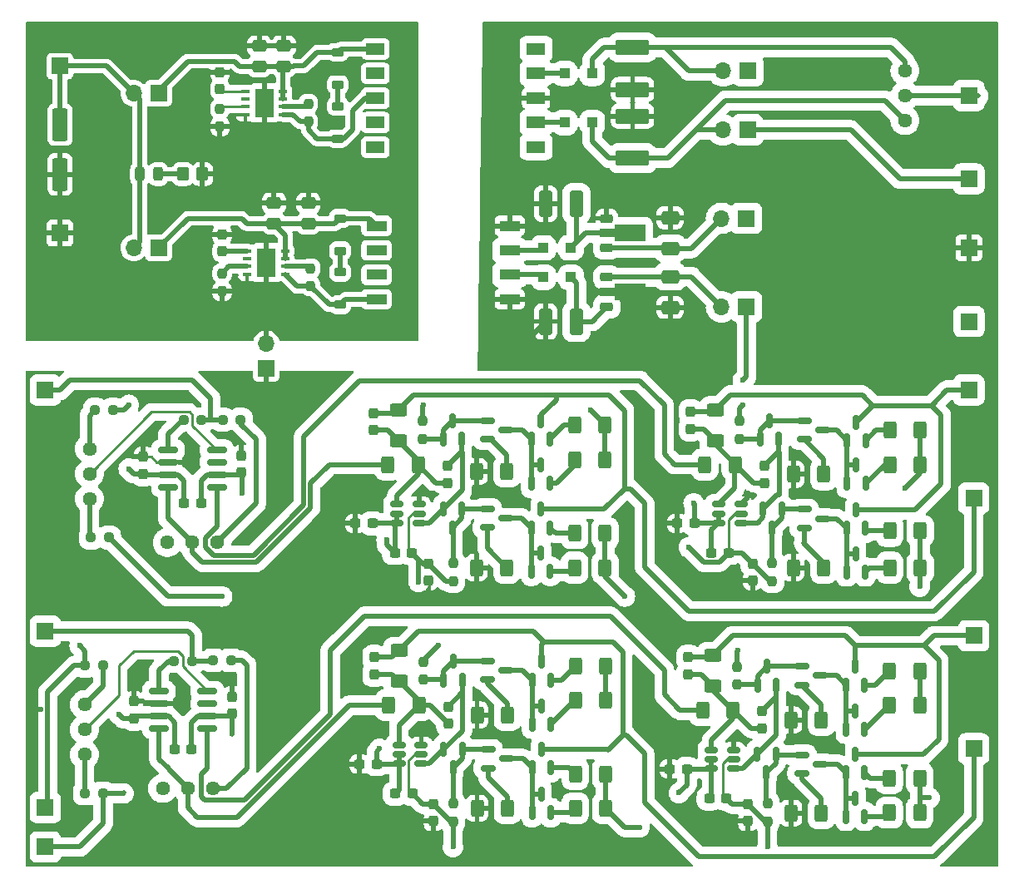
<source format=gbr>
%TF.GenerationSoftware,KiCad,Pcbnew,8.0.8*%
%TF.CreationDate,2025-02-22T00:09:07-08:00*%
%TF.ProjectId,deflection_board,6465666c-6563-4746-996f-6e5f626f6172,rev?*%
%TF.SameCoordinates,Original*%
%TF.FileFunction,Copper,L1,Top*%
%TF.FilePolarity,Positive*%
%FSLAX46Y46*%
G04 Gerber Fmt 4.6, Leading zero omitted, Abs format (unit mm)*
G04 Created by KiCad (PCBNEW 8.0.8) date 2025-02-22 00:09:07*
%MOMM*%
%LPD*%
G01*
G04 APERTURE LIST*
G04 Aperture macros list*
%AMRoundRect*
0 Rectangle with rounded corners*
0 $1 Rounding radius*
0 $2 $3 $4 $5 $6 $7 $8 $9 X,Y pos of 4 corners*
0 Add a 4 corners polygon primitive as box body*
4,1,4,$2,$3,$4,$5,$6,$7,$8,$9,$2,$3,0*
0 Add four circle primitives for the rounded corners*
1,1,$1+$1,$2,$3*
1,1,$1+$1,$4,$5*
1,1,$1+$1,$6,$7*
1,1,$1+$1,$8,$9*
0 Add four rect primitives between the rounded corners*
20,1,$1+$1,$2,$3,$4,$5,0*
20,1,$1+$1,$4,$5,$6,$7,0*
20,1,$1+$1,$6,$7,$8,$9,0*
20,1,$1+$1,$8,$9,$2,$3,0*%
%AMFreePoly0*
4,1,9,3.862500,-0.866500,0.737500,-0.866500,0.737500,-0.450000,-0.737500,-0.450000,-0.737500,0.450000,0.737500,0.450000,0.737500,0.866500,3.862500,0.866500,3.862500,-0.866500,3.862500,-0.866500,$1*%
G04 Aperture macros list end*
%TA.AperFunction,SMDPad,CuDef*%
%ADD10RoundRect,0.237500X-0.237500X0.300000X-0.237500X-0.300000X0.237500X-0.300000X0.237500X0.300000X0*%
%TD*%
%TA.AperFunction,SMDPad,CuDef*%
%ADD11RoundRect,0.250000X0.400000X0.625000X-0.400000X0.625000X-0.400000X-0.625000X0.400000X-0.625000X0*%
%TD*%
%TA.AperFunction,ComponentPad*%
%ADD12C,1.440000*%
%TD*%
%TA.AperFunction,SMDPad,CuDef*%
%ADD13RoundRect,0.150000X-0.150000X0.587500X-0.150000X-0.587500X0.150000X-0.587500X0.150000X0.587500X0*%
%TD*%
%TA.AperFunction,SMDPad,CuDef*%
%ADD14R,1.880000X1.170000*%
%TD*%
%TA.AperFunction,SMDPad,CuDef*%
%ADD15RoundRect,0.237500X-0.237500X0.250000X-0.237500X-0.250000X0.237500X-0.250000X0.237500X0.250000X0*%
%TD*%
%TA.AperFunction,SMDPad,CuDef*%
%ADD16RoundRect,0.250000X-0.400000X-0.625000X0.400000X-0.625000X0.400000X0.625000X-0.400000X0.625000X0*%
%TD*%
%TA.AperFunction,SMDPad,CuDef*%
%ADD17RoundRect,0.250000X0.625000X-0.400000X0.625000X0.400000X-0.625000X0.400000X-0.625000X-0.400000X0*%
%TD*%
%TA.AperFunction,SMDPad,CuDef*%
%ADD18RoundRect,0.040000X0.390000X0.120000X-0.390000X0.120000X-0.390000X-0.120000X0.390000X-0.120000X0*%
%TD*%
%TA.AperFunction,SMDPad,CuDef*%
%ADD19R,1.980000X3.000000*%
%TD*%
%TA.AperFunction,SMDPad,CuDef*%
%ADD20RoundRect,0.237500X-0.300000X-0.237500X0.300000X-0.237500X0.300000X0.237500X-0.300000X0.237500X0*%
%TD*%
%TA.AperFunction,SMDPad,CuDef*%
%ADD21RoundRect,0.150000X-0.587500X-0.150000X0.587500X-0.150000X0.587500X0.150000X-0.587500X0.150000X0*%
%TD*%
%TA.AperFunction,ComponentPad*%
%ADD22R,1.700000X1.700000*%
%TD*%
%TA.AperFunction,SMDPad,CuDef*%
%ADD23RoundRect,0.237500X0.237500X-0.300000X0.237500X0.300000X-0.237500X0.300000X-0.237500X-0.300000X0*%
%TD*%
%TA.AperFunction,SMDPad,CuDef*%
%ADD24RoundRect,0.250000X0.475000X-0.337500X0.475000X0.337500X-0.475000X0.337500X-0.475000X-0.337500X0*%
%TD*%
%TA.AperFunction,SMDPad,CuDef*%
%ADD25RoundRect,0.150000X0.150000X-0.587500X0.150000X0.587500X-0.150000X0.587500X-0.150000X-0.587500X0*%
%TD*%
%TA.AperFunction,SMDPad,CuDef*%
%ADD26RoundRect,0.250000X-0.412500X-1.100000X0.412500X-1.100000X0.412500X1.100000X-0.412500X1.100000X0*%
%TD*%
%TA.AperFunction,ComponentPad*%
%ADD27O,1.700000X1.700000*%
%TD*%
%TA.AperFunction,SMDPad,CuDef*%
%ADD28RoundRect,0.150000X0.512500X0.150000X-0.512500X0.150000X-0.512500X-0.150000X0.512500X-0.150000X0*%
%TD*%
%TA.AperFunction,SMDPad,CuDef*%
%ADD29RoundRect,0.237500X0.250000X0.237500X-0.250000X0.237500X-0.250000X-0.237500X0.250000X-0.237500X0*%
%TD*%
%TA.AperFunction,SMDPad,CuDef*%
%ADD30RoundRect,0.250000X1.450000X-0.537500X1.450000X0.537500X-1.450000X0.537500X-1.450000X-0.537500X0*%
%TD*%
%TA.AperFunction,SMDPad,CuDef*%
%ADD31RoundRect,0.150000X-0.825000X-0.150000X0.825000X-0.150000X0.825000X0.150000X-0.825000X0.150000X0*%
%TD*%
%TA.AperFunction,SMDPad,CuDef*%
%ADD32RoundRect,0.250000X0.350000X0.450000X-0.350000X0.450000X-0.350000X-0.450000X0.350000X-0.450000X0*%
%TD*%
%TA.AperFunction,SMDPad,CuDef*%
%ADD33RoundRect,0.243750X0.243750X0.456250X-0.243750X0.456250X-0.243750X-0.456250X0.243750X-0.456250X0*%
%TD*%
%TA.AperFunction,SMDPad,CuDef*%
%ADD34RoundRect,0.250000X-0.650000X0.412500X-0.650000X-0.412500X0.650000X-0.412500X0.650000X0.412500X0*%
%TD*%
%TA.AperFunction,SMDPad,CuDef*%
%ADD35RoundRect,0.237500X0.300000X0.237500X-0.300000X0.237500X-0.300000X-0.237500X0.300000X-0.237500X0*%
%TD*%
%TA.AperFunction,SMDPad,CuDef*%
%ADD36RoundRect,0.225000X-0.375000X0.225000X-0.375000X-0.225000X0.375000X-0.225000X0.375000X0.225000X0*%
%TD*%
%TA.AperFunction,SMDPad,CuDef*%
%ADD37R,2.080000X1.070000*%
%TD*%
%TA.AperFunction,SMDPad,CuDef*%
%ADD38RoundRect,0.237500X0.237500X-0.250000X0.237500X0.250000X-0.237500X0.250000X-0.237500X-0.250000X0*%
%TD*%
%TA.AperFunction,SMDPad,CuDef*%
%ADD39RoundRect,0.250000X0.412500X1.100000X-0.412500X1.100000X-0.412500X-1.100000X0.412500X-1.100000X0*%
%TD*%
%TA.AperFunction,SMDPad,CuDef*%
%ADD40RoundRect,0.225000X-0.425000X-0.225000X0.425000X-0.225000X0.425000X0.225000X-0.425000X0.225000X0*%
%TD*%
%TA.AperFunction,SMDPad,CuDef*%
%ADD41FreePoly0,0.000000*%
%TD*%
%TA.AperFunction,SMDPad,CuDef*%
%ADD42RoundRect,0.237500X-0.250000X-0.237500X0.250000X-0.237500X0.250000X0.237500X-0.250000X0.237500X0*%
%TD*%
%TA.AperFunction,SMDPad,CuDef*%
%ADD43RoundRect,0.250000X-0.300000X-0.300000X0.300000X-0.300000X0.300000X0.300000X-0.300000X0.300000X0*%
%TD*%
%TA.AperFunction,SMDPad,CuDef*%
%ADD44RoundRect,0.250000X0.300000X0.300000X-0.300000X0.300000X-0.300000X-0.300000X0.300000X-0.300000X0*%
%TD*%
%TA.AperFunction,SMDPad,CuDef*%
%ADD45RoundRect,0.250000X-0.550000X1.412500X-0.550000X-1.412500X0.550000X-1.412500X0.550000X1.412500X0*%
%TD*%
%TA.AperFunction,SMDPad,CuDef*%
%ADD46RoundRect,0.225000X0.375000X-0.225000X0.375000X0.225000X-0.375000X0.225000X-0.375000X-0.225000X0*%
%TD*%
%TA.AperFunction,ViaPad*%
%ADD47C,0.600000*%
%TD*%
%TA.AperFunction,Conductor*%
%ADD48C,0.500000*%
%TD*%
%TA.AperFunction,Conductor*%
%ADD49C,0.250000*%
%TD*%
G04 APERTURE END LIST*
D10*
%TO.P,C8,1*%
%TO.N,Net-(J7-Pin_1)*%
X157000000Y-112200000D03*
%TO.P,C8,2*%
%TO.N,Net-(U4--)*%
X157000000Y-113925000D03*
%TD*%
D11*
%TO.P,R1,1*%
%TO.N,Net-(Q2-E)*%
X202737500Y-93562500D03*
%TO.P,R1,2*%
%TO.N,GND*%
X199637500Y-93562500D03*
%TD*%
D12*
%TO.P,RV2,1,1*%
%TO.N,Net-(R45-Pad2)*%
X128000000Y-90960000D03*
%TO.P,RV2,2,2*%
%TO.N,Net-(RV2-Pad2)*%
X128000000Y-93500000D03*
%TO.P,RV2,3,3*%
%TO.N,Net-(R48-Pad1)*%
X128000000Y-96040000D03*
%TD*%
D13*
%TO.P,Q32,1,B*%
%TO.N,Net-(Q30-B)*%
X165950000Y-121562500D03*
%TO.P,Q32,2,E*%
%TO.N,Net-(Q31-E)*%
X164050000Y-121562500D03*
%TO.P,Q32,3,C*%
%TO.N,Net-(Q30-B)*%
X165000000Y-123437500D03*
%TD*%
D14*
%TO.P,T1,1*%
%TO.N,N/C*%
X157100000Y-60245000D03*
%TO.P,T1,2*%
X157100000Y-57745000D03*
%TO.P,T1,3*%
%TO.N,Net-(D8-A)*%
X157100000Y-55245000D03*
%TO.P,T1,4*%
%TO.N,N/C*%
X157100000Y-52745000D03*
%TO.P,T1,5*%
%TO.N,/150v_supply*%
X157100000Y-50245000D03*
%TO.P,T1,6*%
%TO.N,N/C*%
X173460000Y-50245000D03*
%TO.P,T1,7*%
%TO.N,Net-(D1-K)*%
X173460000Y-52745000D03*
%TO.P,T1,8*%
%TO.N,GND*%
X173460000Y-55245000D03*
%TO.P,T1,9*%
%TO.N,Net-(D2-A)*%
X173460000Y-57745000D03*
%TO.P,T1,10*%
%TO.N,N/C*%
X173460000Y-60245000D03*
%TD*%
D15*
%TO.P,R38,1*%
%TO.N,Net-(Q30-B)*%
X165000000Y-127087500D03*
%TO.P,R38,2*%
%TO.N,-5V*%
X165000000Y-128912500D03*
%TD*%
D16*
%TO.P,R27,1*%
%TO.N,GND*%
X199400000Y-128062500D03*
%TO.P,R27,2*%
%TO.N,Net-(Q20-E)*%
X202500000Y-128062500D03*
%TD*%
D17*
%TO.P,R39,1*%
%TO.N,Net-(U4--)*%
X159500000Y-114612500D03*
%TO.P,R39,2*%
%TO.N,Net-(J7-Pin_1)*%
X159500000Y-111512500D03*
%TD*%
D18*
%TO.P,U8,1,SW*%
%TO.N,Net-(D5-A)*%
X147935000Y-73200000D03*
%TO.P,U8,2,FB*%
%TO.N,Net-(U8-FB)*%
X147935000Y-72400000D03*
%TO.P,U8,3,VIN*%
%TO.N,/5v_supply*%
X147935000Y-71600000D03*
%TO.P,U8,4,EN/UVLO*%
X147935000Y-70800000D03*
%TO.P,U8,5,SS/BIAS*%
%TO.N,Net-(U8-SS{slash}BIAS)*%
X144065000Y-70800000D03*
%TO.P,U8,6,TC*%
%TO.N,unconnected-(U8-TC-Pad6)*%
X144065000Y-71600000D03*
%TO.P,U8,7,RSET*%
%TO.N,Net-(U8-RSET)*%
X144065000Y-72400000D03*
%TO.P,U8,8,GND*%
%TO.N,VIN_GND*%
X144065000Y-73200000D03*
D19*
%TO.P,U8,9,EXP*%
X146000000Y-72000000D03*
%TD*%
D20*
%TO.P,C35,1*%
%TO.N,+5V*%
X136677500Y-121546249D03*
%TO.P,C35,2*%
%TO.N,-5V*%
X138402500Y-121546249D03*
%TD*%
D21*
%TO.P,Q11,1,B*%
%TO.N,Net-(Q11-B)*%
X168500000Y-88112500D03*
%TO.P,Q11,2,E*%
%TO.N,Net-(Q11-E)*%
X168500000Y-90012500D03*
%TO.P,Q11,3,C*%
%TO.N,Net-(Q11-C)*%
X170375000Y-89062500D03*
%TD*%
D15*
%TO.P,R14,1*%
%TO.N,Net-(Q10-B)*%
X165000000Y-102587500D03*
%TO.P,R14,2*%
%TO.N,-5V*%
X165000000Y-104412500D03*
%TD*%
D22*
%TO.P,J2,1,Pin_1*%
%TO.N,Net-(J2-Pin_1)*%
X123500000Y-109546249D03*
%TD*%
D20*
%TO.P,C26,1*%
%TO.N,+5V*%
X159075000Y-101562500D03*
%TO.P,C26,2*%
%TO.N,-5V*%
X160800000Y-101562500D03*
%TD*%
D23*
%TO.P,C25,1*%
%TO.N,GND*%
X162500000Y-104362500D03*
%TO.P,C25,2*%
%TO.N,-5V*%
X162500000Y-102637500D03*
%TD*%
D24*
%TO.P,C22,1*%
%TO.N,/5v_supply*%
X146780000Y-68037500D03*
%TO.P,C22,2*%
%TO.N,VIN_GND*%
X146780000Y-65962500D03*
%TD*%
D25*
%TO.P,Q23,1,B*%
%TO.N,Net-(Q19-C)*%
X205000000Y-115000000D03*
%TO.P,Q23,2,E*%
%TO.N,Net-(Q23-E)*%
X206900000Y-115000000D03*
%TO.P,Q23,3,C*%
%TO.N,Net-(J6-Pin_1)*%
X205950000Y-113125000D03*
%TD*%
D17*
%TO.P,R9,1*%
%TO.N,Net-(U1--)*%
X191687500Y-90112500D03*
%TO.P,R9,2*%
%TO.N,Net-(J4-Pin_1)*%
X191687500Y-87012500D03*
%TD*%
D26*
%TO.P,C19,1*%
%TO.N,GND*%
X174437500Y-66000000D03*
%TO.P,C19,2*%
%TO.N,Net-(D4-A)*%
X177562500Y-66000000D03*
%TD*%
D22*
%TO.P,J19,1,Pin_1*%
%TO.N,+150V*%
X195000000Y-58500000D03*
D27*
%TO.P,J19,2,Pin_2*%
%TO.N,Net-(D2-K)*%
X192460000Y-58500000D03*
%TD*%
D28*
%TO.P,U4,1*%
%TO.N,Net-(Q31-E)*%
X161775000Y-123012500D03*
%TO.P,U4,2,V-*%
%TO.N,-5V*%
X161775000Y-122062500D03*
%TO.P,U4,3,+*%
%TO.N,GND*%
X161775000Y-121112500D03*
%TO.P,U4,4,-*%
%TO.N,Net-(U4--)*%
X159500000Y-121112500D03*
%TO.P,U4,5,~{DISABLE}*%
%TO.N,+5V*%
X159500000Y-122062500D03*
%TO.P,U4,6,V+*%
X159500000Y-123012500D03*
%TD*%
D25*
%TO.P,Q26,1,B*%
%TO.N,Net-(Q26-B)*%
X173050000Y-123437500D03*
%TO.P,Q26,2,E*%
%TO.N,Net-(Q26-E)*%
X174950000Y-123437500D03*
%TO.P,Q26,3,C*%
%TO.N,Net-(J7-Pin_1)*%
X174000000Y-121562500D03*
%TD*%
D12*
%TO.P,RV3,1,1*%
%TO.N,Net-(R50-Pad2)*%
X141000000Y-100500000D03*
%TO.P,RV3,2,2*%
%TO.N,X2_amp_input*%
X138460000Y-100500000D03*
%TO.P,RV3,3,3*%
%TO.N,unconnected-(RV3-Pad3)*%
X135920000Y-100500000D03*
%TD*%
D11*
%TO.P,R31,1*%
%TO.N,+150V*%
X180550000Y-113062500D03*
%TO.P,R31,2*%
%TO.N,Net-(Q25-E)*%
X177450000Y-113062500D03*
%TD*%
D15*
%TO.P,R37,1*%
%TO.N,+5V*%
X162000000Y-112650000D03*
%TO.P,R37,2*%
%TO.N,Net-(Q29-B)*%
X162000000Y-114475000D03*
%TD*%
D16*
%TO.P,R8,1*%
%TO.N,Net-(Q8-E)*%
X209450000Y-99325000D03*
%TO.P,R8,2*%
%TO.N,-150V*%
X212550000Y-99325000D03*
%TD*%
D21*
%TO.P,Q29,1,B*%
%TO.N,Net-(Q29-B)*%
X168500000Y-112562500D03*
%TO.P,Q29,2,E*%
%TO.N,Net-(Q29-E)*%
X168500000Y-114462500D03*
%TO.P,Q29,3,C*%
%TO.N,Net-(Q25-B)*%
X170375000Y-113512500D03*
%TD*%
D24*
%TO.P,C11,1*%
%TO.N,/150v_supply*%
X145280000Y-52037500D03*
%TO.P,C11,2*%
%TO.N,VIN_GND*%
X145280000Y-49962500D03*
%TD*%
D29*
%TO.P,R45,1*%
%TO.N,+5V*%
X130392500Y-87000000D03*
%TO.P,R45,2*%
%TO.N,Net-(R45-Pad2)*%
X128567500Y-87000000D03*
%TD*%
D23*
%TO.P,C7,1*%
%TO.N,Net-(U4--)*%
X164500000Y-118925000D03*
%TO.P,C7,2*%
%TO.N,Net-(Q31-E)*%
X164500000Y-117200000D03*
%TD*%
D21*
%TO.P,Q2,1,B*%
%TO.N,Net-(Q1-B)*%
X200750000Y-88112500D03*
%TO.P,Q2,2,E*%
%TO.N,Net-(Q2-E)*%
X200750000Y-90012500D03*
%TO.P,Q2,3,C*%
%TO.N,Net-(Q2-C)*%
X202625000Y-89062500D03*
%TD*%
D22*
%TO.P,J4,1,Pin_1*%
%TO.N,Net-(J4-Pin_1)*%
X217500000Y-85000000D03*
%TD*%
D16*
%TO.P,R17,1*%
%TO.N,GND*%
X167387500Y-103062500D03*
%TO.P,R17,2*%
%TO.N,Net-(Q12-E)*%
X170487500Y-103062500D03*
%TD*%
D11*
%TO.P,R33,1*%
%TO.N,+150V*%
X180550000Y-116562500D03*
%TO.P,R33,2*%
%TO.N,Net-(Q27-E)*%
X177450000Y-116562500D03*
%TD*%
D30*
%TO.P,C9,1*%
%TO.N,Net-(D2-K)*%
X183280000Y-61382500D03*
%TO.P,C9,2*%
%TO.N,GND*%
X183280000Y-57107500D03*
%TD*%
D15*
%TO.P,R47,1*%
%TO.N,Net-(U8-RSET)*%
X141500000Y-73087500D03*
%TO.P,R47,2*%
%TO.N,VIN_GND*%
X141500000Y-74912500D03*
%TD*%
D16*
%TO.P,R20,1*%
%TO.N,Net-(Q16-E)*%
X177387500Y-99562500D03*
%TO.P,R20,2*%
%TO.N,-150V*%
X180487500Y-99562500D03*
%TD*%
D15*
%TO.P,R23,1*%
%TO.N,+5V*%
X193950000Y-113150000D03*
%TO.P,R23,2*%
%TO.N,Net-(Q17-B)*%
X193950000Y-114975000D03*
%TD*%
D31*
%TO.P,U10,1,-*%
%TO.N,Net-(R49-Pad2)*%
X136005000Y-91055000D03*
%TO.P,U10,2,VCM*%
%TO.N,GND*%
X136005000Y-92325000D03*
%TO.P,U10,3,V+*%
%TO.N,+5V*%
X136005000Y-93595000D03*
%TO.P,U10,4,+*%
%TO.N,X2_amp_input*%
X136005000Y-94865000D03*
%TO.P,U10,5,-*%
%TO.N,X1_amp_input*%
X140955000Y-94865000D03*
%TO.P,U10,6,V-*%
%TO.N,-5V*%
X140955000Y-93595000D03*
%TO.P,U10,7,NC*%
%TO.N,unconnected-(U10-NC-Pad7)*%
X140955000Y-92325000D03*
%TO.P,U10,8,+*%
%TO.N,Net-(RV2-Pad2)*%
X140955000Y-91055000D03*
%TD*%
D24*
%TO.P,C12,1*%
%TO.N,/150v_supply*%
X147780000Y-52037500D03*
%TO.P,C12,2*%
%TO.N,VIN_GND*%
X147780000Y-49962500D03*
%TD*%
D22*
%TO.P,J14,1,Pin_1*%
%TO.N,-150V*%
X217500000Y-78000000D03*
%TD*%
D25*
%TO.P,Q5,1,B*%
%TO.N,Net-(Q2-C)*%
X205100000Y-94500000D03*
%TO.P,Q5,2,E*%
%TO.N,Net-(Q5-E)*%
X207000000Y-94500000D03*
%TO.P,Q5,3,C*%
%TO.N,Net-(Q2-C)*%
X206050000Y-92625000D03*
%TD*%
D12*
%TO.P,RV5,1,1*%
%TO.N,Net-(R54-Pad2)*%
X140540000Y-125546249D03*
%TO.P,RV5,2,2*%
%TO.N,Y2_amp_input*%
X138000000Y-125546249D03*
%TO.P,RV5,3,3*%
%TO.N,unconnected-(RV5-Pad3)*%
X135460000Y-125546249D03*
%TD*%
D22*
%TO.P,J10,1,Pin_1*%
%TO.N,+5V*%
X123500000Y-127500000D03*
%TD*%
D32*
%TO.P,R41,1*%
%TO.N,VIN_GND*%
X139500000Y-63000000D03*
%TO.P,R41,2*%
%TO.N,Net-(D9-K)*%
X137500000Y-63000000D03*
%TD*%
D33*
%TO.P,D9,1,K*%
%TO.N,Net-(D9-K)*%
X135000000Y-63000000D03*
%TO.P,D9,2,A*%
%TO.N,+12V*%
X133125000Y-63000000D03*
%TD*%
D28*
%TO.P,U2,1*%
%TO.N,Net-(Q10-E)*%
X161575000Y-98512500D03*
%TO.P,U2,2,V-*%
%TO.N,-5V*%
X161575000Y-97562500D03*
%TO.P,U2,3,+*%
%TO.N,GND*%
X161575000Y-96612500D03*
%TO.P,U2,4,-*%
%TO.N,Net-(U2--)*%
X159300000Y-96612500D03*
%TO.P,U2,5,~{DISABLE}*%
%TO.N,+5V*%
X159300000Y-97562500D03*
%TO.P,U2,6,V+*%
X159300000Y-98512500D03*
%TD*%
D25*
%TO.P,Q6,1,B*%
%TO.N,Net-(Q2-C)*%
X205100000Y-90125000D03*
%TO.P,Q6,2,E*%
%TO.N,Net-(Q6-E)*%
X207000000Y-90125000D03*
%TO.P,Q6,3,C*%
%TO.N,Net-(J4-Pin_1)*%
X206050000Y-88250000D03*
%TD*%
D10*
%TO.P,C5,1*%
%TO.N,Net-(J6-Pin_1)*%
X188950000Y-112200000D03*
%TO.P,C5,2*%
%TO.N,Net-(U3--)*%
X188950000Y-113925000D03*
%TD*%
D22*
%TO.P,J11,1,Pin_1*%
%TO.N,GND*%
X217500000Y-70500000D03*
%TD*%
%TO.P,J13,1,Pin_1*%
%TO.N,+150V*%
X217500000Y-63500000D03*
%TD*%
D34*
%TO.P,C16,1*%
%TO.N,Net-(J16-Pin_2)*%
X187100000Y-73437500D03*
%TO.P,C16,2*%
%TO.N,GND*%
X187100000Y-76562500D03*
%TD*%
D35*
%TO.P,C30,1*%
%TO.N,+5V*%
X157225000Y-123062500D03*
%TO.P,C30,2*%
%TO.N,GND*%
X155500000Y-123062500D03*
%TD*%
D20*
%TO.P,C38,1*%
%TO.N,+5V*%
X137617500Y-96500000D03*
%TO.P,C38,2*%
%TO.N,-5V*%
X139342500Y-96500000D03*
%TD*%
D22*
%TO.P,J17,1,Pin_1*%
%TO.N,-5V*%
X194875000Y-67500000D03*
D27*
%TO.P,J17,2,Pin_2*%
%TO.N,Net-(J17-Pin_2)*%
X192335000Y-67500000D03*
%TD*%
D36*
%TO.P,D8,1,K*%
%TO.N,Net-(D7-K)*%
X153280000Y-56095000D03*
%TO.P,D8,2,A*%
%TO.N,Net-(D8-A)*%
X153280000Y-59395000D03*
%TD*%
D22*
%TO.P,J6,1,Pin_1*%
%TO.N,Net-(J6-Pin_1)*%
X218000000Y-110000000D03*
%TD*%
D13*
%TO.P,Q10,1,B*%
%TO.N,Net-(Q10-B)*%
X165887500Y-97125000D03*
%TO.P,Q10,2,E*%
%TO.N,Net-(Q10-E)*%
X163987500Y-97125000D03*
%TO.P,Q10,3,C*%
%TO.N,Net-(Q10-B)*%
X164937500Y-99000000D03*
%TD*%
D25*
%TO.P,Q27,1,B*%
%TO.N,Net-(Q25-B)*%
X173050000Y-119000000D03*
%TO.P,Q27,2,E*%
%TO.N,Net-(Q27-E)*%
X174950000Y-119000000D03*
%TO.P,Q27,3,C*%
%TO.N,Net-(Q25-B)*%
X174000000Y-117125000D03*
%TD*%
D37*
%TO.P,T2,1*%
%TO.N,Net-(D5-A)*%
X157220000Y-75735000D03*
%TO.P,T2,2*%
%TO.N,N/C*%
X157220000Y-73245000D03*
%TO.P,T2,3*%
X157220000Y-70755000D03*
%TO.P,T2,4*%
%TO.N,/5v_supply*%
X157220000Y-68265000D03*
%TO.P,T2,5*%
%TO.N,GND*%
X170780000Y-68265000D03*
%TO.P,T2,6*%
%TO.N,Net-(D4-K)*%
X170780000Y-70755000D03*
%TO.P,T2,7*%
%TO.N,Net-(D3-A)*%
X170780000Y-73245000D03*
%TO.P,T2,8*%
%TO.N,GND*%
X170780000Y-75735000D03*
%TD*%
D13*
%TO.P,Q18,1,B*%
%TO.N,Net-(Q18-B)*%
X197850000Y-122062500D03*
%TO.P,Q18,2,E*%
%TO.N,Net-(Q17-E)*%
X195950000Y-122062500D03*
%TO.P,Q18,3,C*%
%TO.N,Net-(Q18-B)*%
X196900000Y-123937500D03*
%TD*%
D38*
%TO.P,R44,1*%
%TO.N,Net-(D8-A)*%
X150280000Y-57657500D03*
%TO.P,R44,2*%
%TO.N,Net-(U5-FB)*%
X150280000Y-55832500D03*
%TD*%
D21*
%TO.P,Q12,1,B*%
%TO.N,Net-(Q10-B)*%
X168500000Y-97062500D03*
%TO.P,Q12,2,E*%
%TO.N,Net-(Q12-E)*%
X168500000Y-98962500D03*
%TO.P,Q12,3,C*%
%TO.N,Net-(Q12-C)*%
X170375000Y-98012500D03*
%TD*%
D25*
%TO.P,Q25,1,B*%
%TO.N,Net-(Q25-B)*%
X173050000Y-114500000D03*
%TO.P,Q25,2,E*%
%TO.N,Net-(Q25-E)*%
X174950000Y-114500000D03*
%TO.P,Q25,3,C*%
%TO.N,Net-(J7-Pin_1)*%
X174000000Y-112625000D03*
%TD*%
D21*
%TO.P,Q19,1,B*%
%TO.N,Net-(Q17-B)*%
X200512500Y-113112500D03*
%TO.P,Q19,2,E*%
%TO.N,Net-(Q19-E)*%
X200512500Y-115012500D03*
%TO.P,Q19,3,C*%
%TO.N,Net-(Q19-C)*%
X202387500Y-114062500D03*
%TD*%
D25*
%TO.P,Q28,1,B*%
%TO.N,Net-(Q26-B)*%
X173050000Y-128000000D03*
%TO.P,Q28,2,E*%
%TO.N,Net-(Q28-E)*%
X174950000Y-128000000D03*
%TO.P,Q28,3,C*%
%TO.N,Net-(Q26-B)*%
X174000000Y-126125000D03*
%TD*%
D39*
%TO.P,C18,1*%
%TO.N,Net-(D3-K)*%
X177562500Y-78000000D03*
%TO.P,C18,2*%
%TO.N,GND*%
X174437500Y-78000000D03*
%TD*%
D40*
%TO.P,U7,1,GND*%
%TO.N,GND*%
X180650000Y-67500000D03*
D41*
%TO.P,U7,2,VI*%
%TO.N,Net-(D4-A)*%
X180737500Y-69000000D03*
D40*
%TO.P,U7,3,VO*%
%TO.N,Net-(J17-Pin_2)*%
X180650000Y-70500000D03*
%TD*%
D11*
%TO.P,R19,1*%
%TO.N,+150V*%
X180487500Y-88562500D03*
%TO.P,R19,2*%
%TO.N,Net-(Q15-E)*%
X177387500Y-88562500D03*
%TD*%
D23*
%TO.P,C13,1*%
%TO.N,Net-(U5-SS{slash}BIAS)*%
X141280000Y-54362500D03*
%TO.P,C13,2*%
%TO.N,VIN_GND*%
X141280000Y-52637500D03*
%TD*%
%TO.P,C33,1*%
%TO.N,+5V*%
X132540000Y-118408749D03*
%TO.P,C33,2*%
%TO.N,GND*%
X132540000Y-116683749D03*
%TD*%
D11*
%TO.P,R15,1*%
%TO.N,+150V*%
X180487500Y-92062500D03*
%TO.P,R15,2*%
%TO.N,Net-(Q13-E)*%
X177387500Y-92062500D03*
%TD*%
D42*
%TO.P,R54,1*%
%TO.N,Net-(J2-Pin_1)*%
X140587500Y-112500000D03*
%TO.P,R54,2*%
%TO.N,Net-(R54-Pad2)*%
X142412500Y-112500000D03*
%TD*%
D24*
%TO.P,C21,1*%
%TO.N,/5v_supply*%
X150280000Y-68037500D03*
%TO.P,C21,2*%
%TO.N,VIN_GND*%
X150280000Y-65962500D03*
%TD*%
D15*
%TO.P,R4,1*%
%TO.N,Net-(Q3-B)*%
X197500000Y-102587500D03*
%TO.P,R4,2*%
%TO.N,-5V*%
X197500000Y-104412500D03*
%TD*%
D11*
%TO.P,R16,1*%
%TO.N,Net-(Q11-E)*%
X170487500Y-93272500D03*
%TO.P,R16,2*%
%TO.N,GND*%
X167387500Y-93272500D03*
%TD*%
D28*
%TO.P,U1,1*%
%TO.N,Net-(Q1-E)*%
X194325000Y-98512500D03*
%TO.P,U1,2,V-*%
%TO.N,-5V*%
X194325000Y-97562500D03*
%TO.P,U1,3,+*%
%TO.N,GND*%
X194325000Y-96612500D03*
%TO.P,U1,4,-*%
%TO.N,Net-(U1--)*%
X192050000Y-96612500D03*
%TO.P,U1,5,~{DISABLE}*%
%TO.N,+5V*%
X192050000Y-97562500D03*
%TO.P,U1,6,V+*%
X192050000Y-98512500D03*
%TD*%
D18*
%TO.P,U5,1,SW*%
%TO.N,Net-(D8-A)*%
X147715000Y-56945000D03*
%TO.P,U5,2,FB*%
%TO.N,Net-(U5-FB)*%
X147715000Y-56145000D03*
%TO.P,U5,3,VIN*%
%TO.N,/150v_supply*%
X147715000Y-55345000D03*
%TO.P,U5,4,EN/UVLO*%
X147715000Y-54545000D03*
%TO.P,U5,5,SS/BIAS*%
%TO.N,Net-(U5-SS{slash}BIAS)*%
X143845000Y-54545000D03*
%TO.P,U5,6,TC*%
%TO.N,unconnected-(U5-TC-Pad6)*%
X143845000Y-55345000D03*
%TO.P,U5,7,RSET*%
%TO.N,Net-(U5-RSET)*%
X143845000Y-56145000D03*
%TO.P,U5,8,GND*%
%TO.N,VIN_GND*%
X143845000Y-56945000D03*
D19*
%TO.P,U5,9,EXP*%
X145780000Y-55745000D03*
%TD*%
D22*
%TO.P,J7,1,Pin_1*%
%TO.N,Net-(J7-Pin_1)*%
X218000000Y-121500000D03*
%TD*%
D11*
%TO.P,R5,1*%
%TO.N,+150V*%
X212550000Y-92562500D03*
%TO.P,R5,2*%
%TO.N,Net-(Q5-E)*%
X209450000Y-92562500D03*
%TD*%
D43*
%TO.P,D1,1,K*%
%TO.N,Net-(D1-K)*%
X176380000Y-52745000D03*
%TO.P,D1,2,A*%
%TO.N,Net-(D1-A)*%
X179180000Y-52745000D03*
%TD*%
D16*
%TO.P,R35,1*%
%TO.N,GND*%
X167450000Y-127562500D03*
%TO.P,R35,2*%
%TO.N,Net-(Q30-E)*%
X170550000Y-127562500D03*
%TD*%
D25*
%TO.P,Q15,1,B*%
%TO.N,Net-(Q11-C)*%
X172987500Y-90000000D03*
%TO.P,Q15,2,E*%
%TO.N,Net-(Q15-E)*%
X174887500Y-90000000D03*
%TO.P,Q15,3,C*%
%TO.N,Net-(J5-Pin_1)*%
X173937500Y-88125000D03*
%TD*%
D15*
%TO.P,R43,1*%
%TO.N,Net-(U5-RSET)*%
X141280000Y-56332500D03*
%TO.P,R43,2*%
%TO.N,VIN_GND*%
X141280000Y-58157500D03*
%TD*%
D22*
%TO.P,J1,1,Pin_1*%
%TO.N,Net-(J1-Pin_1)*%
X217500000Y-55000000D03*
%TD*%
D25*
%TO.P,Q22,1,B*%
%TO.N,Net-(Q20-C)*%
X205000000Y-128387500D03*
%TO.P,Q22,2,E*%
%TO.N,Net-(Q22-E)*%
X206900000Y-128387500D03*
%TO.P,Q22,3,C*%
%TO.N,Net-(Q20-C)*%
X205950000Y-126512500D03*
%TD*%
D23*
%TO.P,C4,1*%
%TO.N,Net-(U2--)*%
X164437500Y-94425000D03*
%TO.P,C4,2*%
%TO.N,Net-(Q10-E)*%
X164437500Y-92700000D03*
%TD*%
%TO.P,C15,1*%
%TO.N,GND*%
X195500000Y-104362500D03*
%TO.P,C15,2*%
%TO.N,-5V*%
X195500000Y-102637500D03*
%TD*%
D10*
%TO.P,C37,1*%
%TO.N,GND*%
X143480000Y-91637500D03*
%TO.P,C37,2*%
%TO.N,-5V*%
X143480000Y-93362500D03*
%TD*%
D25*
%TO.P,Q31,1,B*%
%TO.N,Net-(Q29-B)*%
X164050000Y-114500000D03*
%TO.P,Q31,2,E*%
%TO.N,Net-(Q31-E)*%
X165950000Y-114500000D03*
%TO.P,Q31,3,C*%
%TO.N,Net-(Q29-B)*%
X165000000Y-112625000D03*
%TD*%
D10*
%TO.P,C2,1*%
%TO.N,Net-(J4-Pin_1)*%
X189187500Y-87200000D03*
%TO.P,C2,2*%
%TO.N,Net-(U1--)*%
X189187500Y-88925000D03*
%TD*%
D25*
%TO.P,Q13,1,B*%
%TO.N,Net-(Q11-C)*%
X172987500Y-94500000D03*
%TO.P,Q13,2,E*%
%TO.N,Net-(Q13-E)*%
X174887500Y-94500000D03*
%TO.P,Q13,3,C*%
%TO.N,Net-(Q11-C)*%
X173937500Y-92625000D03*
%TD*%
D15*
%TO.P,R3,1*%
%TO.N,+5V*%
X194187500Y-88150000D03*
%TO.P,R3,2*%
%TO.N,Net-(Q1-B)*%
X194187500Y-89975000D03*
%TD*%
D23*
%TO.P,C1,1*%
%TO.N,Net-(U1--)*%
X196687500Y-94425000D03*
%TO.P,C1,2*%
%TO.N,Net-(Q1-E)*%
X196687500Y-92700000D03*
%TD*%
D28*
%TO.P,U3,1*%
%TO.N,Net-(Q17-E)*%
X193587500Y-123512500D03*
%TO.P,U3,2,V-*%
%TO.N,-5V*%
X193587500Y-122562500D03*
%TO.P,U3,3,+*%
%TO.N,GND*%
X193587500Y-121612500D03*
%TO.P,U3,4,-*%
%TO.N,Net-(U3--)*%
X191312500Y-121612500D03*
%TO.P,U3,5,~{DISABLE}*%
%TO.N,+5V*%
X191312500Y-122562500D03*
%TO.P,U3,6,V+*%
X191312500Y-123512500D03*
%TD*%
D40*
%TO.P,U6,1,OUT*%
%TO.N,Net-(J16-Pin_2)*%
X180650000Y-73500000D03*
D41*
%TO.P,U6,2,GND*%
%TO.N,GND*%
X180737500Y-75000000D03*
D40*
%TO.P,U6,3,IN*%
%TO.N,Net-(D3-K)*%
X180650000Y-76500000D03*
%TD*%
D16*
%TO.P,R32,1*%
%TO.N,Net-(Q26-E)*%
X177450000Y-124062500D03*
%TO.P,R32,2*%
%TO.N,-150V*%
X180550000Y-124062500D03*
%TD*%
D23*
%TO.P,C6,1*%
%TO.N,Net-(U3--)*%
X196450000Y-119425000D03*
%TO.P,C6,2*%
%TO.N,Net-(Q17-E)*%
X196450000Y-117700000D03*
%TD*%
D11*
%TO.P,R26,1*%
%TO.N,Net-(Q19-E)*%
X202500000Y-118562500D03*
%TO.P,R26,2*%
%TO.N,GND*%
X199400000Y-118562500D03*
%TD*%
D44*
%TO.P,D2,1,K*%
%TO.N,Net-(D2-K)*%
X179180000Y-57745000D03*
%TO.P,D2,2,A*%
%TO.N,Net-(D2-A)*%
X176380000Y-57745000D03*
%TD*%
D16*
%TO.P,R18,1*%
%TO.N,Net-(Q14-E)*%
X177387500Y-103062500D03*
%TO.P,R18,2*%
%TO.N,-150V*%
X180487500Y-103062500D03*
%TD*%
D11*
%TO.P,R34,1*%
%TO.N,Net-(Q29-E)*%
X170550000Y-118062500D03*
%TO.P,R34,2*%
%TO.N,GND*%
X167450000Y-118062500D03*
%TD*%
D16*
%TO.P,R2,1*%
%TO.N,GND*%
X199637500Y-103062500D03*
%TO.P,R2,2*%
%TO.N,Net-(Q4-E)*%
X202737500Y-103062500D03*
%TD*%
D20*
%TO.P,C29,1*%
%TO.N,+5V*%
X191087500Y-126562500D03*
%TO.P,C29,2*%
%TO.N,-5V*%
X192812500Y-126562500D03*
%TD*%
D25*
%TO.P,Q17,1,B*%
%TO.N,Net-(Q17-B)*%
X196000000Y-115000000D03*
%TO.P,Q17,2,E*%
%TO.N,Net-(Q17-E)*%
X197900000Y-115000000D03*
%TO.P,Q17,3,C*%
%TO.N,Net-(Q17-B)*%
X196950000Y-113125000D03*
%TD*%
D15*
%TO.P,R24,1*%
%TO.N,Net-(Q18-B)*%
X197000000Y-127087500D03*
%TO.P,R24,2*%
%TO.N,-5V*%
X197000000Y-128912500D03*
%TD*%
D16*
%TO.P,R11,1*%
%TO.N,X2_amp_input*%
X158387500Y-92562500D03*
%TO.P,R11,2*%
%TO.N,Net-(U2--)*%
X161487500Y-92562500D03*
%TD*%
D22*
%TO.P,J16,1,Pin_1*%
%TO.N,+5V*%
X194875000Y-76500000D03*
D27*
%TO.P,J16,2,Pin_2*%
%TO.N,Net-(J16-Pin_2)*%
X192335000Y-76500000D03*
%TD*%
D35*
%TO.P,C24,1*%
%TO.N,+5V*%
X156800000Y-98562500D03*
%TO.P,C24,2*%
%TO.N,GND*%
X155075000Y-98562500D03*
%TD*%
D45*
%TO.P,C39,1*%
%TO.N,+12V*%
X125000000Y-57962500D03*
%TO.P,C39,2*%
%TO.N,VIN_GND*%
X125000000Y-63037500D03*
%TD*%
D25*
%TO.P,Q7,1,B*%
%TO.N,Net-(Q4-C)*%
X205050000Y-103500000D03*
%TO.P,Q7,2,E*%
%TO.N,Net-(Q7-E)*%
X206950000Y-103500000D03*
%TO.P,Q7,3,C*%
%TO.N,Net-(Q4-C)*%
X206000000Y-101625000D03*
%TD*%
D36*
%TO.P,D5,1,K*%
%TO.N,Net-(D5-K)*%
X153500000Y-73000000D03*
%TO.P,D5,2,A*%
%TO.N,Net-(D5-A)*%
X153500000Y-76300000D03*
%TD*%
D17*
%TO.P,R22,1*%
%TO.N,Net-(U3--)*%
X191450000Y-115112500D03*
%TO.P,R22,2*%
%TO.N,Net-(J6-Pin_1)*%
X191450000Y-112012500D03*
%TD*%
D29*
%TO.P,R49,1*%
%TO.N,Net-(J3-Pin_1)*%
X139392500Y-88000000D03*
%TO.P,R49,2*%
%TO.N,Net-(R49-Pad2)*%
X137567500Y-88000000D03*
%TD*%
D25*
%TO.P,Q14,1,B*%
%TO.N,Net-(Q12-C)*%
X172987500Y-103437500D03*
%TO.P,Q14,2,E*%
%TO.N,Net-(Q14-E)*%
X174887500Y-103437500D03*
%TO.P,Q14,3,C*%
%TO.N,Net-(Q12-C)*%
X173937500Y-101562500D03*
%TD*%
D16*
%TO.P,R36,1*%
%TO.N,Net-(Q28-E)*%
X177450000Y-127562500D03*
%TO.P,R36,2*%
%TO.N,-150V*%
X180550000Y-127562500D03*
%TD*%
D25*
%TO.P,Q9,1,B*%
%TO.N,Net-(Q11-B)*%
X163987500Y-90000000D03*
%TO.P,Q9,2,E*%
%TO.N,Net-(Q10-E)*%
X165887500Y-90000000D03*
%TO.P,Q9,3,C*%
%TO.N,Net-(Q11-B)*%
X164937500Y-88125000D03*
%TD*%
D22*
%TO.P,J5,1,Pin_1*%
%TO.N,Net-(J5-Pin_1)*%
X218000000Y-96000000D03*
%TD*%
D25*
%TO.P,Q24,1,B*%
%TO.N,Net-(Q20-C)*%
X205000000Y-123950000D03*
%TO.P,Q24,2,E*%
%TO.N,Net-(Q24-E)*%
X206900000Y-123950000D03*
%TO.P,Q24,3,C*%
%TO.N,Net-(J6-Pin_1)*%
X205950000Y-122075000D03*
%TD*%
D16*
%TO.P,R10,1*%
%TO.N,X1_amp_input*%
X190637500Y-92562500D03*
%TO.P,R10,2*%
%TO.N,Net-(U1--)*%
X193737500Y-92562500D03*
%TD*%
D30*
%TO.P,C10,1*%
%TO.N,GND*%
X183280000Y-54382500D03*
%TO.P,C10,2*%
%TO.N,Net-(D1-A)*%
X183280000Y-50107500D03*
%TD*%
D11*
%TO.P,R29,1*%
%TO.N,+150V*%
X212500000Y-113562500D03*
%TO.P,R29,2*%
%TO.N,Net-(Q23-E)*%
X209400000Y-113562500D03*
%TD*%
D22*
%TO.P,J9,1,Pin_1*%
%TO.N,VIN_GND*%
X125000000Y-69000000D03*
%TD*%
D16*
%TO.P,R21,1*%
%TO.N,Y1_amp_input*%
X190400000Y-117562500D03*
%TO.P,R21,2*%
%TO.N,Net-(U3--)*%
X193500000Y-117562500D03*
%TD*%
D12*
%TO.P,RV4,1,1*%
%TO.N,Net-(R51-Pad2)*%
X127500000Y-117006249D03*
%TO.P,RV4,2,2*%
%TO.N,Net-(RV4-Pad2)*%
X127500000Y-119546249D03*
%TO.P,RV4,3,3*%
%TO.N,Net-(R52-Pad1)*%
X127500000Y-122086249D03*
%TD*%
D10*
%TO.P,C34,1*%
%TO.N,GND*%
X142540000Y-116183749D03*
%TO.P,C34,2*%
%TO.N,-5V*%
X142540000Y-117908749D03*
%TD*%
D12*
%TO.P,RV1,1,1*%
%TO.N,Net-(D2-K)*%
X211000000Y-57550000D03*
%TO.P,RV1,2,2*%
%TO.N,Net-(J1-Pin_1)*%
X211000000Y-55010000D03*
%TO.P,RV1,3,3*%
%TO.N,Net-(D1-A)*%
X211000000Y-52470000D03*
%TD*%
D25*
%TO.P,Q8,1,B*%
%TO.N,Net-(Q4-C)*%
X205050000Y-99062500D03*
%TO.P,Q8,2,E*%
%TO.N,Net-(Q8-E)*%
X206950000Y-99062500D03*
%TO.P,Q8,3,C*%
%TO.N,Net-(J4-Pin_1)*%
X206000000Y-97187500D03*
%TD*%
D22*
%TO.P,J18,1,Pin_1*%
%TO.N,-150V*%
X195040000Y-52500000D03*
D27*
%TO.P,J18,2,Pin_2*%
%TO.N,Net-(D1-A)*%
X192500000Y-52500000D03*
%TD*%
D11*
%TO.P,R6,1*%
%TO.N,+150V*%
X212550000Y-89062500D03*
%TO.P,R6,2*%
%TO.N,Net-(Q6-E)*%
X209450000Y-89062500D03*
%TD*%
D23*
%TO.P,C28,1*%
%TO.N,GND*%
X195000000Y-128862500D03*
%TO.P,C28,2*%
%TO.N,-5V*%
X195000000Y-127137500D03*
%TD*%
D21*
%TO.P,Q4,1,B*%
%TO.N,Net-(Q3-B)*%
X200750000Y-97112500D03*
%TO.P,Q4,2,E*%
%TO.N,Net-(Q4-E)*%
X200750000Y-99012500D03*
%TO.P,Q4,3,C*%
%TO.N,Net-(Q4-C)*%
X202625000Y-98062500D03*
%TD*%
D46*
%TO.P,D7,1,K*%
%TO.N,Net-(D7-K)*%
X153280000Y-53895000D03*
%TO.P,D7,2,A*%
%TO.N,/150v_supply*%
X153280000Y-50595000D03*
%TD*%
D42*
%TO.P,R50,1*%
%TO.N,Net-(J3-Pin_1)*%
X141567500Y-88000000D03*
%TO.P,R50,2*%
%TO.N,Net-(R50-Pad2)*%
X143392500Y-88000000D03*
%TD*%
D22*
%TO.P,J12,1,Pin_1*%
%TO.N,-5V*%
X123500000Y-131500000D03*
%TD*%
D29*
%TO.P,R53,1*%
%TO.N,Net-(J2-Pin_1)*%
X138452500Y-112546249D03*
%TO.P,R53,2*%
%TO.N,Net-(R53-Pad2)*%
X136627500Y-112546249D03*
%TD*%
D43*
%TO.P,D4,1,K*%
%TO.N,Net-(D4-K)*%
X174200000Y-70500000D03*
%TO.P,D4,2,A*%
%TO.N,Net-(D4-A)*%
X177000000Y-70500000D03*
%TD*%
D23*
%TO.P,C20,1*%
%TO.N,Net-(U8-SS{slash}BIAS)*%
X141500000Y-70862500D03*
%TO.P,C20,2*%
%TO.N,VIN_GND*%
X141500000Y-69137500D03*
%TD*%
D42*
%TO.P,R51,1*%
%TO.N,+5V*%
X127547500Y-113046249D03*
%TO.P,R51,2*%
%TO.N,Net-(R51-Pad2)*%
X129372500Y-113046249D03*
%TD*%
D22*
%TO.P,J8,1,Pin_1*%
%TO.N,+12V*%
X125000000Y-52000000D03*
%TD*%
D17*
%TO.P,R12,1*%
%TO.N,Net-(U2--)*%
X159437500Y-90112500D03*
%TO.P,R12,2*%
%TO.N,Net-(J5-Pin_1)*%
X159437500Y-87012500D03*
%TD*%
D31*
%TO.P,U9,1,-*%
%TO.N,Net-(R53-Pad2)*%
X135065000Y-115641249D03*
%TO.P,U9,2,VCM*%
%TO.N,GND*%
X135065000Y-116911249D03*
%TO.P,U9,3,V+*%
%TO.N,+5V*%
X135065000Y-118181249D03*
%TO.P,U9,4,+*%
%TO.N,Y2_amp_input*%
X135065000Y-119451249D03*
%TO.P,U9,5,-*%
%TO.N,Y1_amp_input*%
X140015000Y-119451249D03*
%TO.P,U9,6,V-*%
%TO.N,-5V*%
X140015000Y-118181249D03*
%TO.P,U9,7,NC*%
%TO.N,unconnected-(U9-NC-Pad7)*%
X140015000Y-116911249D03*
%TO.P,U9,8,+*%
%TO.N,Net-(RV4-Pad2)*%
X140015000Y-115641249D03*
%TD*%
D34*
%TO.P,C17,1*%
%TO.N,GND*%
X187100000Y-67437500D03*
%TO.P,C17,2*%
%TO.N,Net-(J17-Pin_2)*%
X187100000Y-70562500D03*
%TD*%
D21*
%TO.P,Q30,1,B*%
%TO.N,Net-(Q30-B)*%
X168562500Y-121562500D03*
%TO.P,Q30,2,E*%
%TO.N,Net-(Q30-E)*%
X168562500Y-123462500D03*
%TO.P,Q30,3,C*%
%TO.N,Net-(Q26-B)*%
X170437500Y-122512500D03*
%TD*%
D16*
%TO.P,R40,1*%
%TO.N,Y2_amp_input*%
X158450000Y-117062500D03*
%TO.P,R40,2*%
%TO.N,Net-(U4--)*%
X161550000Y-117062500D03*
%TD*%
D23*
%TO.P,C36,1*%
%TO.N,+5V*%
X133480000Y-93500000D03*
%TO.P,C36,2*%
%TO.N,GND*%
X133480000Y-91775000D03*
%TD*%
D22*
%TO.P,J21,1,Pin_1*%
%TO.N,/150v_supply*%
X135040000Y-54745000D03*
D27*
%TO.P,J21,2,Pin_2*%
%TO.N,+12V*%
X132500000Y-54745000D03*
%TD*%
D44*
%TO.P,D3,1,K*%
%TO.N,Net-(D3-K)*%
X177000000Y-73500000D03*
%TO.P,D3,2,A*%
%TO.N,Net-(D3-A)*%
X174200000Y-73500000D03*
%TD*%
D42*
%TO.P,R52,1*%
%TO.N,Net-(R52-Pad1)*%
X127547500Y-126046249D03*
%TO.P,R52,2*%
%TO.N,-5V*%
X129372500Y-126046249D03*
%TD*%
D38*
%TO.P,R46,1*%
%TO.N,Net-(D5-A)*%
X150500000Y-74412500D03*
%TO.P,R46,2*%
%TO.N,Net-(U8-FB)*%
X150500000Y-72587500D03*
%TD*%
D23*
%TO.P,C31,1*%
%TO.N,GND*%
X163000000Y-128862500D03*
%TO.P,C31,2*%
%TO.N,-5V*%
X163000000Y-127137500D03*
%TD*%
D25*
%TO.P,Q16,1,B*%
%TO.N,Net-(Q12-C)*%
X172987500Y-99000000D03*
%TO.P,Q16,2,E*%
%TO.N,Net-(Q16-E)*%
X174887500Y-99000000D03*
%TO.P,Q16,3,C*%
%TO.N,Net-(J5-Pin_1)*%
X173937500Y-97125000D03*
%TD*%
D35*
%TO.P,C27,1*%
%TO.N,+5V*%
X188812500Y-123562500D03*
%TO.P,C27,2*%
%TO.N,GND*%
X187087500Y-123562500D03*
%TD*%
D20*
%TO.P,C23,1*%
%TO.N,+5V*%
X191325000Y-101562500D03*
%TO.P,C23,2*%
%TO.N,-5V*%
X193050000Y-101562500D03*
%TD*%
D25*
%TO.P,Q1,1,B*%
%TO.N,Net-(Q1-B)*%
X196237500Y-90000000D03*
%TO.P,Q1,2,E*%
%TO.N,Net-(Q1-E)*%
X198137500Y-90000000D03*
%TO.P,Q1,3,C*%
%TO.N,Net-(Q1-B)*%
X197187500Y-88125000D03*
%TD*%
D22*
%TO.P,J20,1,Pin_1*%
%TO.N,/5v_supply*%
X135040000Y-70500000D03*
D27*
%TO.P,J20,2,Pin_2*%
%TO.N,+12V*%
X132500000Y-70500000D03*
%TD*%
D16*
%TO.P,R30,1*%
%TO.N,Net-(Q24-E)*%
X209400000Y-124512500D03*
%TO.P,R30,2*%
%TO.N,-150V*%
X212500000Y-124512500D03*
%TD*%
%TO.P,R28,1*%
%TO.N,Net-(Q22-E)*%
X209400000Y-128012500D03*
%TO.P,R28,2*%
%TO.N,-150V*%
X212500000Y-128012500D03*
%TD*%
D21*
%TO.P,Q20,1,B*%
%TO.N,Net-(Q18-B)*%
X200512500Y-122112500D03*
%TO.P,Q20,2,E*%
%TO.N,Net-(Q20-E)*%
X200512500Y-124012500D03*
%TO.P,Q20,3,C*%
%TO.N,Net-(Q20-C)*%
X202387500Y-123062500D03*
%TD*%
D35*
%TO.P,C14,1*%
%TO.N,+5V*%
X189550000Y-98562500D03*
%TO.P,C14,2*%
%TO.N,GND*%
X187825000Y-98562500D03*
%TD*%
D16*
%TO.P,R7,1*%
%TO.N,Net-(Q7-E)*%
X209450000Y-103062500D03*
%TO.P,R7,2*%
%TO.N,-150V*%
X212550000Y-103062500D03*
%TD*%
D22*
%TO.P,J15,1,Pin_1*%
%TO.N,GND*%
X146000000Y-82775000D03*
D27*
%TO.P,J15,2,Pin_2*%
%TO.N,VIN_GND*%
X146000000Y-80235000D03*
%TD*%
D11*
%TO.P,R25,1*%
%TO.N,+150V*%
X212500000Y-117062500D03*
%TO.P,R25,2*%
%TO.N,Net-(Q21-E)*%
X209400000Y-117062500D03*
%TD*%
D22*
%TO.P,J3,1,Pin_1*%
%TO.N,Net-(J3-Pin_1)*%
X123500000Y-85000000D03*
%TD*%
D10*
%TO.P,C3,1*%
%TO.N,Net-(J5-Pin_1)*%
X156937500Y-87337500D03*
%TO.P,C3,2*%
%TO.N,Net-(U2--)*%
X156937500Y-89062500D03*
%TD*%
D13*
%TO.P,Q3,1,B*%
%TO.N,Net-(Q3-B)*%
X198450000Y-97125000D03*
%TO.P,Q3,2,E*%
%TO.N,Net-(Q1-E)*%
X196550000Y-97125000D03*
%TO.P,Q3,3,C*%
%TO.N,Net-(Q3-B)*%
X197500000Y-99000000D03*
%TD*%
D15*
%TO.P,R13,1*%
%TO.N,+5V*%
X161937500Y-88150000D03*
%TO.P,R13,2*%
%TO.N,Net-(Q11-B)*%
X161937500Y-89975000D03*
%TD*%
D25*
%TO.P,Q21,1,B*%
%TO.N,Net-(Q19-C)*%
X205000000Y-119500000D03*
%TO.P,Q21,2,E*%
%TO.N,Net-(Q21-E)*%
X206900000Y-119500000D03*
%TO.P,Q21,3,C*%
%TO.N,Net-(Q19-C)*%
X205950000Y-117625000D03*
%TD*%
D46*
%TO.P,D6,1,K*%
%TO.N,Net-(D5-K)*%
X153500000Y-70800000D03*
%TO.P,D6,2,A*%
%TO.N,/5v_supply*%
X153500000Y-67500000D03*
%TD*%
D20*
%TO.P,C32,1*%
%TO.N,+5V*%
X159137500Y-126062500D03*
%TO.P,C32,2*%
%TO.N,-5V*%
X160862500Y-126062500D03*
%TD*%
D42*
%TO.P,R48,1*%
%TO.N,Net-(R48-Pad1)*%
X128155000Y-100000000D03*
%TO.P,R48,2*%
%TO.N,-5V*%
X129980000Y-100000000D03*
%TD*%
D47*
%TO.N,GND*%
X143000000Y-90000000D03*
X123000000Y-117500000D03*
X203500000Y-96000000D03*
X133000000Y-114000000D03*
X155000000Y-114000000D03*
X194500000Y-120500000D03*
X150000000Y-108000000D03*
X137500000Y-116500000D03*
X138500000Y-92000000D03*
X155500000Y-95500000D03*
X170500000Y-96000000D03*
X150500000Y-101000000D03*
X142000000Y-114500000D03*
X163000000Y-95500000D03*
X142500000Y-84000000D03*
X171500000Y-120500000D03*
X199000000Y-126000000D03*
X199000000Y-69500000D03*
X219000000Y-105500000D03*
X179000000Y-130000000D03*
X160000000Y-129000000D03*
X195000000Y-95500000D03*
X203500000Y-121000000D03*
X199500000Y-62000000D03*
X187000000Y-120500000D03*
X134000000Y-90000000D03*
X162000000Y-119500000D03*
X137500000Y-131500000D03*
X198500000Y-84000000D03*
X194000000Y-103000000D03*
X147500000Y-88500000D03*
X123500000Y-90500000D03*
X206000000Y-79500000D03*
X219000000Y-132000000D03*
X166500000Y-99500000D03*
X140000000Y-131500000D03*
X154000000Y-131500000D03*
X147000000Y-118500000D03*
X150500000Y-125500000D03*
X218500000Y-89500000D03*
%TO.N,VIN_GND*%
X129000000Y-67500000D03*
X133500000Y-49500000D03*
X124500000Y-76500000D03*
X148500000Y-78000000D03*
X154500000Y-63500000D03*
X146000000Y-61500000D03*
X137500000Y-59000000D03*
X136500000Y-76500000D03*
%TO.N,+5V*%
X158250000Y-100250000D03*
X157500000Y-121500000D03*
X194500000Y-86500000D03*
X132000000Y-93000000D03*
X132000000Y-86500000D03*
X162000000Y-86500000D03*
X189500000Y-96500000D03*
X163500000Y-111000000D03*
X194000000Y-111500000D03*
X131000000Y-118000000D03*
X127000000Y-111000000D03*
X188000000Y-126000000D03*
X194500000Y-84000000D03*
%TO.N,-5V*%
X142540000Y-119960000D03*
X161500000Y-104500000D03*
X165000000Y-131500000D03*
X197000000Y-131500000D03*
X141500000Y-106000000D03*
X143500000Y-95500000D03*
X189000000Y-101000000D03*
X131453751Y-126046249D03*
%TO.N,+150V*%
X212500000Y-115500000D03*
X179000000Y-87000000D03*
X211000000Y-95000000D03*
X180500000Y-115000000D03*
%TO.N,-150V*%
X184000000Y-129500000D03*
X212500000Y-105000000D03*
X213500000Y-126500000D03*
X182500000Y-106000000D03*
%TD*%
D48*
%TO.N,Net-(U1--)*%
X192050000Y-96612500D02*
X193687500Y-94975000D01*
X189187500Y-88925000D02*
X190500000Y-88925000D01*
X196687500Y-94425000D02*
X195600000Y-94425000D01*
X193687500Y-92612500D02*
X193737500Y-92562500D01*
X195600000Y-94425000D02*
X193737500Y-92562500D01*
X190500000Y-88925000D02*
X191687500Y-90112500D01*
X191687500Y-90512500D02*
X193737500Y-92562500D01*
X191687500Y-90112500D02*
X191687500Y-90512500D01*
X193687500Y-94975000D02*
X193687500Y-92612500D01*
%TO.N,Net-(Q1-E)*%
X198187500Y-95675000D02*
X198000000Y-95675000D01*
X198137500Y-91250000D02*
X198187500Y-91300000D01*
X196550000Y-97125000D02*
X196550000Y-97950000D01*
X196550000Y-97950000D02*
X195987500Y-98512500D01*
X195987500Y-98512500D02*
X194325000Y-98512500D01*
X198187500Y-91300000D02*
X198187500Y-95675000D01*
X198000000Y-95675000D02*
X196550000Y-97125000D01*
X198137500Y-90000000D02*
X198137500Y-91250000D01*
X198137500Y-91250000D02*
X196687500Y-92700000D01*
%TO.N,Net-(J4-Pin_1)*%
X215250000Y-85000000D02*
X217500000Y-85000000D01*
X214687500Y-94562500D02*
X212062500Y-97187500D01*
X193200000Y-85500000D02*
X206675000Y-85500000D01*
X214687500Y-87562500D02*
X214687500Y-94562500D01*
X191687500Y-87012500D02*
X193200000Y-85500000D01*
X212062500Y-97187500D02*
X206000000Y-97187500D01*
X207737500Y-86562500D02*
X213687500Y-86562500D01*
X213687500Y-86562500D02*
X214687500Y-87562500D01*
X206675000Y-85500000D02*
X207737500Y-86562500D01*
X191500000Y-87200000D02*
X191687500Y-87012500D01*
X206050000Y-88250000D02*
X207737500Y-86562500D01*
X213687500Y-86562500D02*
X215250000Y-85000000D01*
X189187500Y-87200000D02*
X191500000Y-87200000D01*
%TO.N,Net-(J5-Pin_1)*%
X183050000Y-95062500D02*
X184500000Y-96512500D01*
X182437500Y-95062500D02*
X183050000Y-95062500D01*
X175500000Y-85500000D02*
X180875000Y-85500000D01*
X214000000Y-107500000D02*
X218000000Y-103500000D01*
X184500000Y-103000000D02*
X189000000Y-107500000D01*
X189000000Y-107500000D02*
X214000000Y-107500000D01*
X160950000Y-85500000D02*
X159437500Y-87012500D01*
X182437500Y-87062500D02*
X182437500Y-95062500D01*
X159112500Y-87337500D02*
X159437500Y-87012500D01*
X173937500Y-87562500D02*
X175500000Y-86000000D01*
X184500000Y-96512500D02*
X184500000Y-103000000D01*
X182437500Y-95062500D02*
X180375000Y-97125000D01*
X180375000Y-97125000D02*
X173937500Y-97125000D01*
X156937500Y-87337500D02*
X159112500Y-87337500D01*
X175500000Y-85500000D02*
X160950000Y-85500000D01*
X173937500Y-88125000D02*
X173937500Y-87562500D01*
X180875000Y-85500000D02*
X182437500Y-87062500D01*
X218000000Y-103500000D02*
X218000000Y-96000000D01*
X175500000Y-86000000D02*
X175500000Y-85500000D01*
%TO.N,Net-(U2--)*%
X161487500Y-92562500D02*
X161487500Y-92612500D01*
X158387500Y-89062500D02*
X161487500Y-92162500D01*
X163300000Y-94425000D02*
X164437500Y-94425000D01*
X156937500Y-89062500D02*
X158387500Y-89062500D01*
X158387500Y-89062500D02*
X159437500Y-90112500D01*
X161487500Y-93512500D02*
X161487500Y-92562500D01*
X161487500Y-92162500D02*
X161487500Y-92562500D01*
X159300000Y-96612500D02*
X159300000Y-95700000D01*
X159300000Y-95700000D02*
X161487500Y-93512500D01*
X161487500Y-92612500D02*
X163300000Y-94425000D01*
%TO.N,Net-(Q10-E)*%
X165937500Y-95175000D02*
X163987500Y-97125000D01*
X165937500Y-91300000D02*
X165887500Y-91250000D01*
X165937500Y-95175000D02*
X165937500Y-91300000D01*
X165887500Y-90000000D02*
X165887500Y-91250000D01*
X165887500Y-91250000D02*
X164437500Y-92700000D01*
X161575000Y-98512500D02*
X162600000Y-98512500D01*
X162600000Y-98512500D02*
X163987500Y-97125000D01*
%TO.N,Net-(U3--)*%
X191450000Y-115512500D02*
X193500000Y-117562500D01*
X191312500Y-120650000D02*
X193500000Y-118462500D01*
X190262500Y-113925000D02*
X191450000Y-115112500D01*
X191450000Y-115112500D02*
X191450000Y-115512500D01*
X196450000Y-119425000D02*
X195362500Y-119425000D01*
X191312500Y-121612500D02*
X191312500Y-120650000D01*
X188950000Y-113925000D02*
X190262500Y-113925000D01*
X195362500Y-119425000D02*
X193500000Y-117562500D01*
X193500000Y-118462500D02*
X193500000Y-117562500D01*
%TO.N,Net-(J6-Pin_1)*%
X218000000Y-110000000D02*
X213962500Y-110000000D01*
X205950000Y-111012500D02*
X204937500Y-110000000D01*
X204937500Y-110000000D02*
X193462500Y-110000000D01*
X205950000Y-113125000D02*
X205950000Y-111012500D01*
X214450000Y-120512500D02*
X214450000Y-112512500D01*
X188950000Y-112200000D02*
X191262500Y-112200000D01*
X214450000Y-112512500D02*
X212950000Y-111012500D01*
X212950000Y-111012500D02*
X205950000Y-111012500D01*
X205950000Y-122075000D02*
X212887500Y-122075000D01*
X191262500Y-112200000D02*
X191450000Y-112012500D01*
X212887500Y-122075000D02*
X214450000Y-120512500D01*
X193462500Y-110000000D02*
X191450000Y-112012500D01*
X213962500Y-110000000D02*
X212950000Y-111012500D01*
%TO.N,Net-(Q17-E)*%
X197900000Y-116012500D02*
X197900000Y-116250000D01*
X197900000Y-115000000D02*
X197900000Y-116012500D01*
X194500000Y-123512500D02*
X193587500Y-123512500D01*
X195950000Y-122062500D02*
X194500000Y-123512500D01*
X197900000Y-116012500D02*
X197900000Y-120112500D01*
X197900000Y-116250000D02*
X196450000Y-117700000D01*
X197900000Y-120112500D02*
X195950000Y-122062500D01*
%TO.N,Net-(U4--)*%
X157000000Y-113925000D02*
X158812500Y-113925000D01*
X161550000Y-117062500D02*
X162637500Y-117062500D01*
X161550000Y-117062500D02*
X161550000Y-116662500D01*
X158812500Y-113925000D02*
X159500000Y-114612500D01*
X159500000Y-119112500D02*
X161550000Y-117062500D01*
X161550000Y-116662500D02*
X159500000Y-114612500D01*
X162637500Y-117062500D02*
X164500000Y-118925000D01*
X159500000Y-121112500D02*
X159500000Y-119112500D01*
%TO.N,Net-(Q31-E)*%
X162600000Y-123012500D02*
X164050000Y-121562500D01*
X165950000Y-119662500D02*
X164050000Y-121562500D01*
X161775000Y-123012500D02*
X162600000Y-123012500D01*
X165950000Y-115750000D02*
X164500000Y-117200000D01*
X165950000Y-114500000D02*
X165950000Y-115750000D01*
X165950000Y-115750000D02*
X165950000Y-119662500D01*
%TO.N,Net-(J7-Pin_1)*%
X190000000Y-132500000D02*
X214000000Y-132500000D01*
X180775000Y-121625000D02*
X182275000Y-120125000D01*
X184500000Y-122000000D02*
X184500000Y-127000000D01*
X180712500Y-121562500D02*
X180775000Y-121625000D01*
X182275000Y-111625000D02*
X181275000Y-110625000D01*
X174275000Y-110625000D02*
X173150000Y-109500000D01*
X174000000Y-121562500D02*
X180712500Y-121562500D01*
X161512500Y-109500000D02*
X159500000Y-111512500D01*
X174000000Y-112625000D02*
X174000000Y-110900000D01*
X174000000Y-110900000D02*
X174275000Y-110625000D01*
X182625000Y-120125000D02*
X184500000Y-122000000D01*
X184500000Y-127000000D02*
X190000000Y-132500000D01*
X182275000Y-120125000D02*
X182625000Y-120125000D01*
X158812500Y-112200000D02*
X159500000Y-111512500D01*
X173150000Y-109500000D02*
X161512500Y-109500000D01*
X218000000Y-128500000D02*
X218000000Y-121500000D01*
X182275000Y-120125000D02*
X182275000Y-111625000D01*
X157000000Y-112200000D02*
X158812500Y-112200000D01*
X181275000Y-110625000D02*
X174275000Y-110625000D01*
X214000000Y-132500000D02*
X218000000Y-128500000D01*
D49*
%TO.N,GND*%
X134275000Y-91775000D02*
X134825000Y-92325000D01*
X134825000Y-92325000D02*
X136005000Y-92325000D01*
D48*
X170437500Y-82000000D02*
X174437500Y-78000000D01*
D49*
X132540000Y-116683749D02*
X134837500Y-116683749D01*
D48*
X194325000Y-96612500D02*
X195000000Y-95937500D01*
D49*
X134837500Y-116683749D02*
X135065000Y-116911249D01*
X133480000Y-91775000D02*
X134275000Y-91775000D01*
D48*
X195000000Y-95937500D02*
X195000000Y-95500000D01*
%TO.N,Net-(D2-K)*%
X208950000Y-55500000D02*
X192730000Y-55500000D01*
X186847500Y-61382500D02*
X183280000Y-61382500D01*
X180882500Y-61382500D02*
X183280000Y-61382500D01*
X192460000Y-58500000D02*
X189730000Y-58500000D01*
X211000000Y-57550000D02*
X208950000Y-55500000D01*
X189730000Y-58500000D02*
X186847500Y-61382500D01*
X179180000Y-59680000D02*
X180882500Y-61382500D01*
X192730000Y-55500000D02*
X189730000Y-58500000D01*
X179180000Y-57745000D02*
X179180000Y-59680000D01*
%TO.N,Net-(D1-A)*%
X180392500Y-50107500D02*
X183280000Y-50107500D01*
X209607500Y-50107500D02*
X186632500Y-50107500D01*
X179180000Y-52745000D02*
X179180000Y-51320000D01*
X179180000Y-51320000D02*
X180392500Y-50107500D01*
X189025000Y-52500000D02*
X192500000Y-52500000D01*
X211000000Y-52470000D02*
X211000000Y-51500000D01*
X183280000Y-50107500D02*
X186632500Y-50107500D01*
X211000000Y-51500000D02*
X209607500Y-50107500D01*
X186632500Y-50107500D02*
X189025000Y-52500000D01*
%TO.N,/150v_supply*%
X135040000Y-54745000D02*
X135040000Y-54460000D01*
X153280000Y-50595000D02*
X151185000Y-50595000D01*
X151185000Y-50595000D02*
X149780000Y-52000000D01*
X148780000Y-52000000D02*
X148742500Y-52037500D01*
X147715000Y-55345000D02*
X147715000Y-52102500D01*
X135040000Y-54460000D02*
X138000000Y-51500000D01*
X143317500Y-52037500D02*
X145280000Y-52037500D01*
X148742500Y-52037500D02*
X147780000Y-52037500D01*
X138000000Y-51500000D02*
X142780000Y-51500000D01*
X147715000Y-52102500D02*
X147780000Y-52037500D01*
X142780000Y-51500000D02*
X143317500Y-52037500D01*
X157100000Y-50245000D02*
X153630000Y-50245000D01*
X149780000Y-52000000D02*
X148780000Y-52000000D01*
X145280000Y-52037500D02*
X147780000Y-52037500D01*
X153630000Y-50245000D02*
X153280000Y-50595000D01*
%TO.N,VIN_GND*%
X141912500Y-74912500D02*
X141500000Y-74912500D01*
D49*
%TO.N,Net-(U5-SS{slash}BIAS)*%
X143845000Y-54545000D02*
X141462500Y-54545000D01*
X141462500Y-54545000D02*
X141280000Y-54362500D01*
D48*
%TO.N,+5V*%
X136005000Y-93595000D02*
X133575000Y-93595000D01*
X159300000Y-98512500D02*
X159300000Y-97562500D01*
X131408749Y-118408749D02*
X131000000Y-118000000D01*
X191262500Y-123562500D02*
X191312500Y-123512500D01*
X133480000Y-93500000D02*
X132500000Y-93500000D01*
X191312500Y-122562500D02*
X191312500Y-126337500D01*
X162000000Y-112500000D02*
X163500000Y-111000000D01*
X159500000Y-125700000D02*
X159137500Y-126062500D01*
X157225000Y-121775000D02*
X157500000Y-121500000D01*
X188000000Y-126000000D02*
X188812500Y-125187500D01*
X123500000Y-127500000D02*
X123750000Y-127250000D01*
X127547500Y-113046249D02*
X127547500Y-111547500D01*
X189550000Y-98562500D02*
X192000000Y-98562500D01*
X136039999Y-118181249D02*
X135065000Y-118181249D01*
X132767500Y-118181249D02*
X132540000Y-118408749D01*
X156800000Y-98562500D02*
X159250000Y-98562500D01*
X126453751Y-113046249D02*
X127547500Y-113046249D01*
X194187500Y-86812500D02*
X194500000Y-86500000D01*
X127547500Y-111547500D02*
X127000000Y-111000000D01*
X194875000Y-76500000D02*
X194875000Y-83625000D01*
X123750000Y-127250000D02*
X123750000Y-115750000D01*
X159075000Y-101562500D02*
X159075000Y-98737500D01*
X161937500Y-86562500D02*
X162000000Y-86500000D01*
X132540000Y-118408749D02*
X131408749Y-118408749D01*
X193950000Y-111550000D02*
X194000000Y-111500000D01*
X191325000Y-101562500D02*
X191325000Y-99237500D01*
X131500000Y-87000000D02*
X130392500Y-87000000D01*
X159500000Y-122062500D02*
X159500000Y-125700000D01*
X132500000Y-93500000D02*
X132000000Y-93000000D01*
X189550000Y-96550000D02*
X189500000Y-96500000D01*
X158250000Y-100250000D02*
X158250000Y-100737500D01*
X157225000Y-123062500D02*
X159450000Y-123062500D01*
X136677500Y-118818750D02*
X136039999Y-118181249D01*
X159250000Y-98562500D02*
X159300000Y-98512500D01*
X194875000Y-83625000D02*
X194500000Y-84000000D01*
X159450000Y-123062500D02*
X159500000Y-123012500D01*
X188812500Y-123562500D02*
X191262500Y-123562500D01*
X131500000Y-87000000D02*
X132000000Y-86500000D01*
X157225000Y-123062500D02*
X157225000Y-121775000D01*
X136005000Y-93595000D02*
X136979999Y-93595000D01*
X137617500Y-94232501D02*
X137617500Y-96500000D01*
X192050000Y-97562500D02*
X192050000Y-98512500D01*
X158250000Y-100737500D02*
X159075000Y-101562500D01*
X162000000Y-112650000D02*
X162000000Y-112500000D01*
X188812500Y-125187500D02*
X188812500Y-123562500D01*
X136979999Y-93595000D02*
X137617500Y-94232501D01*
X193950000Y-113150000D02*
X193950000Y-111550000D01*
X194187500Y-88150000D02*
X194187500Y-86812500D01*
X135065000Y-118181249D02*
X132767500Y-118181249D01*
X189550000Y-98562500D02*
X189550000Y-96550000D01*
X136677500Y-121546249D02*
X136677500Y-118818750D01*
X133575000Y-93595000D02*
X133480000Y-93500000D01*
X159075000Y-98737500D02*
X159300000Y-98512500D01*
X123750000Y-115750000D02*
X126453751Y-113046249D01*
X191325000Y-99237500D02*
X192050000Y-98512500D01*
X192000000Y-98562500D02*
X192050000Y-98512500D01*
X191312500Y-126337500D02*
X191087500Y-126562500D01*
X161937500Y-88150000D02*
X161937500Y-86562500D01*
%TO.N,-5V*%
X143500000Y-93382500D02*
X143480000Y-93362500D01*
X197275000Y-104412500D02*
X195500000Y-102637500D01*
D49*
X194325000Y-97562500D02*
X193662501Y-97562500D01*
D48*
X139980001Y-93595000D02*
X140955000Y-93595000D01*
X143500000Y-95500000D02*
X143500000Y-93382500D01*
X189000000Y-101000000D02*
X190487500Y-102487500D01*
D49*
X160500000Y-97975001D02*
X160500000Y-101262500D01*
D48*
X195000000Y-127137500D02*
X193387500Y-127137500D01*
X139040001Y-118181249D02*
X140015000Y-118181249D01*
D49*
X193662501Y-97562500D02*
X193050000Y-98175001D01*
D48*
X127000000Y-131500000D02*
X123500000Y-131500000D01*
X129372500Y-129127500D02*
X127000000Y-131500000D01*
X140955000Y-93595000D02*
X143247500Y-93595000D01*
X140015000Y-118181249D02*
X142267500Y-118181249D01*
X161875000Y-102637500D02*
X161368750Y-102131250D01*
X142540000Y-117908749D02*
X142540000Y-119960000D01*
X138402500Y-121546249D02*
X138402500Y-118818750D01*
X195500000Y-102637500D02*
X194425000Y-101562500D01*
D49*
X160500000Y-125700000D02*
X160862500Y-126062500D01*
X161112501Y-122062500D02*
X160500000Y-122675001D01*
D48*
X129980000Y-100000000D02*
X135980000Y-106000000D01*
X164275000Y-104412500D02*
X162500000Y-102637500D01*
X161500000Y-102262500D02*
X161368750Y-102131250D01*
X164775000Y-128912500D02*
X163000000Y-127137500D01*
X139342500Y-94232501D02*
X139980001Y-93595000D01*
X131500000Y-126000000D02*
X131453751Y-126046249D01*
X162500000Y-102637500D02*
X161875000Y-102637500D01*
X143247500Y-93595000D02*
X143480000Y-93362500D01*
X190487500Y-102487500D02*
X192125000Y-102487500D01*
X196775000Y-128912500D02*
X195000000Y-127137500D01*
X139342500Y-96500000D02*
X139342500Y-94232501D01*
X142500000Y-120000000D02*
X142540000Y-119960000D01*
X142267500Y-118181249D02*
X142540000Y-117908749D01*
X163000000Y-127137500D02*
X161937500Y-127137500D01*
X161368750Y-102131250D02*
X160800000Y-101562500D01*
D49*
X161575000Y-97562500D02*
X160912501Y-97562500D01*
X160500000Y-101262500D02*
X160800000Y-101562500D01*
D48*
X161937500Y-127137500D02*
X160862500Y-126062500D01*
D49*
X160912501Y-97562500D02*
X160500000Y-97975001D01*
X192500000Y-122987501D02*
X192500000Y-126250000D01*
D48*
X138402500Y-118818750D02*
X139040001Y-118181249D01*
X129372500Y-126046249D02*
X129372500Y-129127500D01*
X165000000Y-104412500D02*
X164275000Y-104412500D01*
X135980000Y-106000000D02*
X141500000Y-106000000D01*
X192125000Y-102487500D02*
X193050000Y-101562500D01*
D49*
X192500000Y-126250000D02*
X192812500Y-126562500D01*
X192925001Y-122562500D02*
X192500000Y-122987501D01*
D48*
X129372500Y-126046249D02*
X131453751Y-126046249D01*
X197000000Y-131500000D02*
X197000000Y-128912500D01*
D49*
X193587500Y-122562500D02*
X192925001Y-122562500D01*
D48*
X165000000Y-128912500D02*
X164775000Y-128912500D01*
D49*
X193050000Y-98175001D02*
X193050000Y-101562500D01*
D48*
X194425000Y-101562500D02*
X193050000Y-101562500D01*
X161500000Y-104500000D02*
X161500000Y-102262500D01*
X165000000Y-128912500D02*
X165000000Y-131500000D01*
D49*
X160500000Y-122675001D02*
X160500000Y-125700000D01*
X161775000Y-122062500D02*
X161112501Y-122062500D01*
D48*
X193387500Y-127137500D02*
X192812500Y-126562500D01*
X197000000Y-128912500D02*
X196775000Y-128912500D01*
X197500000Y-104412500D02*
X197275000Y-104412500D01*
%TO.N,Net-(J16-Pin_2)*%
X189272500Y-73437500D02*
X187100000Y-73437500D01*
X187037500Y-73500000D02*
X187100000Y-73437500D01*
X192335000Y-76500000D02*
X189272500Y-73437500D01*
X180650000Y-73500000D02*
X187037500Y-73500000D01*
%TO.N,Net-(J17-Pin_2)*%
X192335000Y-67500000D02*
X189272500Y-70562500D01*
X187037500Y-70500000D02*
X187100000Y-70562500D01*
X180650000Y-70500000D02*
X187037500Y-70500000D01*
X189272500Y-70562500D02*
X187100000Y-70562500D01*
%TO.N,Net-(D3-K)*%
X179150000Y-78000000D02*
X180650000Y-76500000D01*
X177562500Y-74062500D02*
X177562500Y-78000000D01*
X177000000Y-73500000D02*
X177562500Y-74062500D01*
X177562500Y-78000000D02*
X179150000Y-78000000D01*
%TO.N,Net-(D4-A)*%
X177000000Y-70500000D02*
X178500000Y-69000000D01*
X177562500Y-69937500D02*
X177562500Y-66000000D01*
X178500000Y-69000000D02*
X180737500Y-69000000D01*
X177000000Y-70500000D02*
X177562500Y-69937500D01*
%TO.N,Net-(U8-SS{slash}BIAS)*%
X144065000Y-70800000D02*
X141562500Y-70800000D01*
X141562500Y-70800000D02*
X141500000Y-70862500D01*
%TO.N,/5v_supply*%
X156455000Y-67500000D02*
X157220000Y-68265000D01*
X147935000Y-69192500D02*
X146780000Y-68037500D01*
X152962500Y-68037500D02*
X153500000Y-67500000D01*
X143500000Y-67500000D02*
X144037500Y-68037500D01*
X135040000Y-70460000D02*
X138000000Y-67500000D01*
X146780000Y-68037500D02*
X150280000Y-68037500D01*
X147935000Y-71600000D02*
X147935000Y-69192500D01*
X150280000Y-68037500D02*
X152962500Y-68037500D01*
X135040000Y-70500000D02*
X135040000Y-70460000D01*
X138000000Y-67500000D02*
X143500000Y-67500000D01*
X153500000Y-67500000D02*
X156455000Y-67500000D01*
X144037500Y-68037500D02*
X146780000Y-68037500D01*
%TO.N,+12V*%
X125000000Y-57962500D02*
X125000000Y-52000000D01*
X133125000Y-55370000D02*
X132500000Y-54745000D01*
X133125000Y-63000000D02*
X133125000Y-55370000D01*
X129755000Y-52000000D02*
X125000000Y-52000000D01*
X133125000Y-69875000D02*
X132500000Y-70500000D01*
X133125000Y-63000000D02*
X133125000Y-69875000D01*
X132500000Y-54745000D02*
X129755000Y-52000000D01*
%TO.N,Net-(D1-K)*%
X173460000Y-52745000D02*
X176380000Y-52745000D01*
%TO.N,Net-(D2-A)*%
X173460000Y-57745000D02*
X176380000Y-57745000D01*
%TO.N,Net-(D3-A)*%
X173945000Y-73245000D02*
X174200000Y-73500000D01*
X170780000Y-73245000D02*
X173945000Y-73245000D01*
%TO.N,Net-(D4-K)*%
X170780000Y-70755000D02*
X173945000Y-70755000D01*
X173945000Y-70755000D02*
X174200000Y-70500000D01*
%TO.N,Net-(D5-K)*%
X153500000Y-73000000D02*
X153500000Y-70800000D01*
%TO.N,Net-(D5-A)*%
X153500000Y-76300000D02*
X152387500Y-76300000D01*
X157220000Y-75735000D02*
X154065000Y-75735000D01*
X149147500Y-74412500D02*
X147935000Y-73200000D01*
X150500000Y-74412500D02*
X149147500Y-74412500D01*
X152387500Y-76300000D02*
X150500000Y-74412500D01*
X154065000Y-75735000D02*
X153500000Y-76300000D01*
%TO.N,Net-(D7-K)*%
X153280000Y-53895000D02*
X153280000Y-56095000D01*
%TO.N,Net-(D8-A)*%
X153885000Y-59395000D02*
X153280000Y-59395000D01*
X154780000Y-58500000D02*
X153885000Y-59395000D01*
X148725000Y-56945000D02*
X149437500Y-57657500D01*
X154780000Y-56500000D02*
X154780000Y-58500000D01*
X156035000Y-55245000D02*
X154780000Y-56500000D01*
X150280000Y-58500000D02*
X150280000Y-57657500D01*
X147715000Y-56945000D02*
X148725000Y-56945000D01*
X151175000Y-59395000D02*
X150280000Y-58500000D01*
X153280000Y-59395000D02*
X151175000Y-59395000D01*
X157100000Y-55245000D02*
X156035000Y-55245000D01*
X149437500Y-57657500D02*
X150280000Y-57657500D01*
%TO.N,Net-(D9-K)*%
X135000000Y-63000000D02*
X137500000Y-63000000D01*
%TO.N,Net-(J1-Pin_1)*%
X211000000Y-55010000D02*
X217490000Y-55010000D01*
X217490000Y-55010000D02*
X217500000Y-55000000D01*
X218460000Y-55010000D02*
X218500000Y-55050000D01*
%TO.N,Net-(J2-Pin_1)*%
X138452500Y-112546249D02*
X140541251Y-112546249D01*
X138040000Y-109546249D02*
X138452500Y-109958749D01*
X138452500Y-109958749D02*
X138452500Y-112546249D01*
X140541251Y-112546249D02*
X140587500Y-112500000D01*
X123500000Y-109546249D02*
X138040000Y-109546249D01*
%TO.N,Net-(J3-Pin_1)*%
X126000000Y-84000000D02*
X125000000Y-85000000D01*
X138476249Y-84000000D02*
X126000000Y-84000000D01*
X125000000Y-85000000D02*
X123500000Y-85000000D01*
X140342500Y-88000000D02*
X140342500Y-85866251D01*
X139392500Y-88000000D02*
X140342500Y-88000000D01*
X140342500Y-88000000D02*
X141567500Y-88000000D01*
X140342500Y-85866251D02*
X138476249Y-84000000D01*
%TO.N,+150V*%
X180550000Y-116562500D02*
X180550000Y-115050000D01*
X180487500Y-88487500D02*
X179000000Y-87000000D01*
X210500000Y-63500000D02*
X217500000Y-63500000D01*
X195000000Y-58500000D02*
X205500000Y-58500000D01*
X212550000Y-93450000D02*
X211000000Y-95000000D01*
X180487500Y-88562500D02*
X180487500Y-88487500D01*
X212500000Y-117062500D02*
X212500000Y-113562500D01*
X212550000Y-92562500D02*
X212550000Y-93450000D01*
X180550000Y-115050000D02*
X180500000Y-115000000D01*
X205500000Y-58500000D02*
X210500000Y-63500000D01*
X180500000Y-115000000D02*
X180500000Y-113112500D01*
X180487500Y-88562500D02*
X180487500Y-92062500D01*
X180500000Y-113112500D02*
X180550000Y-113062500D01*
X212550000Y-89062500D02*
X212550000Y-92562500D01*
%TO.N,-150V*%
X182487500Y-129500000D02*
X180550000Y-127562500D01*
X212550000Y-104950000D02*
X212500000Y-105000000D01*
X212550000Y-99325000D02*
X212550000Y-103062500D01*
X212550000Y-103062500D02*
X212550000Y-104950000D01*
X213500000Y-126500000D02*
X212500000Y-126500000D01*
X180487500Y-103062500D02*
X180487500Y-103987500D01*
X180550000Y-124062500D02*
X180550000Y-127562500D01*
X184000000Y-129500000D02*
X182487500Y-129500000D01*
X180487500Y-99562500D02*
X180487500Y-103062500D01*
X212500000Y-124512500D02*
X212500000Y-126500000D01*
X212500000Y-126500000D02*
X212500000Y-128012500D01*
X180487500Y-103987500D02*
X182500000Y-106000000D01*
%TO.N,Net-(Q1-B)*%
X196237500Y-90000000D02*
X196237500Y-89075000D01*
X197200000Y-88112500D02*
X197187500Y-88125000D01*
X196237500Y-89075000D02*
X197187500Y-88125000D01*
X200750000Y-88112500D02*
X197200000Y-88112500D01*
X194187500Y-89975000D02*
X196212500Y-89975000D01*
X196212500Y-89975000D02*
X196237500Y-90000000D01*
%TO.N,Net-(Q2-E)*%
X202737500Y-92000000D02*
X200750000Y-90012500D01*
X202737500Y-93562500D02*
X202737500Y-92000000D01*
%TO.N,Net-(Q2-C)*%
X204037500Y-89062500D02*
X205100000Y-90125000D01*
X205100000Y-90125000D02*
X205100000Y-92562500D01*
X202625000Y-89062500D02*
X204037500Y-89062500D01*
X205162500Y-92625000D02*
X205100000Y-92562500D01*
X205100000Y-92562500D02*
X205100000Y-94500000D01*
X206050000Y-92625000D02*
X205162500Y-92625000D01*
%TO.N,Net-(Q3-B)*%
X200737500Y-97125000D02*
X200750000Y-97112500D01*
X198450000Y-98050000D02*
X197500000Y-99000000D01*
X198450000Y-97125000D02*
X198450000Y-98050000D01*
X197500000Y-99000000D02*
X197500000Y-102587500D01*
X198637500Y-97125000D02*
X200737500Y-97125000D01*
%TO.N,Net-(Q4-C)*%
X204050000Y-98062500D02*
X205050000Y-99062500D01*
X205050000Y-99062500D02*
X205050000Y-101562500D01*
X206000000Y-101625000D02*
X205112500Y-101625000D01*
X205050000Y-101562500D02*
X205050000Y-103500000D01*
X205112500Y-101625000D02*
X205050000Y-101562500D01*
X202625000Y-98062500D02*
X204050000Y-98062500D01*
%TO.N,Net-(Q4-E)*%
X202737500Y-102612500D02*
X202737500Y-103062500D01*
X200750000Y-100500000D02*
X200687500Y-100562500D01*
X200687500Y-100562500D02*
X202737500Y-102612500D01*
X200750000Y-99012500D02*
X200750000Y-100500000D01*
%TO.N,Net-(Q5-E)*%
X209450000Y-92562500D02*
X208937500Y-92562500D01*
X208937500Y-92562500D02*
X207000000Y-94500000D01*
%TO.N,Net-(Q6-E)*%
X209450000Y-89062500D02*
X208062500Y-89062500D01*
X208062500Y-89062500D02*
X207000000Y-90125000D01*
%TO.N,Net-(Q7-E)*%
X207387500Y-103062500D02*
X206950000Y-103500000D01*
X209450000Y-103062500D02*
X207387500Y-103062500D01*
%TO.N,Net-(Q8-E)*%
X207212500Y-99325000D02*
X206950000Y-99062500D01*
X209450000Y-99325000D02*
X207212500Y-99325000D01*
%TO.N,Net-(Q11-B)*%
X163987500Y-89075000D02*
X164937500Y-88125000D01*
X163962500Y-89975000D02*
X163987500Y-90000000D01*
X163987500Y-90000000D02*
X163987500Y-89075000D01*
X168500000Y-88112500D02*
X164950000Y-88112500D01*
X168487500Y-88125000D02*
X168500000Y-88112500D01*
X164950000Y-88112500D02*
X164937500Y-88125000D01*
X161937500Y-89975000D02*
X163962500Y-89975000D01*
%TO.N,Net-(Q10-B)*%
X165887500Y-97125000D02*
X165887500Y-98050000D01*
X164850000Y-99087500D02*
X164937500Y-99000000D01*
X165887500Y-97125000D02*
X168437500Y-97125000D01*
X165000000Y-102587500D02*
X165000000Y-99062500D01*
X165887500Y-98050000D02*
X164937500Y-99000000D01*
X165000000Y-99062500D02*
X164937500Y-99000000D01*
X168437500Y-97125000D02*
X168500000Y-97062500D01*
%TO.N,Net-(Q11-C)*%
X170375000Y-89062500D02*
X172050000Y-89062500D01*
X173050000Y-92625000D02*
X172987500Y-92562500D01*
X172987500Y-92562500D02*
X172987500Y-94500000D01*
X173937500Y-92625000D02*
X173050000Y-92625000D01*
X172050000Y-89062500D02*
X172987500Y-90000000D01*
X172987500Y-90000000D02*
X172987500Y-92562500D01*
%TO.N,Net-(Q11-E)*%
X170487500Y-91612500D02*
X168887500Y-90012500D01*
X170487500Y-93272500D02*
X170487500Y-91612500D01*
X168887500Y-90012500D02*
X168500000Y-90012500D01*
%TO.N,Net-(Q12-E)*%
X168500000Y-101075000D02*
X170487500Y-103062500D01*
X168500000Y-98962500D02*
X168500000Y-101075000D01*
%TO.N,Net-(Q12-C)*%
X173937500Y-101562500D02*
X172987500Y-101562500D01*
X172987500Y-103437500D02*
X172987500Y-101562500D01*
X170375000Y-98012500D02*
X172000000Y-98012500D01*
X172987500Y-101562500D02*
X172987500Y-99000000D01*
X172000000Y-98012500D02*
X172987500Y-99000000D01*
%TO.N,Net-(Q13-E)*%
X177387500Y-92062500D02*
X177387500Y-92612500D01*
X175500000Y-94500000D02*
X174887500Y-94500000D01*
X177387500Y-92612500D02*
X175500000Y-94500000D01*
%TO.N,Net-(Q14-E)*%
X177012500Y-103437500D02*
X177387500Y-103062500D01*
X174887500Y-103437500D02*
X177012500Y-103437500D01*
%TO.N,Net-(Q15-E)*%
X177387500Y-88562500D02*
X176325000Y-88562500D01*
X176325000Y-88562500D02*
X174887500Y-90000000D01*
%TO.N,Net-(Q16-E)*%
X175450000Y-99562500D02*
X174887500Y-99000000D01*
X177387500Y-99562500D02*
X175450000Y-99562500D01*
%TO.N,Net-(Q17-B)*%
X196000000Y-115000000D02*
X196000000Y-114075000D01*
X195975000Y-114975000D02*
X196000000Y-115000000D01*
X196962500Y-113112500D02*
X196950000Y-113125000D01*
X193950000Y-114975000D02*
X195975000Y-114975000D01*
X196000000Y-114075000D02*
X196950000Y-113125000D01*
X200512500Y-113112500D02*
X196962500Y-113112500D01*
%TO.N,Net-(Q18-B)*%
X197850000Y-122987500D02*
X196900000Y-123937500D01*
X196900000Y-126987500D02*
X197000000Y-127087500D01*
X200512500Y-122112500D02*
X197900000Y-122112500D01*
X196862500Y-123975000D02*
X196900000Y-123937500D01*
X196900000Y-123937500D02*
X196900000Y-126987500D01*
X197850000Y-122062500D02*
X197850000Y-122987500D01*
X197900000Y-122112500D02*
X197850000Y-122062500D01*
%TO.N,Net-(Q19-C)*%
X204062500Y-114062500D02*
X205000000Y-115000000D01*
X205000000Y-115000000D02*
X205000000Y-117512500D01*
X205000000Y-117512500D02*
X205000000Y-119500000D01*
X205112500Y-117625000D02*
X205000000Y-117512500D01*
X205950000Y-117625000D02*
X205112500Y-117625000D01*
X202387500Y-114062500D02*
X204062500Y-114062500D01*
%TO.N,Net-(Q19-E)*%
X202500000Y-117000000D02*
X200512500Y-115012500D01*
X202500000Y-118562500D02*
X202500000Y-117000000D01*
%TO.N,Net-(Q20-E)*%
X202500000Y-128062500D02*
X202500000Y-126562500D01*
X202500000Y-126562500D02*
X200512500Y-124575000D01*
X200512500Y-124575000D02*
X200512500Y-124012500D01*
%TO.N,Net-(Q20-C)*%
X205950000Y-126512500D02*
X205000000Y-126512500D01*
X205000000Y-123950000D02*
X205000000Y-126512500D01*
X204112500Y-123062500D02*
X205000000Y-123950000D01*
X202387500Y-123062500D02*
X204112500Y-123062500D01*
X205000000Y-126512500D02*
X205000000Y-128387500D01*
%TO.N,Net-(Q21-E)*%
X206962500Y-119500000D02*
X209400000Y-117062500D01*
X206900000Y-119500000D02*
X206962500Y-119500000D01*
%TO.N,Net-(Q22-E)*%
X209025000Y-128387500D02*
X209400000Y-128012500D01*
X206900000Y-128387500D02*
X209025000Y-128387500D01*
%TO.N,Net-(Q23-E)*%
X206900000Y-115000000D02*
X207962500Y-115000000D01*
X207962500Y-115000000D02*
X209400000Y-113562500D01*
%TO.N,Net-(Q24-E)*%
X209400000Y-124512500D02*
X207462500Y-124512500D01*
X207462500Y-124512500D02*
X206900000Y-123950000D01*
%TO.N,Net-(Q25-B)*%
X174000000Y-117125000D02*
X173050000Y-117125000D01*
X173050000Y-117125000D02*
X173050000Y-119000000D01*
X170375000Y-113512500D02*
X172062500Y-113512500D01*
X173050000Y-114500000D02*
X173050000Y-117125000D01*
X172062500Y-113512500D02*
X173050000Y-114500000D01*
%TO.N,Net-(Q25-E)*%
X176012500Y-114500000D02*
X177450000Y-113062500D01*
X174950000Y-114500000D02*
X176012500Y-114500000D01*
%TO.N,Net-(Q26-B)*%
X170437500Y-122512500D02*
X172125000Y-122512500D01*
X174000000Y-126125000D02*
X173050000Y-126125000D01*
X173050000Y-123437500D02*
X173050000Y-126125000D01*
X172125000Y-122512500D02*
X173050000Y-123437500D01*
X173050000Y-126125000D02*
X173050000Y-128000000D01*
%TO.N,Net-(Q26-E)*%
X176825000Y-123437500D02*
X177450000Y-124062500D01*
X174950000Y-123437500D02*
X176825000Y-123437500D01*
%TO.N,Net-(Q27-E)*%
X177450000Y-116562500D02*
X177387500Y-116562500D01*
X177387500Y-116562500D02*
X174950000Y-119000000D01*
%TO.N,Net-(Q28-E)*%
X174950000Y-128000000D02*
X177012500Y-128000000D01*
X177012500Y-128000000D02*
X177450000Y-127562500D01*
%TO.N,Net-(Q29-E)*%
X170550000Y-116900000D02*
X168500000Y-114850000D01*
X168500000Y-114850000D02*
X168500000Y-114462500D01*
X170550000Y-118062500D02*
X170550000Y-116900000D01*
%TO.N,Net-(Q29-B)*%
X164050000Y-114500000D02*
X164050000Y-113575000D01*
X164025000Y-114475000D02*
X164050000Y-114500000D01*
X162000000Y-114475000D02*
X164025000Y-114475000D01*
X165062500Y-112562500D02*
X165000000Y-112625000D01*
X168500000Y-112562500D02*
X165062500Y-112562500D01*
X164050000Y-113575000D02*
X165000000Y-112625000D01*
%TO.N,Net-(Q30-B)*%
X168562500Y-121562500D02*
X165950000Y-121562500D01*
X164912500Y-123525000D02*
X165000000Y-123437500D01*
X165950000Y-122487500D02*
X165000000Y-123437500D01*
X165000000Y-127087500D02*
X165000000Y-123437500D01*
X165950000Y-121562500D02*
X165950000Y-122487500D01*
%TO.N,Net-(Q30-E)*%
X168562500Y-124412500D02*
X168562500Y-123462500D01*
X170550000Y-127562500D02*
X170550000Y-126400000D01*
X170550000Y-126400000D02*
X168562500Y-124412500D01*
%TO.N,X1_amp_input*%
X139830000Y-100015370D02*
X140955000Y-98890370D01*
X149800000Y-96700000D02*
X144700000Y-101800000D01*
X184000000Y-84012500D02*
X155487500Y-84012500D01*
X149800000Y-89700000D02*
X149800000Y-96700000D01*
X190637500Y-92562500D02*
X187562500Y-92562500D01*
X186500000Y-91500000D02*
X186500000Y-86512500D01*
X140955000Y-98890370D02*
X140955000Y-94865000D01*
X140645370Y-101800000D02*
X139830000Y-100984630D01*
X187562500Y-92562500D02*
X186500000Y-91500000D01*
X139830000Y-100984630D02*
X139830000Y-100015370D01*
X155487500Y-84012500D02*
X149800000Y-89700000D01*
X186500000Y-86512500D02*
X184000000Y-84012500D01*
X144700000Y-101800000D02*
X140645370Y-101800000D01*
%TO.N,X2_amp_input*%
X135980000Y-97500000D02*
X136005000Y-97475000D01*
X138460000Y-100500000D02*
X138460000Y-101460000D01*
X135980000Y-98020000D02*
X135980000Y-97500000D01*
X150500000Y-97000000D02*
X150500000Y-94500000D01*
X138460000Y-101460000D02*
X139500000Y-102500000D01*
X152437500Y-92562500D02*
X158387500Y-92562500D01*
X150500000Y-94500000D02*
X152437500Y-92562500D01*
X139500000Y-102500000D02*
X145000000Y-102500000D01*
X136005000Y-97475000D02*
X136005000Y-94865000D01*
X138460000Y-100500000D02*
X135980000Y-98020000D01*
X145000000Y-102500000D02*
X150500000Y-97000000D01*
%TO.N,Y1_amp_input*%
X139370000Y-124130000D02*
X139370000Y-126370000D01*
X140015000Y-119451249D02*
X140015000Y-122485000D01*
X139370000Y-126370000D02*
X139716249Y-126716249D01*
X139716249Y-126716249D02*
X143783751Y-126716249D01*
X140015000Y-122485000D02*
X140000000Y-122500000D01*
X140000000Y-123500000D02*
X139370000Y-124130000D01*
X188062500Y-117562500D02*
X190400000Y-117562500D01*
X186500000Y-113500000D02*
X186500000Y-116000000D01*
X186500000Y-116000000D02*
X188062500Y-117562500D01*
X152500000Y-118000000D02*
X152500000Y-111500000D01*
X156000000Y-108000000D02*
X181000000Y-108000000D01*
X143783751Y-126716249D02*
X152500000Y-118000000D01*
X181000000Y-108000000D02*
X186500000Y-113500000D01*
X152500000Y-111500000D02*
X156000000Y-108000000D01*
X140000000Y-122500000D02*
X140000000Y-123500000D01*
%TO.N,Y2_amp_input*%
X135065000Y-119451249D02*
X135065000Y-122571249D01*
X136040000Y-123586249D02*
X138000000Y-125546249D01*
X154437500Y-117062500D02*
X158450000Y-117062500D01*
X136040000Y-123546249D02*
X136040000Y-123586249D01*
X139000000Y-128500000D02*
X143000000Y-128500000D01*
X138000000Y-125546249D02*
X138000000Y-127500000D01*
X138000000Y-127500000D02*
X139000000Y-128500000D01*
X135065000Y-122571249D02*
X136040000Y-123546249D01*
X143000000Y-128500000D02*
X154437500Y-117062500D01*
D49*
%TO.N,Net-(U5-RSET)*%
X143845000Y-56145000D02*
X141467500Y-56145000D01*
X141467500Y-56145000D02*
X141280000Y-56332500D01*
D48*
%TO.N,Net-(U5-FB)*%
X149967500Y-56145000D02*
X150280000Y-55832500D01*
X147715000Y-56145000D02*
X149967500Y-56145000D01*
%TO.N,Net-(R45-Pad2)*%
X128000000Y-87567500D02*
X128567500Y-87000000D01*
X128000000Y-90960000D02*
X128000000Y-87567500D01*
%TO.N,Net-(U8-FB)*%
X147935000Y-72400000D02*
X150312500Y-72400000D01*
X150312500Y-72400000D02*
X150500000Y-72587500D01*
%TO.N,Net-(U8-RSET)*%
X144065000Y-72400000D02*
X142187500Y-72400000D01*
X142187500Y-72400000D02*
X141500000Y-73087500D01*
%TO.N,Net-(R48-Pad1)*%
X128000000Y-99845000D02*
X128155000Y-100000000D01*
X128155000Y-96365000D02*
X128480000Y-96040000D01*
X128000000Y-96040000D02*
X128000000Y-99845000D01*
%TO.N,Net-(R49-Pad2)*%
X137567500Y-88000000D02*
X137480000Y-88000000D01*
X135980000Y-91030000D02*
X136005000Y-91055000D01*
X137480000Y-88000000D02*
X135980000Y-89500000D01*
X135980000Y-89500000D02*
X135980000Y-91030000D01*
%TO.N,Net-(R50-Pad2)*%
X144980000Y-96520000D02*
X141000000Y-100500000D01*
X143392500Y-88412500D02*
X144980000Y-90000000D01*
X143392500Y-88000000D02*
X143392500Y-88412500D01*
X144980000Y-90000000D02*
X144980000Y-96520000D01*
%TO.N,Net-(R51-Pad2)*%
X129372500Y-115133749D02*
X127500000Y-117006249D01*
X129372500Y-113046249D02*
X129372500Y-115133749D01*
%TO.N,Net-(R52-Pad1)*%
X127500000Y-126046249D02*
X127500000Y-122086249D01*
%TO.N,Net-(R53-Pad2)*%
X135040000Y-114046249D02*
X135065000Y-114071249D01*
X135040000Y-113546249D02*
X135040000Y-114046249D01*
X136040000Y-112546249D02*
X135040000Y-113546249D01*
X135065000Y-114071249D02*
X135065000Y-115641249D01*
X136627500Y-112546249D02*
X136040000Y-112546249D01*
%TO.N,Net-(R54-Pad2)*%
X142412500Y-112500000D02*
X143500000Y-112500000D01*
X141953751Y-125546249D02*
X140540000Y-125546249D01*
X144000000Y-113000000D02*
X144000000Y-123500000D01*
X144000000Y-123500000D02*
X141953751Y-125546249D01*
X143500000Y-112500000D02*
X144000000Y-113000000D01*
D49*
%TO.N,Net-(RV2-Pad2)*%
X138480000Y-88580000D02*
X138480000Y-87500000D01*
X138180000Y-87200000D02*
X134300000Y-87200000D01*
X140955000Y-91055000D02*
X138480000Y-88580000D01*
X134300000Y-87200000D02*
X128000000Y-93500000D01*
X138480000Y-87500000D02*
X138180000Y-87200000D01*
%TO.N,Net-(RV4-Pad2)*%
X131000000Y-116046249D02*
X127500000Y-119546249D01*
X140015000Y-115641249D02*
X137478538Y-113104787D01*
X137478538Y-112046249D02*
X136978538Y-111546249D01*
X132500000Y-111546249D02*
X131000000Y-113046249D01*
X131000000Y-113046249D02*
X131000000Y-116046249D01*
X136978538Y-111546249D02*
X132500000Y-111546249D01*
X137478538Y-113104787D02*
X137478538Y-112046249D01*
%TD*%
%TA.AperFunction,Conductor*%
%TO.N,GND*%
G36*
X220442539Y-47520185D02*
G01*
X220488294Y-47572989D01*
X220499500Y-47624500D01*
X220499500Y-83000000D01*
X195875500Y-83000000D01*
X195875500Y-78180300D01*
X195895185Y-78113261D01*
X195947989Y-78067506D01*
X195960482Y-78062599D01*
X196044334Y-78034814D01*
X196193656Y-77942712D01*
X196317712Y-77818656D01*
X196409814Y-77669334D01*
X196464999Y-77502797D01*
X196475500Y-77400009D01*
X196475500Y-77099983D01*
X215899500Y-77099983D01*
X215899500Y-78900001D01*
X215899501Y-78900018D01*
X215910000Y-79002796D01*
X215910001Y-79002799D01*
X215965185Y-79169331D01*
X215965186Y-79169334D01*
X216057288Y-79318656D01*
X216181344Y-79442712D01*
X216330666Y-79534814D01*
X216497203Y-79589999D01*
X216599991Y-79600500D01*
X218400008Y-79600499D01*
X218502797Y-79589999D01*
X218669334Y-79534814D01*
X218818656Y-79442712D01*
X218942712Y-79318656D01*
X219034814Y-79169334D01*
X219089999Y-79002797D01*
X219100500Y-78900009D01*
X219100499Y-77099992D01*
X219089999Y-76997203D01*
X219034814Y-76830666D01*
X218942712Y-76681344D01*
X218818656Y-76557288D01*
X218669334Y-76465186D01*
X218502797Y-76410001D01*
X218502795Y-76410000D01*
X218400010Y-76399500D01*
X216599998Y-76399500D01*
X216599981Y-76399501D01*
X216497203Y-76410000D01*
X216497200Y-76410001D01*
X216330668Y-76465185D01*
X216330663Y-76465187D01*
X216181342Y-76557289D01*
X216057289Y-76681342D01*
X215965187Y-76830663D01*
X215965185Y-76830668D01*
X215958775Y-76850013D01*
X215910001Y-76997203D01*
X215910001Y-76997204D01*
X215910000Y-76997204D01*
X215899500Y-77099983D01*
X196475500Y-77099983D01*
X196475499Y-75599992D01*
X196464999Y-75497203D01*
X196409814Y-75330666D01*
X196317712Y-75181344D01*
X196193656Y-75057288D01*
X196100888Y-75000069D01*
X196044336Y-74965187D01*
X196044331Y-74965185D01*
X196042862Y-74964698D01*
X195877797Y-74910001D01*
X195877795Y-74910000D01*
X195775010Y-74899500D01*
X193974998Y-74899500D01*
X193974981Y-74899501D01*
X193872203Y-74910000D01*
X193872200Y-74910001D01*
X193705668Y-74965185D01*
X193705663Y-74965187D01*
X193556345Y-75057287D01*
X193430748Y-75182884D01*
X193369425Y-75216368D01*
X193299733Y-75211384D01*
X193278277Y-75200929D01*
X193063859Y-75069533D01*
X192831110Y-74973126D01*
X192586151Y-74914317D01*
X192397787Y-74899492D01*
X192335000Y-74894551D01*
X192334999Y-74894551D01*
X192274542Y-74899309D01*
X192215359Y-74903966D01*
X192146983Y-74889603D01*
X192117950Y-74868030D01*
X190053979Y-72804059D01*
X190053959Y-72804037D01*
X189910285Y-72660363D01*
X189910281Y-72660360D01*
X189746420Y-72550871D01*
X189746411Y-72550866D01*
X189673815Y-72520796D01*
X189617665Y-72497538D01*
X189564336Y-72475449D01*
X189564332Y-72475448D01*
X189564328Y-72475446D01*
X189467688Y-72456224D01*
X189371044Y-72437000D01*
X189371041Y-72437000D01*
X188620379Y-72437000D01*
X188553340Y-72417315D01*
X188524277Y-72391361D01*
X188523712Y-72390668D01*
X188461109Y-72313891D01*
X188461107Y-72313889D01*
X188461106Y-72313888D01*
X188303407Y-72185302D01*
X188159071Y-72109907D01*
X188108765Y-72061422D01*
X188092658Y-71993435D01*
X188115864Y-71927531D01*
X188159071Y-71890092D01*
X188303407Y-71814698D01*
X188461109Y-71686109D01*
X188524277Y-71608638D01*
X188581898Y-71569122D01*
X188620379Y-71563000D01*
X189371042Y-71563000D01*
X189419514Y-71553358D01*
X189467987Y-71543716D01*
X189564336Y-71524551D01*
X189622400Y-71500500D01*
X189622401Y-71500500D01*
X189746407Y-71449135D01*
X189746407Y-71449134D01*
X189746414Y-71449132D01*
X189910282Y-71339639D01*
X190049639Y-71200282D01*
X190049640Y-71200280D01*
X190056706Y-71193214D01*
X190056709Y-71193210D01*
X191647763Y-69602155D01*
X216150000Y-69602155D01*
X216150000Y-70250000D01*
X217066988Y-70250000D01*
X217034075Y-70307007D01*
X217000000Y-70434174D01*
X217000000Y-70565826D01*
X217034075Y-70692993D01*
X217066988Y-70750000D01*
X216150000Y-70750000D01*
X216150000Y-71397844D01*
X216156401Y-71457372D01*
X216156403Y-71457379D01*
X216206645Y-71592086D01*
X216206649Y-71592093D01*
X216292809Y-71707187D01*
X216292812Y-71707190D01*
X216407906Y-71793350D01*
X216407913Y-71793354D01*
X216542620Y-71843596D01*
X216542627Y-71843598D01*
X216602155Y-71849999D01*
X216602172Y-71850000D01*
X217250000Y-71850000D01*
X217250000Y-70933012D01*
X217307007Y-70965925D01*
X217434174Y-71000000D01*
X217565826Y-71000000D01*
X217692993Y-70965925D01*
X217750000Y-70933012D01*
X217750000Y-71850000D01*
X218397828Y-71850000D01*
X218397844Y-71849999D01*
X218457372Y-71843598D01*
X218457379Y-71843596D01*
X218592086Y-71793354D01*
X218592093Y-71793350D01*
X218707187Y-71707190D01*
X218707190Y-71707187D01*
X218793350Y-71592093D01*
X218793354Y-71592086D01*
X218843596Y-71457379D01*
X218843598Y-71457372D01*
X218849999Y-71397844D01*
X218850000Y-71397827D01*
X218850000Y-70750000D01*
X217933012Y-70750000D01*
X217965925Y-70692993D01*
X218000000Y-70565826D01*
X218000000Y-70434174D01*
X217965925Y-70307007D01*
X217933012Y-70250000D01*
X218850000Y-70250000D01*
X218850000Y-69602172D01*
X218849999Y-69602155D01*
X218843598Y-69542627D01*
X218843596Y-69542620D01*
X218793354Y-69407913D01*
X218793350Y-69407906D01*
X218707190Y-69292812D01*
X218707187Y-69292809D01*
X218592093Y-69206649D01*
X218592086Y-69206645D01*
X218457379Y-69156403D01*
X218457372Y-69156401D01*
X218397844Y-69150000D01*
X217750000Y-69150000D01*
X217750000Y-70066988D01*
X217692993Y-70034075D01*
X217565826Y-70000000D01*
X217434174Y-70000000D01*
X217307007Y-70034075D01*
X217250000Y-70066988D01*
X217250000Y-69150000D01*
X216602155Y-69150000D01*
X216542627Y-69156401D01*
X216542620Y-69156403D01*
X216407913Y-69206645D01*
X216407906Y-69206649D01*
X216292812Y-69292809D01*
X216292809Y-69292812D01*
X216206649Y-69407906D01*
X216206645Y-69407913D01*
X216156403Y-69542620D01*
X216156401Y-69542627D01*
X216150000Y-69602155D01*
X191647763Y-69602155D01*
X192117951Y-69131967D01*
X192179272Y-69098484D01*
X192215357Y-69096032D01*
X192335000Y-69105449D01*
X192586148Y-69085683D01*
X192831111Y-69026873D01*
X193063859Y-68930466D01*
X193278277Y-68799069D01*
X193345722Y-68780825D01*
X193412325Y-68801941D01*
X193430748Y-68817116D01*
X193432288Y-68818656D01*
X193556344Y-68942712D01*
X193705666Y-69034814D01*
X193872203Y-69089999D01*
X193974991Y-69100500D01*
X195775008Y-69100499D01*
X195877797Y-69089999D01*
X196044334Y-69034814D01*
X196193656Y-68942712D01*
X196317712Y-68818656D01*
X196409814Y-68669334D01*
X196464999Y-68502797D01*
X196475500Y-68400009D01*
X196475499Y-66599992D01*
X196471428Y-66560144D01*
X196464999Y-66497203D01*
X196464998Y-66497200D01*
X196443619Y-66432684D01*
X196409814Y-66330666D01*
X196317712Y-66181344D01*
X196193656Y-66057288D01*
X196100888Y-66000069D01*
X196044336Y-65965187D01*
X196044331Y-65965185D01*
X196042862Y-65964698D01*
X195877797Y-65910001D01*
X195877795Y-65910000D01*
X195775010Y-65899500D01*
X193974998Y-65899500D01*
X193974981Y-65899501D01*
X193872203Y-65910000D01*
X193872200Y-65910001D01*
X193705668Y-65965185D01*
X193705663Y-65965187D01*
X193556345Y-66057287D01*
X193430748Y-66182884D01*
X193369425Y-66216368D01*
X193299733Y-66211384D01*
X193278277Y-66200929D01*
X193063859Y-66069533D01*
X192831110Y-65973126D01*
X192586151Y-65914317D01*
X192335000Y-65894551D01*
X192083848Y-65914317D01*
X191838889Y-65973126D01*
X191606140Y-66069533D01*
X191391346Y-66201160D01*
X191391343Y-66201161D01*
X191199776Y-66364776D01*
X191036161Y-66556343D01*
X191036160Y-66556346D01*
X190904533Y-66771140D01*
X190808126Y-67003889D01*
X190749317Y-67248848D01*
X190729551Y-67500000D01*
X190738966Y-67619640D01*
X190724601Y-67688017D01*
X190703029Y-67717049D01*
X188894399Y-69525681D01*
X188833076Y-69559166D01*
X188806718Y-69562000D01*
X188620379Y-69562000D01*
X188553340Y-69542315D01*
X188524277Y-69516361D01*
X188510529Y-69499500D01*
X188461109Y-69438891D01*
X188461107Y-69438889D01*
X188461106Y-69438888D01*
X188303409Y-69310304D01*
X188303410Y-69310304D01*
X188303407Y-69310302D01*
X188123049Y-69216091D01*
X188123048Y-69216090D01*
X188123045Y-69216089D01*
X188005829Y-69182550D01*
X187927418Y-69160114D01*
X187927415Y-69160113D01*
X187927413Y-69160113D01*
X187861102Y-69154217D01*
X187808037Y-69149500D01*
X187808032Y-69149500D01*
X186391971Y-69149500D01*
X186391965Y-69149500D01*
X186391964Y-69149501D01*
X186386351Y-69150000D01*
X186272584Y-69160113D01*
X186076954Y-69216089D01*
X185990516Y-69261241D01*
X185896593Y-69310302D01*
X185896591Y-69310303D01*
X185896590Y-69310304D01*
X185738893Y-69438889D01*
X185726685Y-69453861D01*
X185669063Y-69493378D01*
X185630583Y-69499500D01*
X185479500Y-69499500D01*
X185412461Y-69479815D01*
X185366706Y-69427011D01*
X185355500Y-69375500D01*
X185355500Y-68133499D01*
X185355499Y-68133498D01*
X185344022Y-68002309D01*
X185313388Y-67899986D01*
X185700001Y-67899986D01*
X185710494Y-68002697D01*
X185765641Y-68169119D01*
X185765643Y-68169124D01*
X185857684Y-68318345D01*
X185981654Y-68442315D01*
X186130875Y-68534356D01*
X186130880Y-68534358D01*
X186297302Y-68589505D01*
X186297309Y-68589506D01*
X186400019Y-68599999D01*
X186849999Y-68599999D01*
X187350000Y-68599999D01*
X187799972Y-68599999D01*
X187799986Y-68599998D01*
X187902697Y-68589505D01*
X188069119Y-68534358D01*
X188069124Y-68534356D01*
X188218345Y-68442315D01*
X188342315Y-68318345D01*
X188434356Y-68169124D01*
X188434358Y-68169119D01*
X188489505Y-68002697D01*
X188489506Y-68002690D01*
X188499999Y-67899986D01*
X188500000Y-67899973D01*
X188500000Y-67687500D01*
X187350000Y-67687500D01*
X187350000Y-68599999D01*
X186849999Y-68599999D01*
X186850000Y-68599998D01*
X186850000Y-67687500D01*
X185700001Y-67687500D01*
X185700001Y-67899986D01*
X185313388Y-67899986D01*
X185293712Y-67834262D01*
X185206004Y-67682347D01*
X185206002Y-67682345D01*
X185206001Y-67682343D01*
X185098449Y-67568345D01*
X185085626Y-67554753D01*
X184939068Y-67458361D01*
X184939065Y-67458359D01*
X184774233Y-67398366D01*
X184774231Y-67398365D01*
X184754871Y-67396102D01*
X184600000Y-67378000D01*
X181923999Y-67378000D01*
X181856960Y-67358315D01*
X181811205Y-67305511D01*
X181799999Y-67254000D01*
X181799999Y-67226692D01*
X181799998Y-67226677D01*
X181789855Y-67127392D01*
X181739362Y-66975013D01*
X185700000Y-66975013D01*
X185700000Y-67187500D01*
X186850000Y-67187500D01*
X187350000Y-67187500D01*
X188499999Y-67187500D01*
X188499999Y-66975028D01*
X188499998Y-66975013D01*
X188489505Y-66872302D01*
X188434358Y-66705880D01*
X188434356Y-66705875D01*
X188342315Y-66556654D01*
X188218345Y-66432684D01*
X188069124Y-66340643D01*
X188069119Y-66340641D01*
X187902697Y-66285494D01*
X187902690Y-66285493D01*
X187799986Y-66275000D01*
X187350000Y-66275000D01*
X187350000Y-67187500D01*
X186850000Y-67187500D01*
X186850000Y-66275000D01*
X186400028Y-66275000D01*
X186400012Y-66275001D01*
X186297302Y-66285494D01*
X186130880Y-66340641D01*
X186130875Y-66340643D01*
X185981654Y-66432684D01*
X185857684Y-66556654D01*
X185765643Y-66705875D01*
X185765641Y-66705880D01*
X185710494Y-66872302D01*
X185710493Y-66872309D01*
X185700000Y-66975013D01*
X181739362Y-66975013D01*
X181736547Y-66966518D01*
X181736542Y-66966507D01*
X181647575Y-66822271D01*
X181647572Y-66822267D01*
X181527732Y-66702427D01*
X181527728Y-66702424D01*
X181383492Y-66613457D01*
X181383481Y-66613452D01*
X181222606Y-66560144D01*
X181123322Y-66550000D01*
X180900000Y-66550000D01*
X180900000Y-67376000D01*
X180880315Y-67443039D01*
X180827511Y-67488794D01*
X180776000Y-67500000D01*
X180650000Y-67500000D01*
X180650000Y-67626000D01*
X180630315Y-67693039D01*
X180577511Y-67738794D01*
X180526000Y-67750000D01*
X179500001Y-67750000D01*
X179500001Y-67773325D01*
X179509152Y-67862899D01*
X179496382Y-67931592D01*
X179448501Y-67982476D01*
X179385794Y-67999500D01*
X178793602Y-67999500D01*
X178726563Y-67979815D01*
X178680808Y-67927011D01*
X178670864Y-67857853D01*
X178697500Y-67797139D01*
X178699707Y-67794432D01*
X178814698Y-67653407D01*
X178908909Y-67473049D01*
X178964886Y-67277418D01*
X178969397Y-67226677D01*
X179500000Y-67226677D01*
X179500000Y-67250000D01*
X180400000Y-67250000D01*
X180400000Y-66550000D01*
X180176693Y-66550000D01*
X180176676Y-66550001D01*
X180077392Y-66560144D01*
X179916518Y-66613452D01*
X179916507Y-66613457D01*
X179772271Y-66702424D01*
X179772267Y-66702427D01*
X179652427Y-66822267D01*
X179652424Y-66822271D01*
X179563457Y-66966507D01*
X179563452Y-66966518D01*
X179510144Y-67127393D01*
X179500000Y-67226677D01*
X178969397Y-67226677D01*
X178975500Y-67158037D01*
X178975499Y-64841964D01*
X178964886Y-64722582D01*
X178908909Y-64526951D01*
X178814698Y-64346593D01*
X178758063Y-64277136D01*
X178686109Y-64188890D01*
X178528409Y-64060304D01*
X178528410Y-64060304D01*
X178528407Y-64060302D01*
X178348049Y-63966091D01*
X178348048Y-63966090D01*
X178348045Y-63966089D01*
X178230829Y-63932550D01*
X178152418Y-63910114D01*
X178152415Y-63910113D01*
X178152413Y-63910113D01*
X178086102Y-63904217D01*
X178033037Y-63899500D01*
X178033032Y-63899500D01*
X177091971Y-63899500D01*
X177091965Y-63899500D01*
X177091964Y-63899501D01*
X177080316Y-63900536D01*
X176972584Y-63910113D01*
X176776954Y-63966089D01*
X176686772Y-64013196D01*
X176596593Y-64060302D01*
X176596591Y-64060303D01*
X176596590Y-64060304D01*
X176438890Y-64188890D01*
X176310304Y-64346590D01*
X176310302Y-64346593D01*
X176289386Y-64386635D01*
X176216089Y-64526954D01*
X176160114Y-64722583D01*
X176160113Y-64722586D01*
X176149500Y-64841966D01*
X176149500Y-67158028D01*
X176149501Y-67158034D01*
X176160113Y-67277415D01*
X176216089Y-67473045D01*
X176216090Y-67473048D01*
X176216091Y-67473049D01*
X176310302Y-67653407D01*
X176338101Y-67687500D01*
X176438888Y-67811106D01*
X176438889Y-67811107D01*
X176438891Y-67811109D01*
X176502407Y-67862899D01*
X176516361Y-67874277D01*
X176555878Y-67931898D01*
X176562000Y-67970379D01*
X176562000Y-69105339D01*
X176542315Y-69172378D01*
X176489511Y-69218133D01*
X176472112Y-69224555D01*
X176326953Y-69266090D01*
X176326951Y-69266090D01*
X176326951Y-69266091D01*
X176146593Y-69360302D01*
X176146591Y-69360303D01*
X176146590Y-69360304D01*
X175988890Y-69488890D01*
X175860304Y-69646590D01*
X175766089Y-69826954D01*
X175719216Y-69990773D01*
X175681849Y-70049811D01*
X175618495Y-70079275D01*
X175549270Y-70069810D01*
X175496151Y-70024421D01*
X175480784Y-69990773D01*
X175433910Y-69826954D01*
X175433909Y-69826953D01*
X175433909Y-69826951D01*
X175339698Y-69646593D01*
X175254925Y-69542627D01*
X175211109Y-69488890D01*
X175053409Y-69360304D01*
X175053410Y-69360304D01*
X175053407Y-69360302D01*
X174873049Y-69266091D01*
X174873048Y-69266090D01*
X174873045Y-69266089D01*
X174755829Y-69232550D01*
X174677418Y-69210114D01*
X174677415Y-69210113D01*
X174677413Y-69210113D01*
X174611102Y-69204217D01*
X174558037Y-69199500D01*
X174558032Y-69199500D01*
X173841971Y-69199500D01*
X173841965Y-69199500D01*
X173841964Y-69199501D01*
X173830316Y-69200536D01*
X173722584Y-69210113D01*
X173526954Y-69266089D01*
X173475802Y-69292809D01*
X173346593Y-69360302D01*
X173346591Y-69360303D01*
X173346590Y-69360304D01*
X173188890Y-69488890D01*
X173060302Y-69646592D01*
X173038719Y-69687912D01*
X172990232Y-69738219D01*
X172928810Y-69754500D01*
X172467230Y-69754500D01*
X172400191Y-69734815D01*
X172379549Y-69718181D01*
X172288657Y-69627289D01*
X172288656Y-69627288D01*
X172139334Y-69535186D01*
X172018452Y-69495129D01*
X171961009Y-69455357D01*
X171934186Y-69390841D01*
X171946501Y-69322065D01*
X171994044Y-69270865D01*
X172014126Y-69261241D01*
X172062090Y-69243352D01*
X172062093Y-69243350D01*
X172177187Y-69157190D01*
X172177190Y-69157187D01*
X172263350Y-69042093D01*
X172263354Y-69042086D01*
X172313596Y-68907379D01*
X172313598Y-68907372D01*
X172319999Y-68847844D01*
X172320000Y-68847827D01*
X172320000Y-68515000D01*
X169240000Y-68515000D01*
X169240000Y-68847844D01*
X169246401Y-68907372D01*
X169246403Y-68907379D01*
X169296645Y-69042086D01*
X169296649Y-69042093D01*
X169382809Y-69157187D01*
X169382812Y-69157190D01*
X169497906Y-69243350D01*
X169497915Y-69243355D01*
X169545873Y-69261242D01*
X169601807Y-69303112D01*
X169626225Y-69368577D01*
X169611374Y-69436850D01*
X169561969Y-69486256D01*
X169541546Y-69495130D01*
X169420666Y-69535186D01*
X169420663Y-69535187D01*
X169271342Y-69627289D01*
X169147289Y-69751342D01*
X169055187Y-69900663D01*
X169055186Y-69900666D01*
X169000001Y-70067203D01*
X169000001Y-70067204D01*
X169000000Y-70067204D01*
X168989500Y-70169983D01*
X168989500Y-71340001D01*
X168989501Y-71340018D01*
X169000000Y-71442796D01*
X169000001Y-71442799D01*
X169055185Y-71609331D01*
X169055187Y-71609336D01*
X169090069Y-71665888D01*
X169147288Y-71758656D01*
X169271344Y-71882712D01*
X169290393Y-71894462D01*
X169337117Y-71946409D01*
X169348340Y-72015372D01*
X169320496Y-72079454D01*
X169290394Y-72105537D01*
X169277876Y-72113258D01*
X169271342Y-72117289D01*
X169147289Y-72241342D01*
X169055187Y-72390663D01*
X169055185Y-72390668D01*
X169046355Y-72417315D01*
X169000001Y-72557203D01*
X169000001Y-72557204D01*
X169000000Y-72557204D01*
X168989500Y-72659983D01*
X168989500Y-73830001D01*
X168989501Y-73830018D01*
X169000000Y-73932796D01*
X169000001Y-73932799D01*
X169055185Y-74099331D01*
X169055186Y-74099334D01*
X169147288Y-74248656D01*
X169271344Y-74372712D01*
X169420666Y-74464814D01*
X169541546Y-74504869D01*
X169598990Y-74544642D01*
X169625813Y-74609157D01*
X169613498Y-74677933D01*
X169565955Y-74729133D01*
X169545875Y-74738757D01*
X169497912Y-74756646D01*
X169497906Y-74756649D01*
X169382812Y-74842809D01*
X169382809Y-74842812D01*
X169296649Y-74957906D01*
X169296645Y-74957913D01*
X169246403Y-75092620D01*
X169246401Y-75092627D01*
X169240000Y-75152155D01*
X169240000Y-75485000D01*
X172320000Y-75485000D01*
X172320000Y-75152172D01*
X172319999Y-75152155D01*
X172313598Y-75092627D01*
X172313596Y-75092620D01*
X172263354Y-74957913D01*
X172263350Y-74957906D01*
X172177190Y-74842812D01*
X172177187Y-74842809D01*
X172062093Y-74756649D01*
X172062086Y-74756645D01*
X172014125Y-74738757D01*
X171958191Y-74696886D01*
X171933774Y-74631421D01*
X171948626Y-74563148D01*
X171998031Y-74513743D01*
X172018446Y-74504872D01*
X172139334Y-74464814D01*
X172288656Y-74372712D01*
X172379549Y-74281819D01*
X172440872Y-74248334D01*
X172467230Y-74245500D01*
X172928810Y-74245500D01*
X172995849Y-74265185D01*
X173038719Y-74312088D01*
X173060302Y-74353407D01*
X173188890Y-74511109D01*
X173282803Y-74587684D01*
X173346593Y-74639698D01*
X173526951Y-74733909D01*
X173722582Y-74789886D01*
X173841963Y-74800500D01*
X174558036Y-74800499D01*
X174677418Y-74789886D01*
X174873049Y-74733909D01*
X175053407Y-74639698D01*
X175211109Y-74511109D01*
X175339698Y-74353407D01*
X175433909Y-74173049D01*
X175480785Y-74009224D01*
X175518151Y-73950188D01*
X175581505Y-73920724D01*
X175650730Y-73930189D01*
X175703849Y-73975578D01*
X175719214Y-74009222D01*
X175738497Y-74076612D01*
X175766089Y-74173045D01*
X175766090Y-74173048D01*
X175766091Y-74173049D01*
X175860302Y-74353407D01*
X175860304Y-74353409D01*
X175988890Y-74511109D01*
X176082803Y-74587684D01*
X176146593Y-74639698D01*
X176326951Y-74733909D01*
X176472112Y-74775444D01*
X176531149Y-74812811D01*
X176560613Y-74876165D01*
X176562000Y-74894660D01*
X176562000Y-76029619D01*
X176542315Y-76096658D01*
X176516362Y-76125720D01*
X176438893Y-76188888D01*
X176312194Y-76344273D01*
X176310302Y-76346593D01*
X176265870Y-76431654D01*
X176216089Y-76526954D01*
X176187409Y-76627190D01*
X176162755Y-76713354D01*
X176160114Y-76722583D01*
X176160113Y-76722586D01*
X176154868Y-76781582D01*
X176150505Y-76830666D01*
X176149500Y-76841966D01*
X176149500Y-79158028D01*
X176149501Y-79158034D01*
X176160113Y-79277415D01*
X176216089Y-79473045D01*
X176216090Y-79473048D01*
X176216091Y-79473049D01*
X176310302Y-79653407D01*
X176310304Y-79653409D01*
X176438890Y-79811109D01*
X176532803Y-79887684D01*
X176596593Y-79939698D01*
X176776951Y-80033909D01*
X176972582Y-80089886D01*
X177091963Y-80100500D01*
X178033036Y-80100499D01*
X178152418Y-80089886D01*
X178348049Y-80033909D01*
X178528407Y-79939698D01*
X178686109Y-79811109D01*
X178814698Y-79653407D01*
X178908909Y-79473049D01*
X178964886Y-79277418D01*
X178975500Y-79158037D01*
X178975500Y-79124500D01*
X178995185Y-79057461D01*
X179047989Y-79011706D01*
X179099500Y-79000500D01*
X179248542Y-79000500D01*
X179267870Y-78996655D01*
X179345188Y-78981275D01*
X179441836Y-78962051D01*
X179495165Y-78939961D01*
X179623914Y-78886632D01*
X179787782Y-78777139D01*
X179927139Y-78637782D01*
X179927139Y-78637780D01*
X179937347Y-78627573D01*
X179937348Y-78627570D01*
X180828102Y-77736819D01*
X180889425Y-77703334D01*
X180915783Y-77700500D01*
X181131580Y-77700500D01*
X181131586Y-77700500D01*
X181247985Y-77690151D01*
X181438728Y-77635573D01*
X181614579Y-77543716D01*
X181768340Y-77418340D01*
X181893716Y-77264579D01*
X181985573Y-77088728D01*
X182003812Y-77024986D01*
X185700001Y-77024986D01*
X185710494Y-77127697D01*
X185765641Y-77294119D01*
X185765643Y-77294124D01*
X185857684Y-77443345D01*
X185981654Y-77567315D01*
X186130875Y-77659356D01*
X186130880Y-77659358D01*
X186297302Y-77714505D01*
X186297309Y-77714506D01*
X186400019Y-77724999D01*
X186849999Y-77724999D01*
X187350000Y-77724999D01*
X187799972Y-77724999D01*
X187799986Y-77724998D01*
X187902697Y-77714505D01*
X188069119Y-77659358D01*
X188069124Y-77659356D01*
X188218345Y-77567315D01*
X188342315Y-77443345D01*
X188434356Y-77294124D01*
X188434358Y-77294119D01*
X188489505Y-77127697D01*
X188489506Y-77127690D01*
X188499999Y-77024986D01*
X188500000Y-77024973D01*
X188500000Y-76812500D01*
X187350000Y-76812500D01*
X187350000Y-77724999D01*
X186849999Y-77724999D01*
X186850000Y-77724998D01*
X186850000Y-76812500D01*
X185700001Y-76812500D01*
X185700001Y-77024986D01*
X182003812Y-77024986D01*
X182040151Y-76897985D01*
X182050500Y-76781586D01*
X182050500Y-76218414D01*
X182040151Y-76102015D01*
X182039578Y-76100013D01*
X185700000Y-76100013D01*
X185700000Y-76312500D01*
X186850000Y-76312500D01*
X187350000Y-76312500D01*
X188499999Y-76312500D01*
X188499999Y-76100028D01*
X188499998Y-76100013D01*
X188489505Y-75997302D01*
X188434358Y-75830880D01*
X188434356Y-75830875D01*
X188342315Y-75681654D01*
X188218345Y-75557684D01*
X188069124Y-75465643D01*
X188069119Y-75465641D01*
X187902697Y-75410494D01*
X187902690Y-75410493D01*
X187799986Y-75400000D01*
X187350000Y-75400000D01*
X187350000Y-76312500D01*
X186850000Y-76312500D01*
X186850000Y-75400000D01*
X186400028Y-75400000D01*
X186400012Y-75400001D01*
X186297302Y-75410494D01*
X186130880Y-75465641D01*
X186130875Y-75465643D01*
X185981654Y-75557684D01*
X185857684Y-75681654D01*
X185765643Y-75830875D01*
X185765641Y-75830880D01*
X185710494Y-75997302D01*
X185710493Y-75997309D01*
X185700000Y-76100013D01*
X182039578Y-76100013D01*
X181985573Y-75911272D01*
X181893716Y-75735421D01*
X181783279Y-75599981D01*
X181768340Y-75581659D01*
X181649796Y-75485000D01*
X181614579Y-75456284D01*
X181438728Y-75364427D01*
X181438727Y-75364426D01*
X181438726Y-75364426D01*
X181357139Y-75341081D01*
X181247985Y-75309849D01*
X181247982Y-75309848D01*
X181247980Y-75309848D01*
X181177017Y-75303539D01*
X181131586Y-75299500D01*
X180168414Y-75299500D01*
X180134340Y-75302529D01*
X180052019Y-75309848D01*
X180052016Y-75309848D01*
X180052015Y-75309849D01*
X179997438Y-75325465D01*
X179861273Y-75364426D01*
X179685422Y-75456283D01*
X179531659Y-75581659D01*
X179406283Y-75735422D01*
X179314426Y-75911273D01*
X179259849Y-76102016D01*
X179259848Y-76102019D01*
X179252529Y-76184340D01*
X179249747Y-76215643D01*
X179249500Y-76218417D01*
X179249500Y-76434217D01*
X179229815Y-76501256D01*
X179213185Y-76521893D01*
X179154204Y-76580875D01*
X179124427Y-76610652D01*
X179063103Y-76644136D01*
X178993412Y-76639152D01*
X178937478Y-76597280D01*
X178917530Y-76557080D01*
X178908910Y-76526955D01*
X178908909Y-76526951D01*
X178814698Y-76346593D01*
X178686109Y-76188891D01*
X178686107Y-76188889D01*
X178686106Y-76188888D01*
X178608638Y-76125720D01*
X178569122Y-76068099D01*
X178563000Y-76029619D01*
X178563000Y-73963956D01*
X178528762Y-73791837D01*
X178528762Y-73791834D01*
X178526723Y-73781586D01*
X178524551Y-73770664D01*
X178453255Y-73598541D01*
X178449132Y-73588586D01*
X178339639Y-73424718D01*
X178339637Y-73424715D01*
X178336818Y-73421896D01*
X178335813Y-73420055D01*
X178335774Y-73420008D01*
X178335783Y-73420000D01*
X178303333Y-73360573D01*
X178300499Y-73334215D01*
X178300499Y-73141971D01*
X178300499Y-73141964D01*
X178289886Y-73022582D01*
X178233909Y-72826951D01*
X178139698Y-72646593D01*
X178061643Y-72550866D01*
X178011109Y-72488890D01*
X177890648Y-72390668D01*
X177853407Y-72360302D01*
X177673049Y-72266091D01*
X177673048Y-72266090D01*
X177673045Y-72266089D01*
X177555829Y-72232550D01*
X177477418Y-72210114D01*
X177477415Y-72210113D01*
X177477413Y-72210113D01*
X177411102Y-72204217D01*
X177358037Y-72199500D01*
X177358032Y-72199500D01*
X176641971Y-72199500D01*
X176641965Y-72199500D01*
X176641964Y-72199501D01*
X176630316Y-72200536D01*
X176522584Y-72210113D01*
X176326954Y-72266089D01*
X176243182Y-72309848D01*
X176146593Y-72360302D01*
X176146591Y-72360303D01*
X176146590Y-72360304D01*
X175988890Y-72488890D01*
X175860304Y-72646590D01*
X175860302Y-72646593D01*
X175813902Y-72735421D01*
X175766089Y-72826954D01*
X175719216Y-72990773D01*
X175681849Y-73049811D01*
X175618495Y-73079275D01*
X175549270Y-73069810D01*
X175496151Y-73024421D01*
X175480784Y-72990773D01*
X175458036Y-72911273D01*
X175433909Y-72826951D01*
X175339698Y-72646593D01*
X175261643Y-72550866D01*
X175211109Y-72488890D01*
X175090648Y-72390668D01*
X175053407Y-72360302D01*
X174873049Y-72266091D01*
X174873048Y-72266090D01*
X174873045Y-72266089D01*
X174755829Y-72232550D01*
X174677418Y-72210114D01*
X174677415Y-72210113D01*
X174677413Y-72210113D01*
X174611102Y-72204217D01*
X174558037Y-72199500D01*
X174558032Y-72199500D01*
X173841971Y-72199500D01*
X173841965Y-72199500D01*
X173841964Y-72199501D01*
X173830316Y-72200536D01*
X173722584Y-72210113D01*
X173619127Y-72239716D01*
X173585016Y-72244500D01*
X172467230Y-72244500D01*
X172400191Y-72224815D01*
X172379549Y-72208181D01*
X172288657Y-72117289D01*
X172288656Y-72117288D01*
X172269606Y-72105538D01*
X172222883Y-72053593D01*
X172211659Y-71984630D01*
X172239501Y-71920548D01*
X172269604Y-71894462D01*
X172288656Y-71882712D01*
X172379549Y-71791819D01*
X172440872Y-71758334D01*
X172467230Y-71755500D01*
X173585016Y-71755500D01*
X173619127Y-71760284D01*
X173722582Y-71789886D01*
X173841963Y-71800500D01*
X174558036Y-71800499D01*
X174677418Y-71789886D01*
X174873049Y-71733909D01*
X175053407Y-71639698D01*
X175211109Y-71511109D01*
X175339698Y-71353407D01*
X175433909Y-71173049D01*
X175480785Y-71009224D01*
X175518151Y-70950188D01*
X175581505Y-70920724D01*
X175650730Y-70930189D01*
X175703849Y-70975578D01*
X175719214Y-71009222D01*
X175738497Y-71076612D01*
X175766089Y-71173045D01*
X175766090Y-71173048D01*
X175766091Y-71173049D01*
X175860302Y-71353407D01*
X175860304Y-71353409D01*
X175988890Y-71511109D01*
X176052530Y-71563000D01*
X176146593Y-71639698D01*
X176326951Y-71733909D01*
X176522582Y-71789886D01*
X176641963Y-71800500D01*
X177358036Y-71800499D01*
X177477418Y-71789886D01*
X177673049Y-71733909D01*
X177853407Y-71639698D01*
X178011109Y-71511109D01*
X178139698Y-71353407D01*
X178233909Y-71173049D01*
X178289886Y-70977418D01*
X178300500Y-70858037D01*
X178300499Y-70665784D01*
X178320183Y-70598745D01*
X178336818Y-70578102D01*
X178339639Y-70575282D01*
X178339640Y-70575280D01*
X178878102Y-70036819D01*
X178939425Y-70003334D01*
X178965783Y-70000500D01*
X179133361Y-70000500D01*
X179200400Y-70020185D01*
X179246155Y-70072989D01*
X179256873Y-70135479D01*
X179249500Y-70218414D01*
X179249500Y-70218419D01*
X179249500Y-70781582D01*
X179259848Y-70897980D01*
X179259848Y-70897982D01*
X179259849Y-70897985D01*
X179314427Y-71088728D01*
X179406284Y-71264579D01*
X179454778Y-71324052D01*
X179531659Y-71418340D01*
X179579537Y-71457379D01*
X179685421Y-71543716D01*
X179861272Y-71635573D01*
X180052015Y-71690151D01*
X180168414Y-71700500D01*
X180168420Y-71700500D01*
X181131580Y-71700500D01*
X181131586Y-71700500D01*
X181247985Y-71690151D01*
X181438728Y-71635573D01*
X181614579Y-71543716D01*
X181617935Y-71540979D01*
X181633366Y-71528398D01*
X181697762Y-71501289D01*
X181711726Y-71500500D01*
X185528659Y-71500500D01*
X185595698Y-71520185D01*
X185624761Y-71546139D01*
X185738890Y-71686109D01*
X185797513Y-71733909D01*
X185896593Y-71814698D01*
X186040928Y-71890092D01*
X186091234Y-71938578D01*
X186107341Y-72006566D01*
X186084134Y-72072469D01*
X186040928Y-72109907D01*
X185896593Y-72185302D01*
X185896591Y-72185303D01*
X185896590Y-72185304D01*
X185738890Y-72313890D01*
X185624761Y-72453861D01*
X185567140Y-72493378D01*
X185528659Y-72499500D01*
X181711726Y-72499500D01*
X181644687Y-72479815D01*
X181633366Y-72471602D01*
X181614580Y-72456284D01*
X181438726Y-72364426D01*
X181357139Y-72341081D01*
X181247985Y-72309849D01*
X181247982Y-72309848D01*
X181247980Y-72309848D01*
X181177017Y-72303539D01*
X181131586Y-72299500D01*
X180168414Y-72299500D01*
X180134340Y-72302529D01*
X180052019Y-72309848D01*
X180052016Y-72309848D01*
X180052015Y-72309849D01*
X180037889Y-72313891D01*
X179861273Y-72364426D01*
X179685422Y-72456283D01*
X179531659Y-72581659D01*
X179406283Y-72735422D01*
X179314426Y-72911273D01*
X179259849Y-73102016D01*
X179259848Y-73102019D01*
X179252529Y-73184340D01*
X179249500Y-73218414D01*
X179249500Y-73781586D01*
X179253539Y-73827017D01*
X179259848Y-73897980D01*
X179259848Y-73897982D01*
X179259849Y-73897985D01*
X179314427Y-74088728D01*
X179406284Y-74264579D01*
X179445023Y-74312088D01*
X179531659Y-74418340D01*
X179608540Y-74481028D01*
X179685421Y-74543716D01*
X179861272Y-74635573D01*
X180052015Y-74690151D01*
X180168414Y-74700500D01*
X180168420Y-74700500D01*
X181131580Y-74700500D01*
X181131586Y-74700500D01*
X181247985Y-74690151D01*
X181438728Y-74635573D01*
X181614579Y-74543716D01*
X181617935Y-74540979D01*
X181633366Y-74528398D01*
X181697762Y-74501289D01*
X181711726Y-74500500D01*
X185630583Y-74500500D01*
X185697622Y-74520185D01*
X185726683Y-74546137D01*
X185738891Y-74561109D01*
X185896593Y-74689698D01*
X186076951Y-74783909D01*
X186272582Y-74839886D01*
X186391963Y-74850500D01*
X187808036Y-74850499D01*
X187927418Y-74839886D01*
X188123049Y-74783909D01*
X188303407Y-74689698D01*
X188461109Y-74561109D01*
X188524277Y-74483638D01*
X188581898Y-74444122D01*
X188620379Y-74438000D01*
X188806718Y-74438000D01*
X188873757Y-74457685D01*
X188894399Y-74474319D01*
X190703030Y-76282950D01*
X190736515Y-76344273D01*
X190738966Y-76380359D01*
X190736634Y-76410000D01*
X190729551Y-76499999D01*
X190749317Y-76751151D01*
X190808126Y-76996110D01*
X190904533Y-77228859D01*
X191036160Y-77443653D01*
X191036161Y-77443656D01*
X191036164Y-77443659D01*
X191199776Y-77635224D01*
X191348066Y-77761875D01*
X191391343Y-77798838D01*
X191391346Y-77798839D01*
X191606140Y-77930466D01*
X191838889Y-78026873D01*
X192083852Y-78085683D01*
X192335000Y-78105449D01*
X192586148Y-78085683D01*
X192831111Y-78026873D01*
X193063859Y-77930466D01*
X193278277Y-77799069D01*
X193345722Y-77780825D01*
X193412325Y-77801941D01*
X193430748Y-77817116D01*
X193432288Y-77818656D01*
X193556344Y-77942712D01*
X193705666Y-78034814D01*
X193789505Y-78062595D01*
X193846948Y-78102366D01*
X193873772Y-78166882D01*
X193874500Y-78180300D01*
X193874500Y-83000000D01*
X167500000Y-83000000D01*
X167553473Y-79149986D01*
X173275001Y-79149986D01*
X173285494Y-79252697D01*
X173340641Y-79419119D01*
X173340643Y-79419124D01*
X173432684Y-79568345D01*
X173556654Y-79692315D01*
X173705875Y-79784356D01*
X173705880Y-79784358D01*
X173872302Y-79839505D01*
X173872309Y-79839506D01*
X173975019Y-79849999D01*
X174187499Y-79849999D01*
X174687500Y-79849999D01*
X174899972Y-79849999D01*
X174899986Y-79849998D01*
X175002697Y-79839505D01*
X175169119Y-79784358D01*
X175169124Y-79784356D01*
X175318345Y-79692315D01*
X175442315Y-79568345D01*
X175534356Y-79419124D01*
X175534358Y-79419119D01*
X175589505Y-79252697D01*
X175589506Y-79252690D01*
X175599999Y-79149986D01*
X175600000Y-79149973D01*
X175600000Y-78250000D01*
X174687500Y-78250000D01*
X174687500Y-79849999D01*
X174187499Y-79849999D01*
X174187500Y-79849998D01*
X174187500Y-78250000D01*
X173275001Y-78250000D01*
X173275001Y-79149986D01*
X167553473Y-79149986D01*
X167585417Y-76850013D01*
X173275000Y-76850013D01*
X173275000Y-77750000D01*
X174187500Y-77750000D01*
X174687500Y-77750000D01*
X175599999Y-77750000D01*
X175599999Y-76850028D01*
X175599998Y-76850013D01*
X175589505Y-76747302D01*
X175534358Y-76580880D01*
X175534356Y-76580875D01*
X175442315Y-76431654D01*
X175318345Y-76307684D01*
X175169124Y-76215643D01*
X175169119Y-76215641D01*
X175002697Y-76160494D01*
X175002690Y-76160493D01*
X174899986Y-76150000D01*
X174687500Y-76150000D01*
X174687500Y-77750000D01*
X174187500Y-77750000D01*
X174187500Y-76150000D01*
X173975029Y-76150000D01*
X173975012Y-76150001D01*
X173872302Y-76160494D01*
X173705880Y-76215641D01*
X173705875Y-76215643D01*
X173556654Y-76307684D01*
X173432684Y-76431654D01*
X173340643Y-76580875D01*
X173340641Y-76580880D01*
X173285494Y-76747302D01*
X173285493Y-76747309D01*
X173275000Y-76850013D01*
X167585417Y-76850013D01*
X167592808Y-76317844D01*
X169240000Y-76317844D01*
X169246401Y-76377372D01*
X169246403Y-76377379D01*
X169296645Y-76512086D01*
X169296649Y-76512093D01*
X169382809Y-76627187D01*
X169382812Y-76627190D01*
X169497906Y-76713350D01*
X169497913Y-76713354D01*
X169632620Y-76763596D01*
X169632627Y-76763598D01*
X169692155Y-76769999D01*
X169692172Y-76770000D01*
X170530000Y-76770000D01*
X171030000Y-76770000D01*
X171867828Y-76770000D01*
X171867844Y-76769999D01*
X171927372Y-76763598D01*
X171927379Y-76763596D01*
X172062086Y-76713354D01*
X172062093Y-76713350D01*
X172177187Y-76627190D01*
X172177190Y-76627187D01*
X172263350Y-76512093D01*
X172263354Y-76512086D01*
X172313596Y-76377379D01*
X172313598Y-76377372D01*
X172319999Y-76317844D01*
X172320000Y-76317827D01*
X172320000Y-75985000D01*
X171030000Y-75985000D01*
X171030000Y-76770000D01*
X170530000Y-76770000D01*
X170530000Y-75985000D01*
X169240000Y-75985000D01*
X169240000Y-76317844D01*
X167592808Y-76317844D01*
X167712748Y-67682155D01*
X169240000Y-67682155D01*
X169240000Y-68015000D01*
X170530000Y-68015000D01*
X171030000Y-68015000D01*
X172320000Y-68015000D01*
X172320000Y-67682172D01*
X172319999Y-67682155D01*
X172313598Y-67622627D01*
X172313596Y-67622620D01*
X172263354Y-67487913D01*
X172263350Y-67487906D01*
X172177190Y-67372812D01*
X172177187Y-67372809D01*
X172062093Y-67286649D01*
X172062086Y-67286645D01*
X171927379Y-67236403D01*
X171927372Y-67236401D01*
X171867844Y-67230000D01*
X171030000Y-67230000D01*
X171030000Y-68015000D01*
X170530000Y-68015000D01*
X170530000Y-67230000D01*
X169692155Y-67230000D01*
X169632627Y-67236401D01*
X169632620Y-67236403D01*
X169497913Y-67286645D01*
X169497906Y-67286649D01*
X169382812Y-67372809D01*
X169382809Y-67372812D01*
X169296649Y-67487906D01*
X169296645Y-67487913D01*
X169246403Y-67622620D01*
X169246401Y-67622627D01*
X169240000Y-67682155D01*
X167712748Y-67682155D01*
X167720139Y-67149986D01*
X173275001Y-67149986D01*
X173285494Y-67252697D01*
X173340641Y-67419119D01*
X173340643Y-67419124D01*
X173432684Y-67568345D01*
X173556654Y-67692315D01*
X173705875Y-67784356D01*
X173705880Y-67784358D01*
X173872302Y-67839505D01*
X173872309Y-67839506D01*
X173975019Y-67849999D01*
X174187499Y-67849999D01*
X174687500Y-67849999D01*
X174899972Y-67849999D01*
X174899986Y-67849998D01*
X175002697Y-67839505D01*
X175169119Y-67784358D01*
X175169124Y-67784356D01*
X175318345Y-67692315D01*
X175442315Y-67568345D01*
X175534356Y-67419124D01*
X175534358Y-67419119D01*
X175589505Y-67252697D01*
X175589506Y-67252690D01*
X175599999Y-67149986D01*
X175600000Y-67149973D01*
X175600000Y-66250000D01*
X174687500Y-66250000D01*
X174687500Y-67849999D01*
X174187499Y-67849999D01*
X174187500Y-67849998D01*
X174187500Y-66250000D01*
X173275001Y-66250000D01*
X173275001Y-67149986D01*
X167720139Y-67149986D01*
X167752083Y-64850013D01*
X173275000Y-64850013D01*
X173275000Y-65750000D01*
X174187500Y-65750000D01*
X174687500Y-65750000D01*
X175599999Y-65750000D01*
X175599999Y-64850028D01*
X175599998Y-64850013D01*
X175589505Y-64747302D01*
X175534358Y-64580880D01*
X175534356Y-64580875D01*
X175442315Y-64431654D01*
X175318345Y-64307684D01*
X175169124Y-64215643D01*
X175169119Y-64215641D01*
X175002697Y-64160494D01*
X175002690Y-64160493D01*
X174899986Y-64150000D01*
X174687500Y-64150000D01*
X174687500Y-65750000D01*
X174187500Y-65750000D01*
X174187500Y-64150000D01*
X173975029Y-64150000D01*
X173975012Y-64150001D01*
X173872302Y-64160494D01*
X173705880Y-64215641D01*
X173705875Y-64215643D01*
X173556654Y-64307684D01*
X173432684Y-64431654D01*
X173340643Y-64580875D01*
X173340641Y-64580880D01*
X173285494Y-64747302D01*
X173285493Y-64747309D01*
X173275000Y-64850013D01*
X167752083Y-64850013D01*
X167963751Y-49609983D01*
X171769500Y-49609983D01*
X171769500Y-50880001D01*
X171769501Y-50880018D01*
X171780000Y-50982796D01*
X171780001Y-50982799D01*
X171795034Y-51028165D01*
X171835186Y-51149334D01*
X171926326Y-51297097D01*
X171927289Y-51298657D01*
X172035951Y-51407319D01*
X172069436Y-51468642D01*
X172064452Y-51538334D01*
X172035951Y-51582681D01*
X171927289Y-51691342D01*
X171835187Y-51840663D01*
X171835186Y-51840666D01*
X171780001Y-52007203D01*
X171780001Y-52007204D01*
X171780000Y-52007204D01*
X171769500Y-52109983D01*
X171769500Y-53380001D01*
X171769501Y-53380018D01*
X171780000Y-53482796D01*
X171780001Y-53482799D01*
X171835185Y-53649331D01*
X171835187Y-53649336D01*
X171854930Y-53681344D01*
X171927288Y-53798656D01*
X172051344Y-53922712D01*
X172200666Y-54014814D01*
X172215718Y-54019801D01*
X172273162Y-54059574D01*
X172299985Y-54124090D01*
X172287670Y-54192866D01*
X172251025Y-54236773D01*
X172162809Y-54302812D01*
X172076649Y-54417906D01*
X172076645Y-54417913D01*
X172026403Y-54552620D01*
X172026401Y-54552627D01*
X172020000Y-54612155D01*
X172020000Y-54995000D01*
X174900000Y-54995000D01*
X174900000Y-54612172D01*
X174899999Y-54612155D01*
X174893598Y-54552627D01*
X174893596Y-54552620D01*
X174843354Y-54417913D01*
X174843350Y-54417906D01*
X174757190Y-54302812D01*
X174757187Y-54302809D01*
X174668975Y-54236773D01*
X174627104Y-54180839D01*
X174622120Y-54111148D01*
X174655606Y-54049825D01*
X174704281Y-54019801D01*
X174719334Y-54014814D01*
X174868656Y-53922712D01*
X174992712Y-53798656D01*
X174992715Y-53798650D01*
X174997193Y-53792989D01*
X174999666Y-53794945D01*
X175041171Y-53757652D01*
X175094706Y-53745500D01*
X175311734Y-53745500D01*
X175378773Y-53765185D01*
X175390088Y-53773393D01*
X175526593Y-53884698D01*
X175706951Y-53978909D01*
X175902582Y-54034886D01*
X176021963Y-54045500D01*
X176738036Y-54045499D01*
X176857418Y-54034886D01*
X177053049Y-53978909D01*
X177233407Y-53884698D01*
X177391109Y-53756109D01*
X177519698Y-53598407D01*
X177613909Y-53418049D01*
X177660785Y-53254224D01*
X177698151Y-53195188D01*
X177761505Y-53165724D01*
X177830730Y-53175189D01*
X177883849Y-53220578D01*
X177899214Y-53254222D01*
X177905771Y-53277136D01*
X177946089Y-53418045D01*
X177946090Y-53418048D01*
X177946091Y-53418049D01*
X178040302Y-53598407D01*
X178040304Y-53598409D01*
X178168890Y-53756109D01*
X178243710Y-53817116D01*
X178326593Y-53884698D01*
X178506951Y-53978909D01*
X178702582Y-54034886D01*
X178821963Y-54045500D01*
X179538036Y-54045499D01*
X179657418Y-54034886D01*
X179853049Y-53978909D01*
X180033407Y-53884698D01*
X180143397Y-53795013D01*
X181080000Y-53795013D01*
X181080000Y-54132500D01*
X183030000Y-54132500D01*
X183530000Y-54132500D01*
X185479999Y-54132500D01*
X185479999Y-53795028D01*
X185479998Y-53795013D01*
X185469505Y-53692302D01*
X185414358Y-53525880D01*
X185414356Y-53525875D01*
X185322315Y-53376654D01*
X185198345Y-53252684D01*
X185049124Y-53160643D01*
X185049119Y-53160641D01*
X184882697Y-53105494D01*
X184882690Y-53105493D01*
X184779986Y-53095000D01*
X183530000Y-53095000D01*
X183530000Y-54132500D01*
X183030000Y-54132500D01*
X183030000Y-53095000D01*
X181780028Y-53095000D01*
X181780012Y-53095001D01*
X181677302Y-53105494D01*
X181510880Y-53160641D01*
X181510875Y-53160643D01*
X181361654Y-53252684D01*
X181237684Y-53376654D01*
X181145643Y-53525875D01*
X181145641Y-53525880D01*
X181090494Y-53692302D01*
X181090493Y-53692309D01*
X181080000Y-53795013D01*
X180143397Y-53795013D01*
X180191109Y-53756109D01*
X180319698Y-53598407D01*
X180413909Y-53418049D01*
X180469886Y-53222418D01*
X180480500Y-53103037D01*
X180480499Y-52386964D01*
X180469886Y-52267582D01*
X180413909Y-52071951D01*
X180319698Y-51891593D01*
X180319695Y-51891590D01*
X180319694Y-51891587D01*
X180257377Y-51815161D01*
X180230268Y-51750765D01*
X180242278Y-51681935D01*
X180265795Y-51649123D01*
X180770601Y-51144319D01*
X180831924Y-51110834D01*
X180858282Y-51108000D01*
X180867951Y-51108000D01*
X180934990Y-51127685D01*
X180977859Y-51174587D01*
X180990302Y-51198407D01*
X181032083Y-51249647D01*
X181118890Y-51356109D01*
X181153599Y-51384410D01*
X181276593Y-51484698D01*
X181456951Y-51578909D01*
X181456953Y-51578909D01*
X181456954Y-51578910D01*
X181476355Y-51584461D01*
X181652582Y-51634886D01*
X181771963Y-51645500D01*
X184788036Y-51645499D01*
X184907418Y-51634886D01*
X185103049Y-51578909D01*
X185283407Y-51484698D01*
X185441109Y-51356109D01*
X185569698Y-51198407D01*
X185582141Y-51174587D01*
X185630628Y-51124281D01*
X185692049Y-51108000D01*
X186166718Y-51108000D01*
X186233757Y-51127685D01*
X186254399Y-51144319D01*
X188244735Y-53134655D01*
X188244764Y-53134686D01*
X188387214Y-53277136D01*
X188387218Y-53277139D01*
X188551079Y-53386628D01*
X188551086Y-53386632D01*
X188660738Y-53432051D01*
X188733164Y-53462051D01*
X188829812Y-53481275D01*
X188878135Y-53490887D01*
X188926458Y-53500500D01*
X188926459Y-53500500D01*
X188926460Y-53500500D01*
X189123540Y-53500500D01*
X191192547Y-53500500D01*
X191259586Y-53520185D01*
X191286833Y-53543965D01*
X191333333Y-53598409D01*
X191364776Y-53635224D01*
X191556343Y-53798838D01*
X191556346Y-53798839D01*
X191771140Y-53930466D01*
X191932259Y-53997203D01*
X192003889Y-54026873D01*
X192248852Y-54085683D01*
X192500000Y-54105449D01*
X192751148Y-54085683D01*
X192996111Y-54026873D01*
X193228859Y-53930466D01*
X193443277Y-53799069D01*
X193510722Y-53780825D01*
X193577325Y-53801941D01*
X193595748Y-53817116D01*
X193597288Y-53818656D01*
X193721344Y-53942712D01*
X193870666Y-54034814D01*
X194037203Y-54089999D01*
X194139991Y-54100500D01*
X195940008Y-54100499D01*
X196042797Y-54089999D01*
X196209334Y-54034814D01*
X196358656Y-53942712D01*
X196482712Y-53818656D01*
X196574814Y-53669334D01*
X196629999Y-53502797D01*
X196640500Y-53400009D01*
X196640499Y-51599992D01*
X196638345Y-51578910D01*
X196629999Y-51497203D01*
X196629998Y-51497200D01*
X196616052Y-51455113D01*
X196574814Y-51330666D01*
X196554107Y-51297095D01*
X196535668Y-51229704D01*
X196556591Y-51163041D01*
X196610233Y-51118271D01*
X196659647Y-51108000D01*
X209141718Y-51108000D01*
X209208757Y-51127685D01*
X209229398Y-51144318D01*
X209690570Y-51605490D01*
X209724054Y-51666812D01*
X209719070Y-51736504D01*
X209706700Y-51760987D01*
X209702300Y-51767721D01*
X209604408Y-51990893D01*
X209544584Y-52227133D01*
X209544582Y-52227141D01*
X209524460Y-52469993D01*
X209524460Y-52470006D01*
X209544582Y-52712858D01*
X209544584Y-52712866D01*
X209604408Y-52949106D01*
X209702301Y-53172280D01*
X209835590Y-53376292D01*
X209835592Y-53376295D01*
X210000644Y-53555590D01*
X210055655Y-53598407D01*
X210111852Y-53642147D01*
X210152665Y-53698857D01*
X210156339Y-53768630D01*
X210121707Y-53829313D01*
X210111852Y-53837853D01*
X210000646Y-53924408D01*
X209835593Y-54103703D01*
X209835590Y-54103707D01*
X209702301Y-54307719D01*
X209604410Y-54530888D01*
X209604408Y-54530895D01*
X209603394Y-54534900D01*
X209567850Y-54595053D01*
X209505427Y-54626440D01*
X209435945Y-54619096D01*
X209424735Y-54613807D01*
X209423911Y-54613366D01*
X209351315Y-54583296D01*
X209295165Y-54560038D01*
X209241836Y-54537949D01*
X209241832Y-54537948D01*
X209241828Y-54537946D01*
X209145188Y-54518724D01*
X209048544Y-54499500D01*
X209048541Y-54499500D01*
X192631459Y-54499500D01*
X192631454Y-54499500D01*
X192599391Y-54505876D01*
X192599392Y-54505877D01*
X192438170Y-54537946D01*
X192438164Y-54537948D01*
X192256088Y-54613366D01*
X192256079Y-54613371D01*
X192092219Y-54722859D01*
X192092215Y-54722862D01*
X189841953Y-56973126D01*
X189092221Y-57722858D01*
X189092219Y-57722860D01*
X187769580Y-59045500D01*
X186469399Y-60345681D01*
X186408076Y-60379166D01*
X186381718Y-60382000D01*
X185692049Y-60382000D01*
X185625010Y-60362315D01*
X185582141Y-60315413D01*
X185576861Y-60305307D01*
X185569698Y-60291593D01*
X185472585Y-60172493D01*
X185441109Y-60133890D01*
X185283409Y-60005304D01*
X185283410Y-60005304D01*
X185283407Y-60005302D01*
X185103049Y-59911091D01*
X185103048Y-59911090D01*
X185103045Y-59911089D01*
X184985829Y-59877550D01*
X184907418Y-59855114D01*
X184907415Y-59855113D01*
X184907413Y-59855113D01*
X184841102Y-59849217D01*
X184788037Y-59844500D01*
X184788032Y-59844500D01*
X181771971Y-59844500D01*
X181771965Y-59844500D01*
X181771964Y-59844501D01*
X181760316Y-59845536D01*
X181652584Y-59855113D01*
X181456954Y-59911089D01*
X181366772Y-59958196D01*
X181276593Y-60005302D01*
X181276591Y-60005303D01*
X181276590Y-60005304D01*
X181167113Y-60094571D01*
X181102716Y-60121680D01*
X181033887Y-60109671D01*
X181001071Y-60086150D01*
X180216819Y-59301898D01*
X180183334Y-59240575D01*
X180180500Y-59214217D01*
X180180500Y-58813265D01*
X180200185Y-58746226D01*
X180208386Y-58734919D01*
X180319698Y-58598407D01*
X180413909Y-58418049D01*
X180469886Y-58222418D01*
X180480500Y-58103037D01*
X180480499Y-57694986D01*
X181080001Y-57694986D01*
X181090494Y-57797697D01*
X181145641Y-57964119D01*
X181145643Y-57964124D01*
X181237684Y-58113345D01*
X181361654Y-58237315D01*
X181510875Y-58329356D01*
X181510880Y-58329358D01*
X181677302Y-58384505D01*
X181677309Y-58384506D01*
X181780019Y-58394999D01*
X183029999Y-58394999D01*
X183530000Y-58394999D01*
X184779972Y-58394999D01*
X184779986Y-58394998D01*
X184882697Y-58384505D01*
X185049119Y-58329358D01*
X185049124Y-58329356D01*
X185198345Y-58237315D01*
X185322315Y-58113345D01*
X185414356Y-57964124D01*
X185414358Y-57964119D01*
X185469505Y-57797697D01*
X185469506Y-57797690D01*
X185479999Y-57694986D01*
X185480000Y-57694973D01*
X185480000Y-57357500D01*
X183530000Y-57357500D01*
X183530000Y-58394999D01*
X183029999Y-58394999D01*
X183030000Y-58394998D01*
X183030000Y-57357500D01*
X181080001Y-57357500D01*
X181080001Y-57694986D01*
X180480499Y-57694986D01*
X180480499Y-57386964D01*
X180469886Y-57267582D01*
X180413909Y-57071951D01*
X180319698Y-56891593D01*
X180247771Y-56803381D01*
X180191109Y-56733890D01*
X180033409Y-56605304D01*
X180033410Y-56605304D01*
X180033407Y-56605302D01*
X179870129Y-56520013D01*
X181080000Y-56520013D01*
X181080000Y-56857500D01*
X183030000Y-56857500D01*
X183030000Y-55809456D01*
X183009196Y-55771357D01*
X183014180Y-55701665D01*
X183027756Y-55680541D01*
X183530000Y-55680541D01*
X183550804Y-55718641D01*
X183545820Y-55788333D01*
X183530000Y-55812949D01*
X183530000Y-56857500D01*
X185479999Y-56857500D01*
X185479999Y-56520028D01*
X185479998Y-56520013D01*
X185469505Y-56417302D01*
X185414358Y-56250880D01*
X185414356Y-56250875D01*
X185322315Y-56101654D01*
X185198345Y-55977684D01*
X185049124Y-55885643D01*
X185049119Y-55885641D01*
X184979904Y-55862706D01*
X184922459Y-55822934D01*
X184895636Y-55758418D01*
X184907951Y-55689642D01*
X184955494Y-55638442D01*
X184979904Y-55627294D01*
X185049119Y-55604358D01*
X185049124Y-55604356D01*
X185198345Y-55512315D01*
X185322315Y-55388345D01*
X185414356Y-55239124D01*
X185414358Y-55239119D01*
X185469505Y-55072697D01*
X185469506Y-55072690D01*
X185479999Y-54969986D01*
X185480000Y-54969973D01*
X185480000Y-54632500D01*
X183530000Y-54632500D01*
X183530000Y-55680541D01*
X183027756Y-55680541D01*
X183030000Y-55677049D01*
X183030000Y-54632500D01*
X181080001Y-54632500D01*
X181080001Y-54969986D01*
X181090494Y-55072697D01*
X181145641Y-55239119D01*
X181145643Y-55239124D01*
X181237684Y-55388345D01*
X181361654Y-55512315D01*
X181510875Y-55604356D01*
X181510882Y-55604359D01*
X181580094Y-55627293D01*
X181637539Y-55667065D01*
X181664363Y-55731580D01*
X181652049Y-55800356D01*
X181604506Y-55851557D01*
X181580097Y-55862704D01*
X181510883Y-55885640D01*
X181510875Y-55885643D01*
X181361654Y-55977684D01*
X181237684Y-56101654D01*
X181145643Y-56250875D01*
X181145641Y-56250880D01*
X181090494Y-56417302D01*
X181090493Y-56417309D01*
X181080000Y-56520013D01*
X179870129Y-56520013D01*
X179853049Y-56511091D01*
X179853048Y-56511090D01*
X179853045Y-56511089D01*
X179727570Y-56475187D01*
X179657418Y-56455114D01*
X179657415Y-56455113D01*
X179657413Y-56455113D01*
X179591102Y-56449217D01*
X179538037Y-56444500D01*
X179538032Y-56444500D01*
X178821971Y-56444500D01*
X178821965Y-56444500D01*
X178821964Y-56444501D01*
X178810316Y-56445536D01*
X178702584Y-56455113D01*
X178506954Y-56511089D01*
X178457699Y-56536818D01*
X178326593Y-56605302D01*
X178326591Y-56605303D01*
X178326590Y-56605304D01*
X178168890Y-56733890D01*
X178055503Y-56872950D01*
X178040302Y-56891593D01*
X178026465Y-56918083D01*
X177946089Y-57071954D01*
X177899216Y-57235773D01*
X177861849Y-57294811D01*
X177798495Y-57324275D01*
X177729270Y-57314810D01*
X177676151Y-57269421D01*
X177660784Y-57235773D01*
X177613910Y-57071954D01*
X177613909Y-57071953D01*
X177613909Y-57071951D01*
X177519698Y-56891593D01*
X177447771Y-56803381D01*
X177391109Y-56733890D01*
X177233409Y-56605304D01*
X177233410Y-56605304D01*
X177233407Y-56605302D01*
X177053049Y-56511091D01*
X177053048Y-56511090D01*
X177053045Y-56511089D01*
X176927570Y-56475187D01*
X176857418Y-56455114D01*
X176857415Y-56455113D01*
X176857413Y-56455113D01*
X176791102Y-56449217D01*
X176738037Y-56444500D01*
X176738032Y-56444500D01*
X176021971Y-56444500D01*
X176021965Y-56444500D01*
X176021964Y-56444501D01*
X176010316Y-56445536D01*
X175902584Y-56455113D01*
X175706954Y-56511089D01*
X175657699Y-56536818D01*
X175526593Y-56605302D01*
X175526591Y-56605303D01*
X175526590Y-56605304D01*
X175479498Y-56643703D01*
X175390093Y-56716602D01*
X175325699Y-56743711D01*
X175311734Y-56744500D01*
X175094706Y-56744500D01*
X175027667Y-56724815D01*
X174998974Y-56695602D01*
X174997193Y-56697011D01*
X174992711Y-56691343D01*
X174868657Y-56567289D01*
X174868656Y-56567288D01*
X174775888Y-56510069D01*
X174719336Y-56475187D01*
X174719329Y-56475184D01*
X174704279Y-56470197D01*
X174646835Y-56430423D01*
X174620014Y-56365906D01*
X174632331Y-56297130D01*
X174668975Y-56253225D01*
X174757191Y-56187186D01*
X174843350Y-56072093D01*
X174843354Y-56072086D01*
X174893596Y-55937379D01*
X174893598Y-55937372D01*
X174899999Y-55877844D01*
X174900000Y-55877827D01*
X174900000Y-55495000D01*
X172020000Y-55495000D01*
X172020000Y-55877844D01*
X172026401Y-55937372D01*
X172026403Y-55937379D01*
X172076645Y-56072086D01*
X172076649Y-56072093D01*
X172162809Y-56187187D01*
X172162812Y-56187190D01*
X172251024Y-56253226D01*
X172292895Y-56309159D01*
X172297879Y-56378851D01*
X172264393Y-56440174D01*
X172215722Y-56470196D01*
X172200673Y-56475183D01*
X172200663Y-56475187D01*
X172051342Y-56567289D01*
X171927289Y-56691342D01*
X171835187Y-56840663D01*
X171835185Y-56840668D01*
X171824488Y-56872950D01*
X171780001Y-57007203D01*
X171780001Y-57007204D01*
X171780000Y-57007204D01*
X171769500Y-57109983D01*
X171769500Y-58380001D01*
X171769501Y-58380018D01*
X171780000Y-58482796D01*
X171780001Y-58482799D01*
X171818310Y-58598407D01*
X171835186Y-58649334D01*
X171919035Y-58785276D01*
X171927289Y-58798657D01*
X172035951Y-58907319D01*
X172069436Y-58968642D01*
X172064452Y-59038334D01*
X172035951Y-59082681D01*
X171927289Y-59191342D01*
X171835187Y-59340663D01*
X171835186Y-59340666D01*
X171780001Y-59507203D01*
X171780001Y-59507204D01*
X171780000Y-59507204D01*
X171769500Y-59609983D01*
X171769500Y-60880001D01*
X171769501Y-60880018D01*
X171780000Y-60982796D01*
X171780001Y-60982799D01*
X171835185Y-61149331D01*
X171835186Y-61149334D01*
X171927288Y-61298656D01*
X172051344Y-61422712D01*
X172200666Y-61514814D01*
X172367203Y-61569999D01*
X172469991Y-61580500D01*
X174450008Y-61580499D01*
X174552797Y-61569999D01*
X174719334Y-61514814D01*
X174868656Y-61422712D01*
X174992712Y-61298656D01*
X175084814Y-61149334D01*
X175139999Y-60982797D01*
X175150500Y-60880009D01*
X175150499Y-59609992D01*
X175139999Y-59507203D01*
X175084814Y-59340666D01*
X174992712Y-59191344D01*
X174884049Y-59082681D01*
X174850564Y-59021358D01*
X174855548Y-58951666D01*
X174884049Y-58907319D01*
X174906673Y-58884695D01*
X174992712Y-58798656D01*
X174992715Y-58798650D01*
X174997193Y-58792989D01*
X174999666Y-58794945D01*
X175041171Y-58757652D01*
X175094706Y-58745500D01*
X175311734Y-58745500D01*
X175378773Y-58765185D01*
X175390088Y-58773393D01*
X175526593Y-58884698D01*
X175706951Y-58978909D01*
X175902582Y-59034886D01*
X176021963Y-59045500D01*
X176738036Y-59045499D01*
X176857418Y-59034886D01*
X177053049Y-58978909D01*
X177233407Y-58884698D01*
X177391109Y-58756109D01*
X177519698Y-58598407D01*
X177613909Y-58418049D01*
X177660785Y-58254224D01*
X177698151Y-58195188D01*
X177761505Y-58165724D01*
X177830730Y-58175189D01*
X177883849Y-58220578D01*
X177899214Y-58254222D01*
X177918497Y-58321612D01*
X177946089Y-58418045D01*
X177946090Y-58418048D01*
X177946091Y-58418049D01*
X178040302Y-58598407D01*
X178151603Y-58734907D01*
X178178711Y-58799300D01*
X178179500Y-58813265D01*
X178179500Y-59778541D01*
X178179500Y-59778543D01*
X178179499Y-59778543D01*
X178217947Y-59971829D01*
X178217950Y-59971839D01*
X178293364Y-60153907D01*
X178293371Y-60153920D01*
X178402859Y-60317780D01*
X178402860Y-60317781D01*
X178402861Y-60317782D01*
X178542218Y-60457139D01*
X178542219Y-60457139D01*
X178549286Y-60464206D01*
X178549285Y-60464206D01*
X178549289Y-60464209D01*
X180244715Y-62159637D01*
X180244719Y-62159640D01*
X180408579Y-62269128D01*
X180408585Y-62269131D01*
X180408586Y-62269132D01*
X180590665Y-62344552D01*
X180783955Y-62383000D01*
X180783958Y-62383001D01*
X180783960Y-62383001D01*
X180867952Y-62383001D01*
X180934991Y-62402686D01*
X180977860Y-62449588D01*
X180990302Y-62473407D01*
X181118890Y-62631109D01*
X181212803Y-62707684D01*
X181276593Y-62759698D01*
X181456951Y-62853909D01*
X181652582Y-62909886D01*
X181771963Y-62920500D01*
X184788036Y-62920499D01*
X184907418Y-62909886D01*
X185103049Y-62853909D01*
X185283407Y-62759698D01*
X185441109Y-62631109D01*
X185569698Y-62473407D01*
X185582141Y-62449587D01*
X185630628Y-62399281D01*
X185692049Y-62383000D01*
X186946042Y-62383000D01*
X186965370Y-62379155D01*
X187042688Y-62363775D01*
X187139336Y-62344551D01*
X187192665Y-62322461D01*
X187321414Y-62269132D01*
X187485282Y-62159639D01*
X187624639Y-62020282D01*
X187624639Y-62020280D01*
X187634847Y-62010073D01*
X187634848Y-62010070D01*
X190108102Y-59536819D01*
X190169425Y-59503334D01*
X190195783Y-59500500D01*
X191152547Y-59500500D01*
X191219586Y-59520185D01*
X191246833Y-59543965D01*
X191303218Y-59609983D01*
X191324776Y-59635224D01*
X191516343Y-59798838D01*
X191516346Y-59798839D01*
X191731140Y-59930466D01*
X191963889Y-60026873D01*
X192208852Y-60085683D01*
X192460000Y-60105449D01*
X192711148Y-60085683D01*
X192956111Y-60026873D01*
X193188859Y-59930466D01*
X193403277Y-59799069D01*
X193470722Y-59780825D01*
X193537325Y-59801941D01*
X193555748Y-59817116D01*
X193557288Y-59818656D01*
X193681344Y-59942712D01*
X193830666Y-60034814D01*
X193997203Y-60089999D01*
X194099991Y-60100500D01*
X195900008Y-60100499D01*
X196002797Y-60089999D01*
X196169334Y-60034814D01*
X196318656Y-59942712D01*
X196442712Y-59818656D01*
X196534814Y-59669334D01*
X196562595Y-59585495D01*
X196602368Y-59528051D01*
X196666884Y-59501228D01*
X196680301Y-59500500D01*
X205034218Y-59500500D01*
X205101257Y-59520185D01*
X205121899Y-59536819D01*
X209719735Y-64134655D01*
X209719764Y-64134686D01*
X209862214Y-64277136D01*
X209862218Y-64277139D01*
X210026079Y-64386628D01*
X210026092Y-64386635D01*
X210154833Y-64439961D01*
X210197744Y-64457735D01*
X210208164Y-64462051D01*
X210304812Y-64481275D01*
X210353135Y-64490887D01*
X210401458Y-64500500D01*
X210401459Y-64500500D01*
X210401460Y-64500500D01*
X210598540Y-64500500D01*
X215819699Y-64500500D01*
X215886738Y-64520185D01*
X215932493Y-64572989D01*
X215937403Y-64585492D01*
X215965186Y-64669334D01*
X216057288Y-64818656D01*
X216181344Y-64942712D01*
X216330666Y-65034814D01*
X216497203Y-65089999D01*
X216599991Y-65100500D01*
X218400008Y-65100499D01*
X218502797Y-65089999D01*
X218669334Y-65034814D01*
X218818656Y-64942712D01*
X218942712Y-64818656D01*
X219034814Y-64669334D01*
X219089999Y-64502797D01*
X219100500Y-64400009D01*
X219100499Y-62599992D01*
X219089999Y-62497203D01*
X219034814Y-62330666D01*
X218942712Y-62181344D01*
X218818656Y-62057288D01*
X218669334Y-61965186D01*
X218502797Y-61910001D01*
X218502795Y-61910000D01*
X218400010Y-61899500D01*
X216599998Y-61899500D01*
X216599981Y-61899501D01*
X216497203Y-61910000D01*
X216497200Y-61910001D01*
X216330668Y-61965185D01*
X216330663Y-61965187D01*
X216181342Y-62057289D01*
X216057289Y-62181342D01*
X215965187Y-62330663D01*
X215965185Y-62330668D01*
X215937405Y-62414504D01*
X215897632Y-62471949D01*
X215833116Y-62498772D01*
X215819699Y-62499500D01*
X210965782Y-62499500D01*
X210898743Y-62479815D01*
X210878101Y-62463181D01*
X206281479Y-57866559D01*
X206281459Y-57866537D01*
X206137785Y-57722863D01*
X206137781Y-57722860D01*
X205973920Y-57613371D01*
X205973907Y-57613364D01*
X205820930Y-57550000D01*
X205791837Y-57537949D01*
X205791829Y-57537947D01*
X205695188Y-57518724D01*
X205598544Y-57499500D01*
X205598541Y-57499500D01*
X196680301Y-57499500D01*
X196613262Y-57479815D01*
X196567507Y-57427011D01*
X196562595Y-57414504D01*
X196534814Y-57330666D01*
X196442712Y-57181344D01*
X196318656Y-57057288D01*
X196225888Y-57000069D01*
X196169336Y-56965187D01*
X196169331Y-56965185D01*
X196167862Y-56964698D01*
X196002797Y-56910001D01*
X196002795Y-56910000D01*
X195900010Y-56899500D01*
X194099998Y-56899500D01*
X194099981Y-56899501D01*
X193997203Y-56910000D01*
X193997200Y-56910001D01*
X193830668Y-56965185D01*
X193830663Y-56965187D01*
X193681345Y-57057287D01*
X193555748Y-57182884D01*
X193494425Y-57216368D01*
X193424733Y-57211384D01*
X193403277Y-57200929D01*
X193188859Y-57069533D01*
X192956110Y-56973126D01*
X192942133Y-56969770D01*
X192881542Y-56934977D01*
X192849380Y-56872950D01*
X192855859Y-56803381D01*
X192883398Y-56761521D01*
X193108104Y-56536816D01*
X193169425Y-56503334D01*
X193195783Y-56500500D01*
X208484218Y-56500500D01*
X208551257Y-56520185D01*
X208571899Y-56536819D01*
X209488457Y-57453377D01*
X209521942Y-57514700D01*
X209523930Y-57544873D01*
X209524460Y-57544873D01*
X209524460Y-57550000D01*
X209544582Y-57792858D01*
X209544584Y-57792866D01*
X209604408Y-58029106D01*
X209702301Y-58252280D01*
X209835590Y-58456292D01*
X209835592Y-58456295D01*
X210000644Y-58635590D01*
X210000647Y-58635592D01*
X210000650Y-58635595D01*
X210166600Y-58764759D01*
X210192956Y-58785273D01*
X210192958Y-58785274D01*
X210192961Y-58785276D01*
X210244681Y-58813265D01*
X210407282Y-58901260D01*
X210637776Y-58980389D01*
X210878151Y-59020500D01*
X211121849Y-59020500D01*
X211362224Y-58980389D01*
X211592718Y-58901260D01*
X211807044Y-58785273D01*
X211999356Y-58635590D01*
X212164408Y-58456295D01*
X212297699Y-58252279D01*
X212395591Y-58029107D01*
X212455416Y-57792866D01*
X212461217Y-57722863D01*
X212475540Y-57550000D01*
X212475540Y-57549993D01*
X212455417Y-57307141D01*
X212455416Y-57307138D01*
X212455416Y-57307134D01*
X212395591Y-57070893D01*
X212297699Y-56847721D01*
X212164408Y-56643705D01*
X211999356Y-56464410D01*
X211888148Y-56377853D01*
X211847335Y-56321143D01*
X211843661Y-56251370D01*
X211878293Y-56190687D01*
X211888148Y-56182147D01*
X211904614Y-56169331D01*
X211999356Y-56095590D01*
X212040849Y-56050516D01*
X212100735Y-56014527D01*
X212132078Y-56010500D01*
X215823013Y-56010500D01*
X215890052Y-56030185D01*
X215935807Y-56082989D01*
X215940716Y-56095490D01*
X215964735Y-56167975D01*
X215965185Y-56169331D01*
X215965187Y-56169336D01*
X216000069Y-56225888D01*
X216057288Y-56318656D01*
X216181344Y-56442712D01*
X216330666Y-56534814D01*
X216497203Y-56589999D01*
X216599991Y-56600500D01*
X218400008Y-56600499D01*
X218502797Y-56589999D01*
X218669334Y-56534814D01*
X218818656Y-56442712D01*
X218942712Y-56318656D01*
X219034814Y-56169334D01*
X219089999Y-56002797D01*
X219100066Y-55904256D01*
X219126462Y-55839565D01*
X219135743Y-55829177D01*
X219137776Y-55827143D01*
X219137782Y-55827140D01*
X219277140Y-55687782D01*
X219386632Y-55523915D01*
X219462052Y-55341836D01*
X219500501Y-55148541D01*
X219500501Y-54951460D01*
X219500501Y-54951457D01*
X219500500Y-54951455D01*
X219462053Y-54758172D01*
X219462052Y-54758165D01*
X219401572Y-54612155D01*
X219386633Y-54576088D01*
X219386628Y-54576079D01*
X219277141Y-54412220D01*
X219136818Y-54271898D01*
X219103333Y-54210575D01*
X219100499Y-54184216D01*
X219100499Y-54099998D01*
X219100498Y-54099981D01*
X219089999Y-53997203D01*
X219089998Y-53997200D01*
X219071942Y-53942710D01*
X219034814Y-53830666D01*
X218942712Y-53681344D01*
X218818656Y-53557288D01*
X218725888Y-53500069D01*
X218669336Y-53465187D01*
X218669331Y-53465185D01*
X218659870Y-53462050D01*
X218502797Y-53410001D01*
X218502795Y-53410000D01*
X218400010Y-53399500D01*
X216599998Y-53399500D01*
X216599981Y-53399501D01*
X216497203Y-53410000D01*
X216497200Y-53410001D01*
X216330668Y-53465185D01*
X216330663Y-53465187D01*
X216181342Y-53557289D01*
X216057289Y-53681342D01*
X215965187Y-53830663D01*
X215965186Y-53830666D01*
X215934091Y-53924505D01*
X215894318Y-53981949D01*
X215829802Y-54008772D01*
X215816385Y-54009500D01*
X212132078Y-54009500D01*
X212065039Y-53989815D01*
X212040851Y-53969485D01*
X211999356Y-53924410D01*
X211888148Y-53837853D01*
X211847335Y-53781143D01*
X211843661Y-53711370D01*
X211878293Y-53650687D01*
X211888148Y-53642147D01*
X211889313Y-53641239D01*
X211999356Y-53555590D01*
X212164408Y-53376295D01*
X212297699Y-53172279D01*
X212395591Y-52949107D01*
X212455416Y-52712866D01*
X212475540Y-52470000D01*
X212475540Y-52469993D01*
X212455417Y-52227141D01*
X212455416Y-52227138D01*
X212455416Y-52227134D01*
X212395591Y-51990893D01*
X212297699Y-51767721D01*
X212293299Y-51760987D01*
X212191585Y-51605302D01*
X212164408Y-51563705D01*
X212020079Y-51406921D01*
X211989694Y-51347135D01*
X211964696Y-51221460D01*
X211962051Y-51208164D01*
X211959151Y-51201164D01*
X211925010Y-51118740D01*
X211925010Y-51118739D01*
X211886635Y-51026093D01*
X211886634Y-51026092D01*
X211886632Y-51026086D01*
X211789033Y-50880018D01*
X211777140Y-50862219D01*
X211761001Y-50846080D01*
X211637782Y-50722861D01*
X211637781Y-50722860D01*
X210391708Y-49476788D01*
X210391706Y-49476785D01*
X210391706Y-49476786D01*
X210384639Y-49469719D01*
X210384639Y-49469718D01*
X210245282Y-49330361D01*
X210245281Y-49330360D01*
X210245280Y-49330359D01*
X210081420Y-49220871D01*
X210081411Y-49220866D01*
X210008815Y-49190796D01*
X209952665Y-49167538D01*
X209899336Y-49145449D01*
X209899332Y-49145448D01*
X209899328Y-49145446D01*
X209802688Y-49126224D01*
X209706044Y-49107000D01*
X209706041Y-49107000D01*
X186731041Y-49107000D01*
X185692049Y-49107000D01*
X185625010Y-49087315D01*
X185582141Y-49040413D01*
X185576861Y-49030307D01*
X185569698Y-49016593D01*
X185482375Y-48909500D01*
X185441109Y-48858890D01*
X185283409Y-48730304D01*
X185283410Y-48730304D01*
X185283407Y-48730302D01*
X185103049Y-48636091D01*
X185103048Y-48636090D01*
X185103045Y-48636089D01*
X184985829Y-48602550D01*
X184907418Y-48580114D01*
X184907415Y-48580113D01*
X184907413Y-48580113D01*
X184841102Y-48574217D01*
X184788037Y-48569500D01*
X184788032Y-48569500D01*
X181771971Y-48569500D01*
X181771965Y-48569500D01*
X181771964Y-48569501D01*
X181760316Y-48570536D01*
X181652584Y-48580113D01*
X181456954Y-48636089D01*
X181366772Y-48683196D01*
X181276593Y-48730302D01*
X181276591Y-48730303D01*
X181276590Y-48730304D01*
X181118890Y-48858890D01*
X180990301Y-49016594D01*
X180977859Y-49040413D01*
X180929372Y-49090719D01*
X180867951Y-49107000D01*
X180293955Y-49107000D01*
X180197312Y-49126224D01*
X180100667Y-49145447D01*
X180100661Y-49145449D01*
X180047334Y-49167537D01*
X180047334Y-49167538D01*
X180001815Y-49186392D01*
X179918589Y-49220866D01*
X179918579Y-49220871D01*
X179754719Y-49330359D01*
X179685040Y-49400038D01*
X179615361Y-49469718D01*
X179615358Y-49469721D01*
X178542221Y-50542858D01*
X178542218Y-50542861D01*
X178472538Y-50612540D01*
X178402859Y-50682219D01*
X178293371Y-50846080D01*
X178293364Y-50846092D01*
X178266894Y-50910001D01*
X178266894Y-50910002D01*
X178218819Y-51026065D01*
X178218811Y-51026085D01*
X178217947Y-51028168D01*
X178179500Y-51221454D01*
X178179500Y-51676733D01*
X178159815Y-51743772D01*
X178151602Y-51755094D01*
X178040304Y-51891590D01*
X177946089Y-52071954D01*
X177899216Y-52235773D01*
X177861849Y-52294811D01*
X177798495Y-52324275D01*
X177729270Y-52314810D01*
X177676151Y-52269421D01*
X177660784Y-52235773D01*
X177613910Y-52071954D01*
X177613909Y-52071953D01*
X177613909Y-52071951D01*
X177519698Y-51891593D01*
X177418694Y-51767721D01*
X177391109Y-51733890D01*
X177233409Y-51605304D01*
X177233410Y-51605304D01*
X177233407Y-51605302D01*
X177053049Y-51511091D01*
X177053048Y-51511090D01*
X177053045Y-51511089D01*
X176935829Y-51477550D01*
X176857418Y-51455114D01*
X176857415Y-51455113D01*
X176857413Y-51455113D01*
X176791102Y-51449217D01*
X176738037Y-51444500D01*
X176738032Y-51444500D01*
X176021971Y-51444500D01*
X176021965Y-51444500D01*
X176021964Y-51444501D01*
X176010316Y-51445536D01*
X175902584Y-51455113D01*
X175706954Y-51511089D01*
X175654797Y-51538334D01*
X175526593Y-51605302D01*
X175526591Y-51605303D01*
X175526590Y-51605304D01*
X175490312Y-51634885D01*
X175390093Y-51716602D01*
X175325699Y-51743711D01*
X175311734Y-51744500D01*
X175094706Y-51744500D01*
X175027667Y-51724815D01*
X174998974Y-51695602D01*
X174997193Y-51697011D01*
X174992711Y-51691343D01*
X174884049Y-51582681D01*
X174850564Y-51521358D01*
X174855548Y-51451666D01*
X174884049Y-51407319D01*
X174935259Y-51356109D01*
X174992712Y-51298656D01*
X175084814Y-51149334D01*
X175139999Y-50982797D01*
X175150500Y-50880009D01*
X175150499Y-49609992D01*
X175139999Y-49507203D01*
X175084814Y-49340666D01*
X174992712Y-49191344D01*
X174868656Y-49067288D01*
X174719334Y-48975186D01*
X174552797Y-48920001D01*
X174552795Y-48920000D01*
X174450010Y-48909500D01*
X172469998Y-48909500D01*
X172469981Y-48909501D01*
X172367203Y-48920000D01*
X172367200Y-48920001D01*
X172200668Y-48975185D01*
X172200663Y-48975187D01*
X172051342Y-49067289D01*
X171927289Y-49191342D01*
X171835187Y-49340663D01*
X171835186Y-49340666D01*
X171780001Y-49507203D01*
X171780001Y-49507204D01*
X171780000Y-49507204D01*
X171769500Y-49609983D01*
X167963751Y-49609983D01*
X167991351Y-47622778D01*
X168011965Y-47556018D01*
X168065399Y-47511001D01*
X168115339Y-47500500D01*
X220375500Y-47500500D01*
X220442539Y-47520185D01*
G37*
%TD.AperFunction*%
%TD*%
%TA.AperFunction,Conductor*%
%TO.N,GND*%
G36*
X125354257Y-83019685D02*
G01*
X125400012Y-83072489D01*
X125409956Y-83141647D01*
X125380931Y-83205203D01*
X125365879Y-83219856D01*
X125362216Y-83222861D01*
X125010904Y-83574174D01*
X124949581Y-83607659D01*
X124879889Y-83602675D01*
X124835542Y-83574174D01*
X124818657Y-83557289D01*
X124818656Y-83557288D01*
X124669334Y-83465186D01*
X124502797Y-83410001D01*
X124502795Y-83410000D01*
X124400010Y-83399500D01*
X122599998Y-83399500D01*
X122599981Y-83399501D01*
X122497203Y-83410000D01*
X122497200Y-83410001D01*
X122330668Y-83465185D01*
X122330663Y-83465187D01*
X122181342Y-83557289D01*
X122057289Y-83681342D01*
X121965187Y-83830663D01*
X121965185Y-83830668D01*
X121953115Y-83867093D01*
X121910001Y-83997203D01*
X121910001Y-83997204D01*
X121910000Y-83997204D01*
X121899500Y-84099983D01*
X121899500Y-85900001D01*
X121899501Y-85900018D01*
X121910000Y-86002796D01*
X121910001Y-86002799D01*
X121965185Y-86169331D01*
X121965187Y-86169336D01*
X121993973Y-86216006D01*
X122057288Y-86318656D01*
X122181344Y-86442712D01*
X122330666Y-86534814D01*
X122497203Y-86589999D01*
X122599991Y-86600500D01*
X124400008Y-86600499D01*
X124502797Y-86589999D01*
X124669334Y-86534814D01*
X124818656Y-86442712D01*
X124942712Y-86318656D01*
X125034814Y-86169334D01*
X125067503Y-86070683D01*
X125107274Y-86013241D01*
X125161013Y-85988072D01*
X125195188Y-85981275D01*
X125291836Y-85962051D01*
X125379189Y-85925868D01*
X125473914Y-85886632D01*
X125637782Y-85777139D01*
X125777139Y-85637782D01*
X125777139Y-85637780D01*
X125787347Y-85627573D01*
X125787348Y-85627570D01*
X126378102Y-85036819D01*
X126439425Y-85003334D01*
X126465783Y-85000500D01*
X138010467Y-85000500D01*
X138077506Y-85020185D01*
X138098148Y-85036819D01*
X139305681Y-86244352D01*
X139339166Y-86305675D01*
X139342000Y-86332033D01*
X139342000Y-86650500D01*
X139322315Y-86717539D01*
X139269511Y-86763294D01*
X139218000Y-86774500D01*
X139085185Y-86774500D01*
X139057895Y-86776926D01*
X138989377Y-86763253D01*
X138959238Y-86741094D01*
X138738102Y-86519957D01*
X138738098Y-86519954D01*
X138594711Y-86424145D01*
X138594698Y-86424138D01*
X138435378Y-86358146D01*
X138435366Y-86358143D01*
X138266232Y-86324500D01*
X138266229Y-86324500D01*
X134386229Y-86324500D01*
X134213771Y-86324500D01*
X134213768Y-86324500D01*
X134044633Y-86358143D01*
X134044621Y-86358146D01*
X133885301Y-86424138D01*
X133885288Y-86424145D01*
X133741901Y-86519954D01*
X133741897Y-86519957D01*
X133126918Y-87134936D01*
X133065595Y-87168421D01*
X132995903Y-87163437D01*
X132939970Y-87121565D01*
X132915553Y-87056101D01*
X132929878Y-86988804D01*
X132975232Y-86903954D01*
X133035300Y-86705934D01*
X133055583Y-86500000D01*
X133035300Y-86294066D01*
X132975232Y-86096046D01*
X132877685Y-85913550D01*
X132772172Y-85784981D01*
X132746410Y-85753589D01*
X132628677Y-85656969D01*
X132586450Y-85622315D01*
X132403954Y-85524768D01*
X132205934Y-85464700D01*
X132205932Y-85464699D01*
X132205934Y-85464699D01*
X132000000Y-85444417D01*
X131794067Y-85464699D01*
X131596043Y-85524769D01*
X131413546Y-85622317D01*
X131253587Y-85753592D01*
X131194915Y-85825084D01*
X131137169Y-85864418D01*
X131067324Y-85866289D01*
X131041651Y-85856328D01*
X131010886Y-85840258D01*
X130928254Y-85816614D01*
X130817702Y-85784982D01*
X130817699Y-85784981D01*
X130817697Y-85784981D01*
X130745821Y-85778591D01*
X130699806Y-85774500D01*
X130085194Y-85774500D01*
X130055512Y-85777139D01*
X129967302Y-85784981D01*
X129967299Y-85784981D01*
X129967298Y-85784982D01*
X129928582Y-85796059D01*
X129774115Y-85840257D01*
X129596003Y-85933296D01*
X129558360Y-85963990D01*
X129493964Y-85991099D01*
X129425134Y-85979089D01*
X129401640Y-85963990D01*
X129363996Y-85933296D01*
X129363994Y-85933295D01*
X129363993Y-85933294D01*
X129185888Y-85840259D01*
X129185887Y-85840258D01*
X129185884Y-85840257D01*
X129070132Y-85807137D01*
X128992702Y-85784982D01*
X128992699Y-85784981D01*
X128992697Y-85784981D01*
X128920821Y-85778591D01*
X128874806Y-85774500D01*
X128260194Y-85774500D01*
X128230512Y-85777139D01*
X128142302Y-85784981D01*
X128142299Y-85784981D01*
X128142298Y-85784982D01*
X128103582Y-85796059D01*
X127949115Y-85840257D01*
X127771006Y-85933294D01*
X127615275Y-86060275D01*
X127488294Y-86216006D01*
X127395257Y-86394115D01*
X127359185Y-86520185D01*
X127341737Y-86581167D01*
X127339982Y-86587299D01*
X127339981Y-86587302D01*
X127329500Y-86705197D01*
X127329500Y-86771716D01*
X127309815Y-86838755D01*
X127293181Y-86859397D01*
X127222863Y-86929714D01*
X127222860Y-86929718D01*
X127113371Y-87093579D01*
X127113364Y-87093592D01*
X127067999Y-87203116D01*
X127067999Y-87203117D01*
X127037950Y-87275661D01*
X127037947Y-87275670D01*
X127032245Y-87304338D01*
X126999500Y-87468954D01*
X126999500Y-89827267D01*
X126979815Y-89894306D01*
X126966730Y-89911249D01*
X126835594Y-90053700D01*
X126835594Y-90053701D01*
X126702301Y-90257719D01*
X126604408Y-90480893D01*
X126544584Y-90717133D01*
X126544582Y-90717141D01*
X126524460Y-90959993D01*
X126524460Y-90960006D01*
X126544582Y-91202858D01*
X126544584Y-91202866D01*
X126604408Y-91439106D01*
X126702301Y-91662280D01*
X126786945Y-91791836D01*
X126835592Y-91866295D01*
X127000644Y-92045590D01*
X127109096Y-92130002D01*
X127111852Y-92132147D01*
X127152665Y-92188857D01*
X127156339Y-92258630D01*
X127121707Y-92319313D01*
X127111852Y-92327853D01*
X127000646Y-92414408D01*
X126835593Y-92593703D01*
X126835590Y-92593707D01*
X126702301Y-92797719D01*
X126604408Y-93020893D01*
X126544584Y-93257133D01*
X126544582Y-93257141D01*
X126524460Y-93499993D01*
X126524460Y-93500006D01*
X126544582Y-93742858D01*
X126544584Y-93742866D01*
X126604408Y-93979106D01*
X126702301Y-94202280D01*
X126816210Y-94376629D01*
X126835592Y-94406295D01*
X127000644Y-94585590D01*
X127080930Y-94648079D01*
X127111852Y-94672147D01*
X127152665Y-94728857D01*
X127156339Y-94798630D01*
X127121707Y-94859313D01*
X127111852Y-94867853D01*
X127000646Y-94954408D01*
X126835593Y-95133703D01*
X126835590Y-95133707D01*
X126702301Y-95337719D01*
X126604408Y-95560893D01*
X126544584Y-95797133D01*
X126544582Y-95797141D01*
X126524460Y-96039993D01*
X126524460Y-96040006D01*
X126544582Y-96282858D01*
X126544584Y-96282866D01*
X126604408Y-96519106D01*
X126702301Y-96742280D01*
X126806295Y-96901453D01*
X126835592Y-96946295D01*
X126966051Y-97088012D01*
X126966730Y-97088749D01*
X126997652Y-97151404D01*
X126999500Y-97172732D01*
X126999500Y-99331627D01*
X126985411Y-99389034D01*
X126982758Y-99394111D01*
X126948741Y-99513000D01*
X126931229Y-99574205D01*
X126927482Y-99587299D01*
X126927481Y-99587302D01*
X126917000Y-99705197D01*
X126917000Y-100294802D01*
X126927481Y-100412697D01*
X126927481Y-100412699D01*
X126927482Y-100412702D01*
X126927725Y-100413550D01*
X126982757Y-100605884D01*
X126982758Y-100605887D01*
X126982759Y-100605888D01*
X127038688Y-100712958D01*
X127075794Y-100783993D01*
X127202775Y-100939724D01*
X127321352Y-101036410D01*
X127358507Y-101066706D01*
X127536612Y-101159741D01*
X127729798Y-101215018D01*
X127847694Y-101225500D01*
X127847700Y-101225500D01*
X128462300Y-101225500D01*
X128462306Y-101225500D01*
X128580202Y-101215018D01*
X128773388Y-101159741D01*
X128951493Y-101066706D01*
X128988642Y-101036415D01*
X128989139Y-101036010D01*
X129053534Y-101008900D01*
X129122364Y-101020909D01*
X129145861Y-101036010D01*
X129183503Y-101066703D01*
X129183507Y-101066706D01*
X129361612Y-101159741D01*
X129554798Y-101215018D01*
X129672694Y-101225500D01*
X129739218Y-101225500D01*
X129806257Y-101245185D01*
X129826898Y-101261818D01*
X135202860Y-106637781D01*
X135202861Y-106637782D01*
X135342218Y-106777139D01*
X135506086Y-106886632D01*
X135612745Y-106930811D01*
X135688164Y-106962051D01*
X135876432Y-106999500D01*
X135881454Y-107000499D01*
X135881457Y-107000500D01*
X135881459Y-107000500D01*
X141160950Y-107000500D01*
X141196944Y-107005838D01*
X141294066Y-107035300D01*
X141294065Y-107035300D01*
X141312529Y-107037118D01*
X141500000Y-107055583D01*
X141705934Y-107035300D01*
X141903954Y-106975232D01*
X142086450Y-106877685D01*
X142246410Y-106746410D01*
X142377685Y-106586450D01*
X142475232Y-106403954D01*
X142535300Y-106205934D01*
X142555583Y-106000000D01*
X142535300Y-105794066D01*
X142475232Y-105596046D01*
X142377685Y-105413550D01*
X142283788Y-105299135D01*
X142246410Y-105253589D01*
X142087326Y-105123034D01*
X142086450Y-105122315D01*
X141903954Y-105024768D01*
X141705934Y-104964700D01*
X141705932Y-104964699D01*
X141705934Y-104964699D01*
X141500000Y-104944417D01*
X141294067Y-104964699D01*
X141196945Y-104994161D01*
X141160950Y-104999500D01*
X136445783Y-104999500D01*
X136378744Y-104979815D01*
X136358102Y-104963181D01*
X131254319Y-99859398D01*
X131220834Y-99798075D01*
X131218000Y-99771717D01*
X131218000Y-99705200D01*
X131218000Y-99705194D01*
X131207518Y-99587298D01*
X131152241Y-99394112D01*
X131059206Y-99216007D01*
X131016610Y-99163767D01*
X130932224Y-99060275D01*
X130776493Y-98933294D01*
X130673443Y-98879465D01*
X130598388Y-98840259D01*
X130598387Y-98840258D01*
X130598384Y-98840257D01*
X130459201Y-98800433D01*
X130405202Y-98784982D01*
X130405199Y-98784981D01*
X130405197Y-98784981D01*
X130333321Y-98778591D01*
X130287306Y-98774500D01*
X129672694Y-98774500D01*
X129638182Y-98777568D01*
X129554802Y-98784981D01*
X129554799Y-98784981D01*
X129554798Y-98784982D01*
X129504133Y-98799479D01*
X129361613Y-98840258D01*
X129181911Y-98934127D01*
X129113376Y-98947718D01*
X129048373Y-98922099D01*
X129007540Y-98865403D01*
X129000500Y-98824218D01*
X129000500Y-97172732D01*
X129020185Y-97105693D01*
X129033270Y-97088749D01*
X129164408Y-96946295D01*
X129297699Y-96742279D01*
X129395591Y-96519107D01*
X129455416Y-96282866D01*
X129457421Y-96258655D01*
X129459378Y-96244723D01*
X129480500Y-96138541D01*
X129480500Y-95941460D01*
X129478781Y-95932820D01*
X129470364Y-95890507D01*
X129459378Y-95835277D01*
X129457421Y-95821342D01*
X129455416Y-95797134D01*
X129395591Y-95560893D01*
X129297699Y-95337721D01*
X129164408Y-95133705D01*
X128999356Y-94954410D01*
X128888148Y-94867853D01*
X128847335Y-94811143D01*
X128843661Y-94741370D01*
X128878293Y-94680687D01*
X128888148Y-94672147D01*
X128902413Y-94661044D01*
X128999356Y-94585590D01*
X129164408Y-94406295D01*
X129297699Y-94202279D01*
X129395591Y-93979107D01*
X129455416Y-93742866D01*
X129455578Y-93740909D01*
X129475540Y-93500006D01*
X129475540Y-93499994D01*
X129464347Y-93364918D01*
X129462120Y-93338047D01*
X129476201Y-93269612D01*
X129498012Y-93240130D01*
X131312298Y-91425845D01*
X132505000Y-91425845D01*
X132505000Y-91525000D01*
X133230000Y-91525000D01*
X133230000Y-90737500D01*
X133193361Y-90737500D01*
X133193343Y-90737501D01*
X133092347Y-90747819D01*
X132928699Y-90802046D01*
X132928688Y-90802051D01*
X132781965Y-90892552D01*
X132781961Y-90892555D01*
X132660055Y-91014461D01*
X132660052Y-91014465D01*
X132569551Y-91161188D01*
X132569546Y-91161199D01*
X132515319Y-91324847D01*
X132505000Y-91425845D01*
X131312298Y-91425845D01*
X134626325Y-88111819D01*
X134687648Y-88078334D01*
X134714006Y-88075500D01*
X135690218Y-88075500D01*
X135757257Y-88095185D01*
X135803012Y-88147989D01*
X135812956Y-88217147D01*
X135783931Y-88280703D01*
X135777903Y-88287176D01*
X135342220Y-88722859D01*
X135342218Y-88722861D01*
X135296691Y-88768388D01*
X135202859Y-88862219D01*
X135093371Y-89026080D01*
X135093366Y-89026089D01*
X135070553Y-89081166D01*
X135057215Y-89113368D01*
X135017949Y-89208164D01*
X135012539Y-89235361D01*
X134979500Y-89401456D01*
X134979500Y-89931308D01*
X134959815Y-89998347D01*
X134907011Y-90044102D01*
X134887596Y-90051082D01*
X134855514Y-90059678D01*
X134686852Y-90145616D01*
X134539743Y-90264743D01*
X134420614Y-90411853D01*
X134354923Y-90540782D01*
X134334680Y-90580512D01*
X134285689Y-90763354D01*
X134284217Y-90768846D01*
X134282016Y-90768256D01*
X134255570Y-90822112D01*
X134195755Y-90858223D01*
X134125913Y-90856262D01*
X134099075Y-90843850D01*
X134031307Y-90802049D01*
X134031300Y-90802046D01*
X133867652Y-90747819D01*
X133766654Y-90737500D01*
X133730000Y-90737500D01*
X133730000Y-91651000D01*
X133710315Y-91718039D01*
X133657511Y-91763794D01*
X133606000Y-91775000D01*
X133480000Y-91775000D01*
X133480000Y-91901000D01*
X133460315Y-91968039D01*
X133407511Y-92013794D01*
X133356000Y-92025000D01*
X132480759Y-92025000D01*
X132472824Y-92029332D01*
X132410294Y-92024855D01*
X132409784Y-92026537D01*
X132403956Y-92024769D01*
X132403954Y-92024768D01*
X132205934Y-91964700D01*
X132205932Y-91964699D01*
X132205934Y-91964699D01*
X132000000Y-91944417D01*
X131794067Y-91964699D01*
X131596043Y-92024769D01*
X131506722Y-92072513D01*
X131413550Y-92122315D01*
X131413548Y-92122316D01*
X131413547Y-92122317D01*
X131253589Y-92253589D01*
X131122317Y-92413547D01*
X131122315Y-92413550D01*
X131118600Y-92420500D01*
X131024769Y-92596043D01*
X131024768Y-92596045D01*
X131024768Y-92596046D01*
X131024151Y-92598079D01*
X130964699Y-92794067D01*
X130944417Y-93000000D01*
X130964699Y-93205932D01*
X130976712Y-93245533D01*
X131024768Y-93403954D01*
X131122315Y-93586450D01*
X131139462Y-93607344D01*
X131253589Y-93746410D01*
X131413549Y-93877684D01*
X131413551Y-93877686D01*
X131452692Y-93898607D01*
X131503057Y-93925528D01*
X131532284Y-93947204D01*
X131719735Y-94134655D01*
X131719764Y-94134686D01*
X131862214Y-94277136D01*
X131862218Y-94277139D01*
X132026079Y-94386628D01*
X132026092Y-94386635D01*
X132154833Y-94439961D01*
X132208159Y-94462049D01*
X132208164Y-94462051D01*
X132236986Y-94467784D01*
X132278104Y-94475963D01*
X132401456Y-94500500D01*
X132401459Y-94500500D01*
X132401460Y-94500500D01*
X132494015Y-94500500D01*
X132561054Y-94520185D01*
X132572374Y-94528397D01*
X132696007Y-94629206D01*
X132874112Y-94722241D01*
X133067298Y-94777518D01*
X133185194Y-94788000D01*
X133185200Y-94788000D01*
X133774800Y-94788000D01*
X133774806Y-94788000D01*
X133892702Y-94777518D01*
X134085888Y-94722241D01*
X134098087Y-94715868D01*
X134166620Y-94702276D01*
X134231624Y-94727893D01*
X134272459Y-94784587D01*
X134279500Y-94825776D01*
X134279500Y-95078010D01*
X134279501Y-95078029D01*
X134285687Y-95156643D01*
X134305114Y-95229145D01*
X134334680Y-95339488D01*
X134346262Y-95362218D01*
X134420614Y-95508146D01*
X134434814Y-95525681D01*
X134539743Y-95655257D01*
X134614763Y-95716007D01*
X134686853Y-95774385D01*
X134829140Y-95846883D01*
X134855512Y-95860320D01*
X134909251Y-95874719D01*
X134912592Y-95875614D01*
X134972253Y-95911978D01*
X135002783Y-95974825D01*
X135004500Y-95995389D01*
X135004500Y-97263563D01*
X135002117Y-97287754D01*
X134979500Y-97401455D01*
X134979500Y-97401459D01*
X134979500Y-98118541D01*
X134988422Y-98163398D01*
X134993316Y-98187999D01*
X134993316Y-98188000D01*
X135017947Y-98311829D01*
X135017950Y-98311839D01*
X135033542Y-98349481D01*
X135093364Y-98493907D01*
X135093371Y-98493920D01*
X135202859Y-98657780D01*
X135202860Y-98657781D01*
X135202861Y-98657782D01*
X135342218Y-98797139D01*
X135342219Y-98797139D01*
X135349286Y-98804206D01*
X135349285Y-98804206D01*
X135349289Y-98804209D01*
X135459682Y-98914602D01*
X135493167Y-98975925D01*
X135488183Y-99045617D01*
X135446311Y-99101550D01*
X135412265Y-99119564D01*
X135327286Y-99148738D01*
X135327275Y-99148743D01*
X135112961Y-99264723D01*
X135112952Y-99264729D01*
X134920650Y-99414404D01*
X134920647Y-99414407D01*
X134920644Y-99414409D01*
X134920644Y-99414410D01*
X134899860Y-99436988D01*
X134755593Y-99593703D01*
X134755590Y-99593707D01*
X134622301Y-99797719D01*
X134524408Y-100020893D01*
X134464584Y-100257133D01*
X134464582Y-100257141D01*
X134444460Y-100499993D01*
X134444460Y-100500006D01*
X134464582Y-100742858D01*
X134464584Y-100742866D01*
X134524408Y-100979106D01*
X134622301Y-101202280D01*
X134754064Y-101403956D01*
X134755592Y-101406295D01*
X134920644Y-101585590D01*
X134920647Y-101585592D01*
X134920650Y-101585595D01*
X135086169Y-101714424D01*
X135112956Y-101735273D01*
X135112958Y-101735274D01*
X135112961Y-101735276D01*
X135143569Y-101751840D01*
X135327282Y-101851260D01*
X135557776Y-101930389D01*
X135798151Y-101970500D01*
X136041849Y-101970500D01*
X136282224Y-101930389D01*
X136512718Y-101851260D01*
X136727044Y-101735273D01*
X136919356Y-101585590D01*
X137084408Y-101406295D01*
X137086192Y-101403563D01*
X137087206Y-101402698D01*
X137087554Y-101402252D01*
X137087645Y-101402323D01*
X137139338Y-101358208D01*
X137208569Y-101348784D01*
X137271905Y-101378286D01*
X137293806Y-101403562D01*
X137295592Y-101406295D01*
X137442458Y-101565835D01*
X137472844Y-101625624D01*
X137497947Y-101751828D01*
X137497950Y-101751840D01*
X137513170Y-101788580D01*
X137513171Y-101788586D01*
X137513172Y-101788586D01*
X137573364Y-101933906D01*
X137573371Y-101933919D01*
X137682860Y-102097782D01*
X137826537Y-102241459D01*
X137826559Y-102241479D01*
X138719735Y-103134655D01*
X138719764Y-103134686D01*
X138862214Y-103277136D01*
X138862218Y-103277139D01*
X139026079Y-103386628D01*
X139026092Y-103386635D01*
X139154833Y-103439961D01*
X139197744Y-103457735D01*
X139208164Y-103462051D01*
X139304812Y-103481275D01*
X139338615Y-103487999D01*
X139401458Y-103500500D01*
X139401459Y-103500500D01*
X145098542Y-103500500D01*
X145117870Y-103496655D01*
X145195188Y-103481275D01*
X145291836Y-103462051D01*
X145345165Y-103439961D01*
X145473914Y-103386632D01*
X145637782Y-103277139D01*
X145777139Y-103137782D01*
X145777139Y-103137780D01*
X145787347Y-103127573D01*
X145787348Y-103127570D01*
X150065767Y-98849154D01*
X154037501Y-98849154D01*
X154047819Y-98950152D01*
X154102046Y-99113800D01*
X154102051Y-99113811D01*
X154192552Y-99260534D01*
X154192555Y-99260538D01*
X154314461Y-99382444D01*
X154314465Y-99382447D01*
X154461188Y-99472948D01*
X154461199Y-99472953D01*
X154624847Y-99527180D01*
X154725851Y-99537499D01*
X154825000Y-99537498D01*
X154825000Y-98812500D01*
X154037501Y-98812500D01*
X154037501Y-98849154D01*
X150065767Y-98849154D01*
X150639076Y-98275845D01*
X154037500Y-98275845D01*
X154037500Y-98312500D01*
X154825000Y-98312500D01*
X154825000Y-97587499D01*
X154725860Y-97587500D01*
X154725844Y-97587501D01*
X154624847Y-97597819D01*
X154461199Y-97652046D01*
X154461188Y-97652051D01*
X154314465Y-97742552D01*
X154314461Y-97742555D01*
X154192555Y-97864461D01*
X154192552Y-97864465D01*
X154102051Y-98011188D01*
X154102046Y-98011199D01*
X154047819Y-98174847D01*
X154037500Y-98275845D01*
X150639076Y-98275845D01*
X151277140Y-97637781D01*
X151386632Y-97473914D01*
X151462052Y-97291835D01*
X151500501Y-97098540D01*
X151500501Y-96901459D01*
X151500501Y-96896349D01*
X151500500Y-96896323D01*
X151500500Y-94965782D01*
X151520185Y-94898743D01*
X151536819Y-94878101D01*
X152815602Y-93599319D01*
X152876925Y-93565834D01*
X152903283Y-93563000D01*
X156979745Y-93563000D01*
X157046784Y-93582685D01*
X157089653Y-93629587D01*
X157122570Y-93692603D01*
X157147802Y-93740907D01*
X157276390Y-93898609D01*
X157362022Y-93968432D01*
X157434093Y-94027198D01*
X157614451Y-94121409D01*
X157614453Y-94121409D01*
X157614454Y-94121410D01*
X157633855Y-94126961D01*
X157810082Y-94177386D01*
X157929463Y-94188000D01*
X158845536Y-94187999D01*
X158964918Y-94177386D01*
X159124733Y-94131657D01*
X159194599Y-94132140D01*
X159253115Y-94170320D01*
X159281700Y-94234075D01*
X159271279Y-94303163D01*
X159246524Y-94338554D01*
X158948074Y-94637005D01*
X158662221Y-94922858D01*
X158662218Y-94922861D01*
X158619297Y-94965782D01*
X158522859Y-95062219D01*
X158413369Y-95226082D01*
X158377934Y-95311632D01*
X158337949Y-95408163D01*
X158337947Y-95408171D01*
X158319781Y-95499500D01*
X158319781Y-95499501D01*
X158299500Y-95601456D01*
X158299500Y-95639803D01*
X158279815Y-95706842D01*
X158253537Y-95736166D01*
X158164748Y-95808068D01*
X158147243Y-95822243D01*
X158028114Y-95969353D01*
X157942180Y-96138012D01*
X157893187Y-96320856D01*
X157893187Y-96320857D01*
X157887000Y-96399473D01*
X157887000Y-96825510D01*
X157887001Y-96825529D01*
X157893187Y-96904145D01*
X157933717Y-97055408D01*
X157933717Y-97119592D01*
X157893188Y-97270853D01*
X157893187Y-97270857D01*
X157887000Y-97349473D01*
X157887000Y-97430796D01*
X157867315Y-97497835D01*
X157814511Y-97543590D01*
X157745353Y-97553534D01*
X157684639Y-97526898D01*
X157646493Y-97495794D01*
X157604600Y-97473911D01*
X157468388Y-97402759D01*
X157468387Y-97402758D01*
X157468384Y-97402757D01*
X157352632Y-97369637D01*
X157275202Y-97347482D01*
X157275199Y-97347481D01*
X157275197Y-97347481D01*
X157203321Y-97341091D01*
X157157306Y-97337000D01*
X156442694Y-97337000D01*
X156408182Y-97340068D01*
X156324802Y-97347481D01*
X156324799Y-97347481D01*
X156324798Y-97347482D01*
X156286082Y-97358559D01*
X156131615Y-97402757D01*
X155953506Y-97495794D01*
X155793515Y-97626250D01*
X155729118Y-97653359D01*
X155676151Y-97647854D01*
X155525153Y-97597819D01*
X155424154Y-97587500D01*
X155325000Y-97587500D01*
X155325000Y-99537499D01*
X155424140Y-99537499D01*
X155424154Y-99537498D01*
X155525152Y-99527180D01*
X155676150Y-99477145D01*
X155745978Y-99474743D01*
X155793515Y-99498749D01*
X155797774Y-99502222D01*
X155797776Y-99502224D01*
X155953507Y-99629206D01*
X156131612Y-99722241D01*
X156131614Y-99722241D01*
X156131615Y-99722242D01*
X156148094Y-99726957D01*
X156324798Y-99777518D01*
X156442694Y-99788000D01*
X156442700Y-99788000D01*
X157125182Y-99788000D01*
X157192221Y-99807685D01*
X157237976Y-99860489D01*
X157247920Y-99929647D01*
X157243844Y-99947988D01*
X157233308Y-99982724D01*
X157214699Y-100044067D01*
X157194417Y-100250000D01*
X157214699Y-100455932D01*
X157226791Y-100495794D01*
X157243385Y-100550498D01*
X157244161Y-100553054D01*
X157249500Y-100589049D01*
X157249500Y-100836041D01*
X157249500Y-100836043D01*
X157249499Y-100836043D01*
X157266775Y-100922887D01*
X157266775Y-100922888D01*
X157287947Y-101029330D01*
X157287949Y-101029338D01*
X157290877Y-101036404D01*
X157290879Y-101036415D01*
X157290881Y-101036415D01*
X157363364Y-101211407D01*
X157363371Y-101211420D01*
X157472860Y-101375281D01*
X157472863Y-101375285D01*
X157616537Y-101518959D01*
X157616559Y-101518979D01*
X157750681Y-101653101D01*
X157784166Y-101714424D01*
X157787000Y-101740782D01*
X157787000Y-101857306D01*
X157788812Y-101877684D01*
X157797481Y-101975197D01*
X157797481Y-101975199D01*
X157797482Y-101975202D01*
X157809782Y-102018188D01*
X157852757Y-102168384D01*
X157945794Y-102346493D01*
X158072775Y-102502224D01*
X158175004Y-102585580D01*
X158228507Y-102629206D01*
X158406612Y-102722241D01*
X158599798Y-102777518D01*
X158717694Y-102788000D01*
X158717700Y-102788000D01*
X159432300Y-102788000D01*
X159432306Y-102788000D01*
X159550202Y-102777518D01*
X159743388Y-102722241D01*
X159880089Y-102650833D01*
X159948623Y-102637242D01*
X159994910Y-102650833D01*
X160047457Y-102678282D01*
X160131611Y-102722241D01*
X160166768Y-102732300D01*
X160324798Y-102777518D01*
X160386482Y-102783002D01*
X160451512Y-102808544D01*
X160492412Y-102865192D01*
X160499500Y-102906514D01*
X160499500Y-104160949D01*
X160494161Y-104196943D01*
X160464699Y-104294066D01*
X160444417Y-104500000D01*
X160464699Y-104705932D01*
X160492661Y-104798109D01*
X160524768Y-104903954D01*
X160622315Y-105086450D01*
X160651750Y-105122317D01*
X160753589Y-105246410D01*
X160817827Y-105299128D01*
X160913550Y-105377685D01*
X161096046Y-105475232D01*
X161294066Y-105535300D01*
X161294065Y-105535300D01*
X161312529Y-105537118D01*
X161500000Y-105555583D01*
X161705934Y-105535300D01*
X161903954Y-105475232D01*
X162038377Y-105403380D01*
X162106774Y-105389140D01*
X162109430Y-105389382D01*
X162213353Y-105399999D01*
X162250000Y-105399999D01*
X162250000Y-105286402D01*
X162269685Y-105219363D01*
X162278139Y-105207746D01*
X162377685Y-105086450D01*
X162475232Y-104903954D01*
X162507339Y-104798108D01*
X162545637Y-104739670D01*
X162609449Y-104711214D01*
X162678516Y-104721774D01*
X162730909Y-104767998D01*
X162750000Y-104834104D01*
X162750000Y-105399999D01*
X162786640Y-105399999D01*
X162786654Y-105399998D01*
X162887652Y-105389680D01*
X163051300Y-105335453D01*
X163051311Y-105335448D01*
X163198034Y-105244947D01*
X163198038Y-105244944D01*
X163319944Y-105123038D01*
X163333245Y-105101474D01*
X163385193Y-105054748D01*
X163454155Y-105043525D01*
X163518238Y-105071368D01*
X163526466Y-105078888D01*
X163637214Y-105189636D01*
X163637218Y-105189639D01*
X163801079Y-105299128D01*
X163801092Y-105299135D01*
X163929833Y-105352461D01*
X163972744Y-105370235D01*
X163983164Y-105374551D01*
X164070840Y-105391990D01*
X164125005Y-105417503D01*
X164216007Y-105491706D01*
X164394112Y-105584741D01*
X164394114Y-105584741D01*
X164394115Y-105584742D01*
X164413274Y-105590224D01*
X164587298Y-105640018D01*
X164705194Y-105650500D01*
X164705200Y-105650500D01*
X165294800Y-105650500D01*
X165294806Y-105650500D01*
X165412702Y-105640018D01*
X165605888Y-105584741D01*
X165783993Y-105491706D01*
X165939724Y-105364724D01*
X166066706Y-105208993D01*
X166159741Y-105030888D01*
X166215018Y-104837702D01*
X166225500Y-104719806D01*
X166225500Y-104285523D01*
X166245185Y-104218484D01*
X166297989Y-104172729D01*
X166367147Y-104162785D01*
X166430703Y-104191810D01*
X166437181Y-104197842D01*
X166519154Y-104279815D01*
X166668375Y-104371856D01*
X166668380Y-104371858D01*
X166834802Y-104427005D01*
X166834809Y-104427006D01*
X166937519Y-104437499D01*
X167137499Y-104437499D01*
X167637500Y-104437499D01*
X167837472Y-104437499D01*
X167837486Y-104437498D01*
X167940197Y-104427005D01*
X168106619Y-104371858D01*
X168106624Y-104371856D01*
X168255845Y-104279815D01*
X168379815Y-104155845D01*
X168471856Y-104006624D01*
X168471858Y-104006619D01*
X168527005Y-103840197D01*
X168527006Y-103840190D01*
X168537499Y-103737486D01*
X168537500Y-103737473D01*
X168537500Y-103312500D01*
X167637500Y-103312500D01*
X167637500Y-104437499D01*
X167137499Y-104437499D01*
X167137500Y-104437498D01*
X167137500Y-101687500D01*
X166937529Y-101687500D01*
X166937512Y-101687501D01*
X166834802Y-101697994D01*
X166668380Y-101753141D01*
X166668375Y-101753143D01*
X166519154Y-101845184D01*
X166395182Y-101969156D01*
X166381610Y-101991161D01*
X166329662Y-102037885D01*
X166260699Y-102049106D01*
X166196617Y-102021263D01*
X166162776Y-101974621D01*
X166162652Y-101974686D01*
X166162212Y-101973843D01*
X166160920Y-101972063D01*
X166159743Y-101969118D01*
X166159742Y-101969116D01*
X166159741Y-101969112D01*
X166066706Y-101791007D01*
X166028397Y-101744024D01*
X166001289Y-101679629D01*
X166000500Y-101665665D01*
X166000500Y-99403281D01*
X166020185Y-99336242D01*
X166036815Y-99315604D01*
X166525278Y-98827141D01*
X166525282Y-98827139D01*
X166664639Y-98687782D01*
X166774132Y-98523914D01*
X166838154Y-98369351D01*
X166849551Y-98341836D01*
X166872730Y-98225309D01*
X166905115Y-98163398D01*
X166965830Y-98128824D01*
X166994347Y-98125500D01*
X167050626Y-98125500D01*
X167117665Y-98145185D01*
X167163420Y-98197989D01*
X167173364Y-98267147D01*
X167155948Y-98313499D01*
X167156067Y-98313560D01*
X167155527Y-98314619D01*
X167154617Y-98317042D01*
X167153112Y-98319357D01*
X167067180Y-98488012D01*
X167018187Y-98670856D01*
X167018187Y-98670857D01*
X167012000Y-98749473D01*
X167012000Y-99175510D01*
X167012001Y-99175529D01*
X167018187Y-99254143D01*
X167042932Y-99346493D01*
X167067180Y-99436988D01*
X167085503Y-99472948D01*
X167153114Y-99605646D01*
X167172192Y-99629205D01*
X167272243Y-99752757D01*
X167419351Y-99871883D01*
X167431792Y-99878221D01*
X167482588Y-99926191D01*
X167499500Y-99988707D01*
X167499500Y-101173542D01*
X167500265Y-101177386D01*
X167514610Y-101249501D01*
X167527277Y-101313181D01*
X167537949Y-101366837D01*
X167546149Y-101386633D01*
X167613367Y-101548912D01*
X167622007Y-101561843D01*
X167642884Y-101628521D01*
X167637500Y-101648146D01*
X167637500Y-102812500D01*
X168537499Y-102812500D01*
X168543435Y-102806563D01*
X168557184Y-102759742D01*
X168609988Y-102713987D01*
X168679146Y-102704043D01*
X168742702Y-102733068D01*
X168749169Y-102739090D01*
X168904885Y-102894806D01*
X169050681Y-103040602D01*
X169084166Y-103101925D01*
X169087000Y-103128283D01*
X169087000Y-103745528D01*
X169087001Y-103745534D01*
X169097613Y-103864915D01*
X169153589Y-104060545D01*
X169153590Y-104060548D01*
X169153591Y-104060549D01*
X169247802Y-104240907D01*
X169272323Y-104270980D01*
X169376390Y-104398609D01*
X169441357Y-104451582D01*
X169534093Y-104527198D01*
X169714451Y-104621409D01*
X169714453Y-104621409D01*
X169714454Y-104621410D01*
X169730961Y-104626133D01*
X169910082Y-104677386D01*
X170029463Y-104688000D01*
X170945536Y-104687999D01*
X171064918Y-104677386D01*
X171260549Y-104621409D01*
X171440907Y-104527198D01*
X171598609Y-104398609D01*
X171727198Y-104240907D01*
X171735782Y-104224472D01*
X171784267Y-104174165D01*
X171852254Y-104158057D01*
X171918158Y-104181262D01*
X171961054Y-104236414D01*
X171965466Y-104249789D01*
X171992180Y-104349488D01*
X172078114Y-104518146D01*
X172102035Y-104547685D01*
X172197243Y-104665257D01*
X172267036Y-104721774D01*
X172344353Y-104784385D01*
X172427871Y-104826938D01*
X172513012Y-104870320D01*
X172695855Y-104919312D01*
X172774479Y-104925500D01*
X173200520Y-104925499D01*
X173279145Y-104919312D01*
X173461988Y-104870320D01*
X173603710Y-104798109D01*
X173630646Y-104784385D01*
X173630647Y-104784383D01*
X173630649Y-104784383D01*
X173777757Y-104665257D01*
X173841136Y-104586990D01*
X173898621Y-104547281D01*
X173968452Y-104544953D01*
X174028456Y-104580748D01*
X174033852Y-104586976D01*
X174097243Y-104665257D01*
X174167036Y-104721774D01*
X174244353Y-104784385D01*
X174327871Y-104826938D01*
X174413012Y-104870320D01*
X174595855Y-104919312D01*
X174674479Y-104925500D01*
X175100520Y-104925499D01*
X175179145Y-104919312D01*
X175361988Y-104870320D01*
X175503710Y-104798109D01*
X175530646Y-104784385D01*
X175530647Y-104784383D01*
X175530649Y-104784383D01*
X175677757Y-104665257D01*
X175796883Y-104518149D01*
X175803224Y-104505703D01*
X175851199Y-104454908D01*
X175913708Y-104438000D01*
X176280553Y-104438000D01*
X176347592Y-104457685D01*
X176358913Y-104465898D01*
X176434087Y-104527194D01*
X176434090Y-104527195D01*
X176434093Y-104527198D01*
X176614451Y-104621409D01*
X176614453Y-104621409D01*
X176614454Y-104621410D01*
X176630961Y-104626133D01*
X176810082Y-104677386D01*
X176929463Y-104688000D01*
X177845536Y-104687999D01*
X177964918Y-104677386D01*
X178160549Y-104621409D01*
X178340907Y-104527198D01*
X178498609Y-104398609D01*
X178627198Y-104240907D01*
X178721409Y-104060549D01*
X178777386Y-103864918D01*
X178788000Y-103745537D01*
X178787999Y-102379464D01*
X178777386Y-102260082D01*
X178721409Y-102064451D01*
X178627198Y-101884093D01*
X178566705Y-101809904D01*
X178498609Y-101726390D01*
X178358319Y-101612000D01*
X178340907Y-101597802D01*
X178160549Y-101503591D01*
X178160548Y-101503590D01*
X178160545Y-101503589D01*
X178022041Y-101463959D01*
X177964918Y-101447614D01*
X177964915Y-101447613D01*
X177964913Y-101447613D01*
X177898602Y-101441717D01*
X177845537Y-101437000D01*
X177845532Y-101437000D01*
X176929471Y-101437000D01*
X176929465Y-101437000D01*
X176929464Y-101437001D01*
X176917816Y-101438036D01*
X176810084Y-101447613D01*
X176614454Y-101503589D01*
X176585030Y-101518959D01*
X176434093Y-101597802D01*
X176434091Y-101597803D01*
X176434090Y-101597804D01*
X176276390Y-101726390D01*
X176153027Y-101877685D01*
X176147802Y-101884093D01*
X176110404Y-101955688D01*
X176053589Y-102064454D01*
X175997614Y-102260083D01*
X175997612Y-102260093D01*
X175997126Y-102265559D01*
X175971577Y-102330590D01*
X175914926Y-102371485D01*
X175845159Y-102375260D01*
X175784425Y-102340716D01*
X175777258Y-102332617D01*
X175677757Y-102209743D01*
X175591458Y-102139859D01*
X175530646Y-102090614D01*
X175376354Y-102012000D01*
X175361988Y-102004680D01*
X175276605Y-101981802D01*
X175179143Y-101955687D01*
X175102269Y-101949637D01*
X175036981Y-101924752D01*
X174995510Y-101868521D01*
X174987999Y-101826019D01*
X174987999Y-100911989D01*
X174987998Y-100911970D01*
X174986946Y-100898605D01*
X174981812Y-100833355D01*
X174932820Y-100650512D01*
X174932819Y-100650510D01*
X174931801Y-100646710D01*
X174933464Y-100576860D01*
X174972627Y-100518998D01*
X175036855Y-100491494D01*
X175099028Y-100500055D01*
X175158164Y-100524551D01*
X175254812Y-100543775D01*
X175288610Y-100550498D01*
X175351458Y-100563000D01*
X175351459Y-100563000D01*
X175351460Y-100563000D01*
X175548540Y-100563000D01*
X175979745Y-100563000D01*
X176046784Y-100582685D01*
X176089653Y-100629587D01*
X176113830Y-100675871D01*
X176147802Y-100740907D01*
X176276390Y-100898609D01*
X176327012Y-100939885D01*
X176434093Y-101027198D01*
X176614451Y-101121409D01*
X176810082Y-101177386D01*
X176929463Y-101188000D01*
X177845536Y-101187999D01*
X177964918Y-101177386D01*
X178160549Y-101121409D01*
X178340907Y-101027198D01*
X178498609Y-100898609D01*
X178627198Y-100740907D01*
X178721409Y-100560549D01*
X178777386Y-100364918D01*
X178788000Y-100245537D01*
X178787999Y-98879464D01*
X178777386Y-98760082D01*
X178721409Y-98564451D01*
X178627198Y-98384093D01*
X178627195Y-98384090D01*
X178627194Y-98384087D01*
X178581347Y-98327860D01*
X178554238Y-98263464D01*
X178566248Y-98194634D01*
X178613563Y-98143224D01*
X178677449Y-98125500D01*
X179197551Y-98125500D01*
X179264590Y-98145185D01*
X179310345Y-98197989D01*
X179320289Y-98267147D01*
X179293653Y-98327860D01*
X179247805Y-98384087D01*
X179153589Y-98564454D01*
X179097614Y-98760083D01*
X179097613Y-98760086D01*
X179087000Y-98879466D01*
X179087000Y-100245528D01*
X179087001Y-100245534D01*
X179097613Y-100364915D01*
X179153589Y-100560545D01*
X179153590Y-100560548D01*
X179153591Y-100560549D01*
X179247802Y-100740907D01*
X179376391Y-100898609D01*
X179441362Y-100951586D01*
X179480877Y-101009202D01*
X179487000Y-101047685D01*
X179487000Y-101577312D01*
X179467315Y-101644351D01*
X179441361Y-101673413D01*
X179376393Y-101726387D01*
X179253027Y-101877685D01*
X179247802Y-101884093D01*
X179210404Y-101955688D01*
X179153589Y-102064454D01*
X179097614Y-102260083D01*
X179097613Y-102260086D01*
X179091345Y-102330590D01*
X179087710Y-102371485D01*
X179087000Y-102379466D01*
X179087000Y-103745528D01*
X179087001Y-103745534D01*
X179097613Y-103864915D01*
X179153589Y-104060545D01*
X179153590Y-104060548D01*
X179153591Y-104060549D01*
X179247802Y-104240907D01*
X179272323Y-104270980D01*
X179376390Y-104398609D01*
X179504979Y-104503458D01*
X179534093Y-104527198D01*
X179680942Y-104603905D01*
X179711209Y-104626130D01*
X179791011Y-104705932D01*
X179854048Y-104768969D01*
X179854059Y-104768979D01*
X181552793Y-106467713D01*
X181574469Y-106496938D01*
X181622315Y-106586450D01*
X181622317Y-106586452D01*
X181622318Y-106586454D01*
X181753589Y-106746410D01*
X181850209Y-106825702D01*
X181913550Y-106877685D01*
X182096046Y-106975232D01*
X182294066Y-107035300D01*
X182294065Y-107035300D01*
X182312529Y-107037118D01*
X182500000Y-107055583D01*
X182705934Y-107035300D01*
X182903954Y-106975232D01*
X183086450Y-106877685D01*
X183246410Y-106746410D01*
X183377685Y-106586450D01*
X183475232Y-106403954D01*
X183535300Y-106205934D01*
X183555583Y-106000000D01*
X183535300Y-105794066D01*
X183475232Y-105596046D01*
X183377685Y-105413550D01*
X183283788Y-105299135D01*
X183246410Y-105253589D01*
X183086454Y-105122318D01*
X183086453Y-105122317D01*
X183086450Y-105122315D01*
X182996938Y-105074469D01*
X182967713Y-105052793D01*
X181907298Y-103992378D01*
X181873813Y-103931055D01*
X181875766Y-103870576D01*
X181877386Y-103864918D01*
X181888000Y-103745537D01*
X181887999Y-102379464D01*
X181877386Y-102260082D01*
X181821409Y-102064451D01*
X181727198Y-101884093D01*
X181614932Y-101746410D01*
X181598606Y-101726387D01*
X181533639Y-101673413D01*
X181494122Y-101615792D01*
X181488000Y-101577312D01*
X181488000Y-101047685D01*
X181507685Y-100980646D01*
X181533634Y-100951588D01*
X181598609Y-100898609D01*
X181727198Y-100740907D01*
X181821409Y-100560549D01*
X181877386Y-100364918D01*
X181888000Y-100245537D01*
X181887999Y-98879464D01*
X181877386Y-98760082D01*
X181821409Y-98564451D01*
X181727198Y-98384093D01*
X181668280Y-98311836D01*
X181598609Y-98226390D01*
X181474876Y-98125500D01*
X181440907Y-98097802D01*
X181260549Y-98003591D01*
X181260546Y-98003590D01*
X181191541Y-97983845D01*
X181132503Y-97946477D01*
X181103040Y-97883123D01*
X181112506Y-97813898D01*
X181137971Y-97776949D01*
X181152139Y-97762782D01*
X181152139Y-97762780D01*
X181162343Y-97752577D01*
X181162346Y-97752572D01*
X182656072Y-96258847D01*
X182717391Y-96225365D01*
X182787083Y-96230349D01*
X182831430Y-96258850D01*
X183463181Y-96890601D01*
X183496666Y-96951924D01*
X183499500Y-96978282D01*
X183499500Y-103098541D01*
X183508874Y-103145664D01*
X183508874Y-103145666D01*
X183532538Y-103264638D01*
X183532539Y-103264638D01*
X183532539Y-103264640D01*
X183537949Y-103291835D01*
X183537950Y-103291837D01*
X183537950Y-103291839D01*
X183613364Y-103473907D01*
X183613371Y-103473920D01*
X183722860Y-103637781D01*
X183722862Y-103637784D01*
X183866537Y-103781459D01*
X183866559Y-103781479D01*
X188219735Y-108134655D01*
X188219764Y-108134686D01*
X188362214Y-108277136D01*
X188362218Y-108277139D01*
X188526079Y-108386628D01*
X188526092Y-108386635D01*
X188654833Y-108439961D01*
X188683998Y-108452041D01*
X188708164Y-108462051D01*
X188781935Y-108476725D01*
X188811816Y-108482668D01*
X188901456Y-108500500D01*
X188901459Y-108500500D01*
X214098543Y-108500500D01*
X214178223Y-108484650D01*
X214218065Y-108476725D01*
X214291836Y-108462051D01*
X214345165Y-108439961D01*
X214473914Y-108386632D01*
X214637782Y-108277139D01*
X214777139Y-108137782D01*
X214777139Y-108137780D01*
X214787347Y-108127573D01*
X214787348Y-108127570D01*
X218777139Y-104137782D01*
X218788577Y-104120664D01*
X218886632Y-103973914D01*
X218948107Y-103825500D01*
X218962051Y-103791836D01*
X218964112Y-103781479D01*
X218992694Y-103637784D01*
X218992694Y-103637781D01*
X218997026Y-103616007D01*
X219000500Y-103598541D01*
X219000500Y-97680300D01*
X219020185Y-97613261D01*
X219072989Y-97567506D01*
X219085482Y-97562599D01*
X219169334Y-97534814D01*
X219318656Y-97442712D01*
X219442712Y-97318656D01*
X219534814Y-97169334D01*
X219589999Y-97002797D01*
X219600500Y-96900009D01*
X219600499Y-95099992D01*
X219598255Y-95078029D01*
X219589999Y-94997203D01*
X219589998Y-94997200D01*
X219570215Y-94937499D01*
X219534814Y-94830666D01*
X219442712Y-94681344D01*
X219318656Y-94557288D01*
X219173546Y-94467784D01*
X219169336Y-94465187D01*
X219169331Y-94465185D01*
X219147428Y-94457927D01*
X219002797Y-94410001D01*
X219002795Y-94410000D01*
X218900010Y-94399500D01*
X217099998Y-94399500D01*
X217099981Y-94399501D01*
X216997203Y-94410000D01*
X216997200Y-94410001D01*
X216830668Y-94465185D01*
X216830663Y-94465187D01*
X216681342Y-94557289D01*
X216557289Y-94681342D01*
X216465187Y-94830663D01*
X216465185Y-94830668D01*
X216446391Y-94887385D01*
X216410001Y-94997203D01*
X216410001Y-94997204D01*
X216410000Y-94997204D01*
X216399500Y-95099983D01*
X216399500Y-96900001D01*
X216399501Y-96900018D01*
X216410000Y-97002796D01*
X216410001Y-97002799D01*
X216461357Y-97157780D01*
X216465186Y-97169334D01*
X216557288Y-97318656D01*
X216681344Y-97442712D01*
X216830666Y-97534814D01*
X216914505Y-97562595D01*
X216971948Y-97602366D01*
X216998772Y-97666882D01*
X216999500Y-97680300D01*
X216999500Y-103034217D01*
X216979815Y-103101256D01*
X216963181Y-103121898D01*
X213621899Y-106463181D01*
X213560576Y-106496666D01*
X213534218Y-106499500D01*
X189465782Y-106499500D01*
X189398743Y-106479815D01*
X189378101Y-106463181D01*
X187626574Y-104711654D01*
X194525001Y-104711654D01*
X194535319Y-104812652D01*
X194589546Y-104976300D01*
X194589551Y-104976311D01*
X194680052Y-105123034D01*
X194680055Y-105123038D01*
X194801961Y-105244944D01*
X194801965Y-105244947D01*
X194948688Y-105335448D01*
X194948699Y-105335453D01*
X195112347Y-105389680D01*
X195213352Y-105399999D01*
X195250000Y-105399999D01*
X195250000Y-104612500D01*
X194525001Y-104612500D01*
X194525001Y-104711654D01*
X187626574Y-104711654D01*
X185536819Y-102621899D01*
X185503334Y-102560576D01*
X185500500Y-102534218D01*
X185500500Y-98849154D01*
X186787501Y-98849154D01*
X186797819Y-98950152D01*
X186852046Y-99113800D01*
X186852051Y-99113811D01*
X186942552Y-99260534D01*
X186942555Y-99260538D01*
X187064461Y-99382444D01*
X187064465Y-99382447D01*
X187211188Y-99472948D01*
X187211199Y-99472953D01*
X187374847Y-99527180D01*
X187475851Y-99537499D01*
X187575000Y-99537498D01*
X187575000Y-98812500D01*
X186787501Y-98812500D01*
X186787501Y-98849154D01*
X185500500Y-98849154D01*
X185500500Y-98275845D01*
X186787500Y-98275845D01*
X186787500Y-98312500D01*
X187575000Y-98312500D01*
X187575000Y-97587499D01*
X187475860Y-97587500D01*
X187475844Y-97587501D01*
X187374847Y-97597819D01*
X187211199Y-97652046D01*
X187211188Y-97652051D01*
X187064465Y-97742552D01*
X187064461Y-97742555D01*
X186942555Y-97864461D01*
X186942552Y-97864465D01*
X186852051Y-98011188D01*
X186852046Y-98011199D01*
X186797819Y-98174847D01*
X186787500Y-98275845D01*
X185500500Y-98275845D01*
X185500500Y-96413958D01*
X185500499Y-96413955D01*
X185500091Y-96411906D01*
X185484165Y-96331836D01*
X185462052Y-96220665D01*
X185396331Y-96062001D01*
X185386633Y-96038588D01*
X185386628Y-96038579D01*
X185277140Y-95874719D01*
X185277137Y-95874715D01*
X183834209Y-94431789D01*
X183834206Y-94431785D01*
X183834206Y-94431786D01*
X183827139Y-94424719D01*
X183827139Y-94424718D01*
X183687782Y-94285361D01*
X183687781Y-94285360D01*
X183687780Y-94285359D01*
X183523920Y-94175871D01*
X183523908Y-94175865D01*
X183514542Y-94171985D01*
X183460140Y-94128141D01*
X183438079Y-94061846D01*
X183438000Y-94057426D01*
X183438000Y-86963958D01*
X183437999Y-86963957D01*
X183429750Y-86922482D01*
X183399552Y-86770665D01*
X183324132Y-86588586D01*
X183324131Y-86588585D01*
X183324128Y-86588579D01*
X183214640Y-86424719D01*
X183214637Y-86424715D01*
X182014601Y-85224681D01*
X181981116Y-85163358D01*
X181986100Y-85093667D01*
X182027971Y-85037733D01*
X182093436Y-85013316D01*
X182102282Y-85013000D01*
X183534218Y-85013000D01*
X183601257Y-85032685D01*
X183621899Y-85049319D01*
X185463181Y-86890601D01*
X185496666Y-86951924D01*
X185499500Y-86978282D01*
X185499500Y-91598542D01*
X185500018Y-91601144D01*
X185508021Y-91641380D01*
X185514882Y-91675868D01*
X185514882Y-91675870D01*
X185537947Y-91791829D01*
X185537948Y-91791833D01*
X185537949Y-91791836D01*
X185554113Y-91830858D01*
X185613364Y-91973906D01*
X185613371Y-91973919D01*
X185722860Y-92137782D01*
X185866537Y-92281459D01*
X185866559Y-92281479D01*
X186782235Y-93197155D01*
X186782264Y-93197186D01*
X186924714Y-93339636D01*
X186924718Y-93339639D01*
X187088582Y-93449130D01*
X187088584Y-93449130D01*
X187088586Y-93449132D01*
X187202847Y-93496460D01*
X187270664Y-93524551D01*
X187340127Y-93538368D01*
X187371085Y-93544526D01*
X187463956Y-93563000D01*
X187463959Y-93563000D01*
X187463960Y-93563000D01*
X187661040Y-93563000D01*
X189229745Y-93563000D01*
X189296784Y-93582685D01*
X189339653Y-93629587D01*
X189372570Y-93692603D01*
X189397802Y-93740907D01*
X189526390Y-93898609D01*
X189612022Y-93968432D01*
X189684093Y-94027198D01*
X189864451Y-94121409D01*
X189864453Y-94121409D01*
X189864454Y-94121410D01*
X189883855Y-94126961D01*
X190060082Y-94177386D01*
X190179463Y-94188000D01*
X191095536Y-94187999D01*
X191214918Y-94177386D01*
X191410549Y-94121409D01*
X191590907Y-94027198D01*
X191748609Y-93898609D01*
X191877198Y-93740907D01*
X191971409Y-93560549D01*
X192027386Y-93364918D01*
X192038000Y-93245537D01*
X192037999Y-92577279D01*
X192057683Y-92510242D01*
X192110487Y-92464487D01*
X192179646Y-92454543D01*
X192243202Y-92483568D01*
X192249680Y-92489600D01*
X192300681Y-92540601D01*
X192334166Y-92601924D01*
X192337000Y-92628282D01*
X192337000Y-93245528D01*
X192337001Y-93245534D01*
X192347613Y-93364915D01*
X192403589Y-93560545D01*
X192403590Y-93560548D01*
X192403591Y-93560549D01*
X192497802Y-93740907D01*
X192556178Y-93812500D01*
X192609330Y-93877686D01*
X192626391Y-93898609D01*
X192641359Y-93910814D01*
X192680877Y-93968432D01*
X192687000Y-94006916D01*
X192687000Y-94509216D01*
X192667315Y-94576255D01*
X192650681Y-94596897D01*
X191721896Y-95525681D01*
X191660573Y-95559166D01*
X191634216Y-95562000D01*
X191474489Y-95562000D01*
X191474470Y-95562001D01*
X191395856Y-95568187D01*
X191213012Y-95617180D01*
X191044353Y-95703114D01*
X190897243Y-95822243D01*
X190778116Y-95969352D01*
X190703945Y-96114921D01*
X190655970Y-96165717D01*
X190588149Y-96182512D01*
X190522014Y-96159975D01*
X190478563Y-96105259D01*
X190475722Y-96097228D01*
X190475234Y-96096051D01*
X190475232Y-96096048D01*
X190475232Y-96096046D01*
X190377685Y-95913550D01*
X190297135Y-95815399D01*
X190246410Y-95753589D01*
X190118861Y-95648914D01*
X190086450Y-95622315D01*
X189903954Y-95524768D01*
X189705934Y-95464700D01*
X189705932Y-95464699D01*
X189705934Y-95464699D01*
X189500000Y-95444417D01*
X189294067Y-95464699D01*
X189096043Y-95524769D01*
X188991505Y-95580647D01*
X188913550Y-95622315D01*
X188913548Y-95622316D01*
X188913547Y-95622317D01*
X188753589Y-95753589D01*
X188630190Y-95903954D01*
X188622315Y-95913550D01*
X188589563Y-95974825D01*
X188524769Y-96096043D01*
X188524768Y-96096045D01*
X188524768Y-96096046D01*
X188522108Y-96104815D01*
X188464699Y-96294067D01*
X188444417Y-96500000D01*
X188464699Y-96705932D01*
X188524768Y-96903954D01*
X188534858Y-96922830D01*
X188549500Y-96981284D01*
X188549500Y-97517008D01*
X188529815Y-97584047D01*
X188477011Y-97629802D01*
X188407853Y-97639746D01*
X188386497Y-97634714D01*
X188275153Y-97597819D01*
X188174154Y-97587500D01*
X188075000Y-97587500D01*
X188075000Y-99537499D01*
X188174140Y-99537499D01*
X188174154Y-99537498D01*
X188275152Y-99527180D01*
X188426150Y-99477145D01*
X188495978Y-99474743D01*
X188543515Y-99498749D01*
X188547774Y-99502222D01*
X188547776Y-99502224D01*
X188703507Y-99629206D01*
X188881612Y-99722241D01*
X188881614Y-99722241D01*
X188887186Y-99725152D01*
X188886242Y-99726957D01*
X188933768Y-99764256D01*
X188956684Y-99830261D01*
X188940277Y-99898177D01*
X188889757Y-99946441D01*
X188844986Y-99959684D01*
X188794067Y-99964699D01*
X188651201Y-100008037D01*
X188596983Y-100024484D01*
X188596043Y-100024769D01*
X188485898Y-100083643D01*
X188413550Y-100122315D01*
X188413548Y-100122316D01*
X188413547Y-100122317D01*
X188253589Y-100253589D01*
X188122317Y-100413547D01*
X188122315Y-100413550D01*
X188099661Y-100455932D01*
X188024769Y-100596043D01*
X188024768Y-100596045D01*
X188024768Y-100596046D01*
X188020773Y-100609217D01*
X187964699Y-100794067D01*
X187944417Y-101000000D01*
X187964699Y-101205932D01*
X187977915Y-101249500D01*
X188024768Y-101403954D01*
X188122315Y-101586450D01*
X188131633Y-101597804D01*
X188253589Y-101746410D01*
X188330958Y-101809904D01*
X188408806Y-101873792D01*
X188413549Y-101877684D01*
X188413551Y-101877686D01*
X188452869Y-101898701D01*
X188503057Y-101925528D01*
X188532284Y-101947204D01*
X189849715Y-103264637D01*
X189849716Y-103264638D01*
X190013579Y-103374128D01*
X190013588Y-103374133D01*
X190104625Y-103411842D01*
X190195665Y-103449552D01*
X190356889Y-103481621D01*
X190388957Y-103487999D01*
X190388958Y-103488000D01*
X190388959Y-103488000D01*
X192223543Y-103488000D01*
X192310509Y-103470700D01*
X192353994Y-103462051D01*
X192416836Y-103449551D01*
X192501118Y-103414640D01*
X192598914Y-103374132D01*
X192762782Y-103264639D01*
X192902139Y-103125282D01*
X192902140Y-103125279D01*
X193203102Y-102824316D01*
X193264424Y-102790834D01*
X193290782Y-102788000D01*
X193407300Y-102788000D01*
X193407306Y-102788000D01*
X193525202Y-102777518D01*
X193718388Y-102722241D01*
X193896493Y-102629206D01*
X193908981Y-102619023D01*
X193973372Y-102591913D01*
X194042203Y-102603920D01*
X194075023Y-102627443D01*
X194238181Y-102790601D01*
X194271666Y-102851924D01*
X194274500Y-102878282D01*
X194274500Y-102994802D01*
X194284981Y-103112697D01*
X194284981Y-103112699D01*
X194284982Y-103112702D01*
X194294414Y-103145664D01*
X194340257Y-103305884D01*
X194340258Y-103305887D01*
X194340259Y-103305888D01*
X194433294Y-103483993D01*
X194560276Y-103639724D01*
X194560279Y-103639726D01*
X194563750Y-103643983D01*
X194590859Y-103708379D01*
X194585354Y-103761347D01*
X194535319Y-103912345D01*
X194535319Y-103912346D01*
X194525000Y-104013345D01*
X194525000Y-104112500D01*
X195376000Y-104112500D01*
X195443039Y-104132185D01*
X195488794Y-104184989D01*
X195500000Y-104236500D01*
X195500000Y-104362500D01*
X195626000Y-104362500D01*
X195693039Y-104382185D01*
X195738794Y-104434989D01*
X195750000Y-104486500D01*
X195750000Y-105399999D01*
X195786640Y-105399999D01*
X195786654Y-105399998D01*
X195887652Y-105389680D01*
X196051300Y-105335453D01*
X196051311Y-105335448D01*
X196198034Y-105244947D01*
X196198037Y-105244944D01*
X196246724Y-105196258D01*
X196308047Y-105162772D01*
X196377738Y-105167756D01*
X196430508Y-105205577D01*
X196560275Y-105364724D01*
X196687257Y-105468263D01*
X196716007Y-105491706D01*
X196894112Y-105584741D01*
X196894114Y-105584741D01*
X196894115Y-105584742D01*
X196913274Y-105590224D01*
X197087298Y-105640018D01*
X197205194Y-105650500D01*
X197205200Y-105650500D01*
X197794800Y-105650500D01*
X197794806Y-105650500D01*
X197912702Y-105640018D01*
X198105888Y-105584741D01*
X198283993Y-105491706D01*
X198439724Y-105364724D01*
X198566706Y-105208993D01*
X198659741Y-105030888D01*
X198715018Y-104837702D01*
X198725500Y-104719806D01*
X198725500Y-104475064D01*
X198745185Y-104408025D01*
X198797989Y-104362270D01*
X198867147Y-104352326D01*
X198914600Y-104369527D01*
X198918376Y-104371856D01*
X198918380Y-104371858D01*
X199084802Y-104427005D01*
X199084809Y-104427006D01*
X199187519Y-104437499D01*
X199387499Y-104437499D01*
X199887500Y-104437499D01*
X200087472Y-104437499D01*
X200087486Y-104437498D01*
X200190197Y-104427005D01*
X200356619Y-104371858D01*
X200356624Y-104371856D01*
X200505845Y-104279815D01*
X200629815Y-104155845D01*
X200721856Y-104006624D01*
X200721858Y-104006619D01*
X200777005Y-103840197D01*
X200777006Y-103840190D01*
X200787499Y-103737486D01*
X200787500Y-103737473D01*
X200787500Y-103312500D01*
X199887500Y-103312500D01*
X199887500Y-104437499D01*
X199387499Y-104437499D01*
X199387500Y-104437498D01*
X199387500Y-101687500D01*
X199187529Y-101687500D01*
X199187512Y-101687501D01*
X199084802Y-101697994D01*
X198918380Y-101753141D01*
X198918375Y-101753143D01*
X198769153Y-101845184D01*
X198763493Y-101849661D01*
X198761538Y-101847189D01*
X198712215Y-101873792D01*
X198642550Y-101868447D01*
X198586834Y-101826286D01*
X198576577Y-101809904D01*
X198566705Y-101791006D01*
X198535832Y-101753143D01*
X198528397Y-101744024D01*
X198501289Y-101679629D01*
X198500500Y-101665665D01*
X198500500Y-99908979D01*
X198504725Y-99876886D01*
X198506066Y-99871881D01*
X198544312Y-99729145D01*
X198550500Y-99650521D01*
X198550499Y-99415781D01*
X198570183Y-99348742D01*
X198586813Y-99328105D01*
X199050321Y-98864597D01*
X199111642Y-98831114D01*
X199181334Y-98836098D01*
X199237267Y-98877970D01*
X199261684Y-98943434D01*
X199262000Y-98952280D01*
X199262000Y-99225510D01*
X199262001Y-99225529D01*
X199268187Y-99304143D01*
X199284338Y-99364420D01*
X199317180Y-99486988D01*
X199324943Y-99502224D01*
X199403114Y-99655646D01*
X199452359Y-99716458D01*
X199522243Y-99802757D01*
X199669351Y-99921883D01*
X199681792Y-99928221D01*
X199732588Y-99976191D01*
X199749500Y-100038707D01*
X199749500Y-100187934D01*
X199740061Y-100235386D01*
X199725450Y-100270659D01*
X199725447Y-100270671D01*
X199687000Y-100463955D01*
X199687000Y-100661044D01*
X199725447Y-100854328D01*
X199725449Y-100854336D01*
X199800867Y-101036410D01*
X199800872Y-101036420D01*
X199910360Y-101200280D01*
X199910363Y-101200284D01*
X200186400Y-101476321D01*
X200219885Y-101537644D01*
X200214901Y-101607336D01*
X200173029Y-101663269D01*
X200107565Y-101687686D01*
X200090647Y-101687431D01*
X200090636Y-101687661D01*
X200087474Y-101687500D01*
X199887500Y-101687500D01*
X199887500Y-102812500D01*
X200787499Y-102812500D01*
X200787499Y-102387528D01*
X200787338Y-102384366D01*
X200788501Y-102384306D01*
X200800380Y-102320239D01*
X200848236Y-102269332D01*
X200916018Y-102252380D01*
X200982205Y-102274764D01*
X200998676Y-102288597D01*
X201300681Y-102590601D01*
X201334166Y-102651924D01*
X201337000Y-102678282D01*
X201337000Y-103745528D01*
X201337001Y-103745534D01*
X201347613Y-103864915D01*
X201403589Y-104060545D01*
X201403590Y-104060548D01*
X201403591Y-104060549D01*
X201497802Y-104240907D01*
X201522323Y-104270980D01*
X201626390Y-104398609D01*
X201691357Y-104451582D01*
X201784093Y-104527198D01*
X201964451Y-104621409D01*
X201964453Y-104621409D01*
X201964454Y-104621410D01*
X201980961Y-104626133D01*
X202160082Y-104677386D01*
X202279463Y-104688000D01*
X203195536Y-104687999D01*
X203314918Y-104677386D01*
X203510549Y-104621409D01*
X203690907Y-104527198D01*
X203848609Y-104398609D01*
X203851009Y-104395665D01*
X203852742Y-104394476D01*
X203853056Y-104394163D01*
X203853114Y-104394221D01*
X203908625Y-104356144D01*
X203978463Y-104354045D01*
X204038349Y-104390037D01*
X204057602Y-104417723D01*
X204067678Y-104437498D01*
X204140617Y-104580649D01*
X204259743Y-104727757D01*
X204364579Y-104812652D01*
X204406853Y-104846885D01*
X204490371Y-104889438D01*
X204575512Y-104932820D01*
X204758355Y-104981812D01*
X204836979Y-104988000D01*
X205263020Y-104987999D01*
X205341645Y-104981812D01*
X205524488Y-104932820D01*
X205653008Y-104867335D01*
X205693146Y-104846885D01*
X205693147Y-104846883D01*
X205693149Y-104846883D01*
X205840257Y-104727757D01*
X205903636Y-104649490D01*
X205961121Y-104609781D01*
X206030952Y-104607453D01*
X206090956Y-104643248D01*
X206096352Y-104649476D01*
X206159743Y-104727757D01*
X206264579Y-104812652D01*
X206306853Y-104846885D01*
X206390371Y-104889438D01*
X206475512Y-104932820D01*
X206658355Y-104981812D01*
X206736979Y-104988000D01*
X207163020Y-104987999D01*
X207241645Y-104981812D01*
X207424488Y-104932820D01*
X207553008Y-104867335D01*
X207593146Y-104846885D01*
X207593147Y-104846883D01*
X207593149Y-104846883D01*
X207740257Y-104727757D01*
X207859383Y-104580649D01*
X207945320Y-104411988D01*
X207983102Y-104270978D01*
X208019467Y-104211320D01*
X208082313Y-104180790D01*
X208151689Y-104189084D01*
X208205567Y-104233569D01*
X208206819Y-104235668D01*
X208206840Y-104235655D01*
X208210298Y-104240902D01*
X208338890Y-104398609D01*
X208403857Y-104451582D01*
X208496593Y-104527198D01*
X208676951Y-104621409D01*
X208676953Y-104621409D01*
X208676954Y-104621410D01*
X208693461Y-104626133D01*
X208872582Y-104677386D01*
X208991963Y-104688000D01*
X209908036Y-104687999D01*
X210027418Y-104677386D01*
X210223049Y-104621409D01*
X210403407Y-104527198D01*
X210561109Y-104398609D01*
X210689698Y-104240907D01*
X210783909Y-104060549D01*
X210839886Y-103864918D01*
X210850500Y-103745537D01*
X210850499Y-102379464D01*
X210839886Y-102260082D01*
X210783909Y-102064451D01*
X210689698Y-101884093D01*
X210629205Y-101809904D01*
X210561109Y-101726390D01*
X210420819Y-101612000D01*
X210403407Y-101597802D01*
X210223049Y-101503591D01*
X210223048Y-101503590D01*
X210223045Y-101503589D01*
X210084541Y-101463959D01*
X210027418Y-101447614D01*
X210027415Y-101447613D01*
X210027413Y-101447613D01*
X209961102Y-101441717D01*
X209908037Y-101437000D01*
X209908032Y-101437000D01*
X208991971Y-101437000D01*
X208991965Y-101437000D01*
X208991964Y-101437001D01*
X208980316Y-101438036D01*
X208872584Y-101447613D01*
X208676954Y-101503589D01*
X208647530Y-101518959D01*
X208496593Y-101597802D01*
X208496591Y-101597803D01*
X208496590Y-101597804D01*
X208338890Y-101726390D01*
X208210302Y-101884092D01*
X208176136Y-101949500D01*
X208154375Y-101991161D01*
X208152154Y-101995412D01*
X208103667Y-102045719D01*
X208042245Y-102062000D01*
X207421481Y-102062000D01*
X207389388Y-102057775D01*
X207241643Y-102018187D01*
X207164769Y-102012137D01*
X207099481Y-101987252D01*
X207058010Y-101931021D01*
X207050499Y-101888519D01*
X207050499Y-100974489D01*
X207050498Y-100974470D01*
X207045581Y-100911989D01*
X207044312Y-100895855D01*
X206995320Y-100713012D01*
X206995319Y-100713011D01*
X206993638Y-100706735D01*
X206996555Y-100705953D01*
X206991930Y-100649375D01*
X207024789Y-100587714D01*
X207085768Y-100553607D01*
X207113358Y-100550499D01*
X207163011Y-100550499D01*
X207163020Y-100550499D01*
X207241645Y-100544312D01*
X207424488Y-100495320D01*
X207593149Y-100409383D01*
X207662612Y-100353134D01*
X207727099Y-100326242D01*
X207740647Y-100325500D01*
X208042245Y-100325500D01*
X208109284Y-100345185D01*
X208152154Y-100392088D01*
X208210302Y-100503407D01*
X208338890Y-100661109D01*
X208402545Y-100713012D01*
X208496593Y-100789698D01*
X208676951Y-100883909D01*
X208872582Y-100939886D01*
X208991963Y-100950500D01*
X209908036Y-100950499D01*
X210027418Y-100939886D01*
X210223049Y-100883909D01*
X210403407Y-100789698D01*
X210561109Y-100661109D01*
X210689698Y-100503407D01*
X210783909Y-100323049D01*
X210839886Y-100127418D01*
X210850500Y-100008037D01*
X210850499Y-98641964D01*
X210839886Y-98522582D01*
X210811846Y-98424587D01*
X210789392Y-98346111D01*
X210789875Y-98276243D01*
X210828055Y-98217728D01*
X210891810Y-98189143D01*
X210908608Y-98188000D01*
X211091392Y-98188000D01*
X211158431Y-98207685D01*
X211204186Y-98260489D01*
X211214130Y-98329647D01*
X211210608Y-98346111D01*
X211160114Y-98522583D01*
X211160113Y-98522586D01*
X211149500Y-98641966D01*
X211149500Y-100008028D01*
X211149500Y-100008033D01*
X211149501Y-100008036D01*
X211150989Y-100024769D01*
X211160113Y-100127415D01*
X211216089Y-100323045D01*
X211216090Y-100323048D01*
X211216091Y-100323049D01*
X211310302Y-100503407D01*
X211438891Y-100661109D01*
X211503862Y-100714086D01*
X211543377Y-100771702D01*
X211549500Y-100810185D01*
X211549500Y-101577312D01*
X211529815Y-101644351D01*
X211503861Y-101673413D01*
X211438893Y-101726387D01*
X211315527Y-101877685D01*
X211310302Y-101884093D01*
X211272904Y-101955688D01*
X211216089Y-102064454D01*
X211160114Y-102260083D01*
X211160113Y-102260086D01*
X211153845Y-102330590D01*
X211150210Y-102371485D01*
X211149500Y-102379466D01*
X211149500Y-103745528D01*
X211149501Y-103745534D01*
X211160113Y-103864915D01*
X211216089Y-104060545D01*
X211216090Y-104060548D01*
X211216091Y-104060549D01*
X211310302Y-104240907D01*
X211334823Y-104270980D01*
X211438890Y-104398609D01*
X211493075Y-10444
... [200022 chars truncated]
</source>
